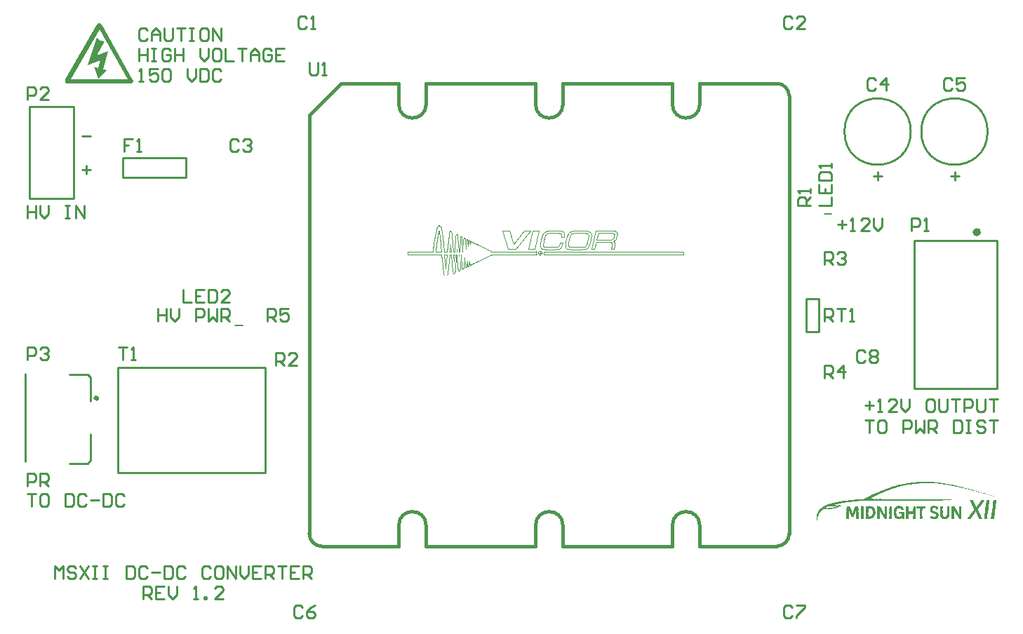
<source format=gto>
G04 Layer_Color=65535*
%FSLAX25Y25*%
%MOIN*%
G70*
G01*
G75*
%ADD39C,0.01575*%
%ADD40C,0.00100*%
%ADD41C,0.00300*%
%ADD42C,0.02362*%
%ADD43C,0.01000*%
%ADD44C,0.01968*%
%ADD45C,0.00591*%
G36*
X257093Y-160887D02*
X257170D01*
Y-160963D01*
X257246D01*
Y-160887D01*
X257476D01*
Y-160963D01*
X257552D01*
Y-160887D01*
X257782D01*
Y-160963D01*
Y-161040D01*
Y-161116D01*
Y-161193D01*
Y-161269D01*
Y-161346D01*
Y-161422D01*
Y-161499D01*
Y-161575D01*
Y-161652D01*
Y-161728D01*
Y-161805D01*
Y-161881D01*
Y-161958D01*
Y-162034D01*
Y-162111D01*
Y-162187D01*
Y-162264D01*
Y-162340D01*
Y-162417D01*
Y-162493D01*
Y-162569D01*
Y-162646D01*
Y-162722D01*
Y-162799D01*
Y-162875D01*
Y-162952D01*
Y-163028D01*
Y-163105D01*
Y-163181D01*
Y-163258D01*
Y-163334D01*
Y-163411D01*
Y-163487D01*
Y-163564D01*
Y-163640D01*
Y-163717D01*
Y-163793D01*
Y-163870D01*
Y-163946D01*
Y-164023D01*
Y-164099D01*
Y-164175D01*
Y-164252D01*
Y-164328D01*
Y-164405D01*
Y-164481D01*
Y-164558D01*
Y-164634D01*
Y-164711D01*
Y-164787D01*
Y-164864D01*
Y-164940D01*
Y-165017D01*
Y-165093D01*
Y-165170D01*
Y-165246D01*
Y-165323D01*
Y-165399D01*
Y-165476D01*
Y-165552D01*
Y-165629D01*
Y-165705D01*
Y-165781D01*
Y-165858D01*
Y-165935D01*
Y-166011D01*
Y-166087D01*
Y-166164D01*
Y-166240D01*
Y-166317D01*
Y-166393D01*
Y-166470D01*
Y-166546D01*
Y-166623D01*
Y-166699D01*
Y-166776D01*
Y-166852D01*
Y-166929D01*
X257705D01*
Y-167005D01*
X257629D01*
Y-166929D01*
X257552D01*
Y-167005D01*
X257323D01*
Y-166929D01*
X257246D01*
Y-167005D01*
X257017D01*
Y-166929D01*
X256941D01*
Y-167005D01*
X256711D01*
Y-166929D01*
X256635D01*
Y-167005D01*
X256558D01*
Y-166929D01*
Y-166852D01*
Y-166776D01*
X256635D01*
Y-166699D01*
X256558D01*
Y-166623D01*
Y-166546D01*
Y-166470D01*
X256635D01*
Y-166393D01*
X256558D01*
Y-166317D01*
Y-166240D01*
Y-166164D01*
X256635D01*
Y-166087D01*
X256558D01*
Y-166011D01*
Y-165935D01*
Y-165858D01*
X256635D01*
Y-165781D01*
X256558D01*
Y-165705D01*
X256635D01*
Y-165629D01*
X256558D01*
Y-165552D01*
X256635D01*
Y-165476D01*
X256558D01*
Y-165399D01*
Y-165323D01*
Y-165246D01*
X256635D01*
Y-165170D01*
X256558D01*
Y-165093D01*
Y-165017D01*
Y-164940D01*
X256635D01*
Y-164864D01*
X256558D01*
Y-164787D01*
Y-164711D01*
Y-164634D01*
X256635D01*
Y-164558D01*
X256558D01*
Y-164481D01*
X256635D01*
Y-164405D01*
X256558D01*
Y-164328D01*
X256635D01*
Y-164252D01*
X256558D01*
Y-164175D01*
Y-164099D01*
Y-164023D01*
X256635D01*
Y-163946D01*
X256558D01*
Y-163870D01*
Y-163793D01*
Y-163717D01*
X256635D01*
Y-163640D01*
X256558D01*
Y-163564D01*
Y-163487D01*
Y-163411D01*
X256635D01*
Y-163334D01*
X256558D01*
Y-163258D01*
X256635D01*
Y-163181D01*
X256558D01*
Y-163105D01*
X256635D01*
Y-163028D01*
X256558D01*
Y-162952D01*
Y-162875D01*
Y-162799D01*
X256635D01*
Y-162722D01*
X256558D01*
Y-162646D01*
Y-162569D01*
Y-162493D01*
X256635D01*
Y-162417D01*
X256558D01*
Y-162340D01*
Y-162264D01*
Y-162187D01*
X256635D01*
Y-162111D01*
X256558D01*
Y-162034D01*
X256635D01*
Y-161958D01*
X256558D01*
Y-161881D01*
X256635D01*
Y-161805D01*
X256558D01*
Y-161728D01*
Y-161652D01*
Y-161575D01*
X256635D01*
Y-161499D01*
X256558D01*
Y-161422D01*
Y-161346D01*
Y-161269D01*
X256635D01*
Y-161193D01*
X256558D01*
Y-161116D01*
Y-161040D01*
Y-160963D01*
X256635D01*
Y-160887D01*
X256864D01*
Y-160963D01*
X256941D01*
Y-160887D01*
X257017D01*
Y-160810D01*
X257093D01*
Y-160887D01*
D02*
G37*
G36*
X254646D02*
X254723D01*
Y-160963D01*
X254799D01*
Y-160887D01*
X255029D01*
Y-160963D01*
X255105D01*
Y-160887D01*
X255334D01*
Y-160963D01*
X255411D01*
Y-160887D01*
X255487D01*
Y-160963D01*
Y-161040D01*
Y-161116D01*
X255411D01*
Y-161193D01*
X255487D01*
Y-161269D01*
Y-161346D01*
Y-161422D01*
X255411D01*
Y-161499D01*
X255487D01*
Y-161575D01*
Y-161652D01*
Y-161728D01*
X255411D01*
Y-161805D01*
X255487D01*
Y-161881D01*
Y-161958D01*
Y-162034D01*
X255411D01*
Y-162111D01*
X255487D01*
Y-162187D01*
Y-162264D01*
Y-162340D01*
X255411D01*
Y-162417D01*
X255487D01*
Y-162493D01*
Y-162569D01*
Y-162646D01*
X255411D01*
Y-162722D01*
X255487D01*
Y-162799D01*
Y-162875D01*
Y-162952D01*
X255411D01*
Y-163028D01*
X255487D01*
Y-163105D01*
Y-163181D01*
Y-163258D01*
X255411D01*
Y-163334D01*
X255487D01*
Y-163411D01*
Y-163487D01*
Y-163564D01*
X255411D01*
Y-163640D01*
X255487D01*
Y-163717D01*
Y-163793D01*
Y-163870D01*
X255411D01*
Y-163946D01*
X255487D01*
Y-164023D01*
Y-164099D01*
Y-164175D01*
X255411D01*
Y-164252D01*
X255487D01*
Y-164328D01*
Y-164405D01*
Y-164481D01*
X255411D01*
Y-164558D01*
X255487D01*
Y-164634D01*
Y-164711D01*
Y-164787D01*
X255411D01*
Y-164864D01*
X255487D01*
Y-164940D01*
Y-165017D01*
Y-165093D01*
X255411D01*
Y-165170D01*
X255487D01*
Y-165246D01*
Y-165323D01*
Y-165399D01*
X255411D01*
Y-165476D01*
X255487D01*
Y-165552D01*
Y-165629D01*
Y-165705D01*
X255411D01*
Y-165781D01*
X255487D01*
Y-165858D01*
Y-165935D01*
Y-166011D01*
X255411D01*
Y-166087D01*
X255487D01*
Y-166164D01*
Y-166240D01*
Y-166317D01*
X255411D01*
Y-166393D01*
X255487D01*
Y-166470D01*
Y-166546D01*
Y-166623D01*
X255411D01*
Y-166699D01*
X255487D01*
Y-166776D01*
Y-166852D01*
Y-166929D01*
X255411D01*
Y-167005D01*
X255182D01*
Y-166929D01*
X255105D01*
Y-167005D01*
X254876D01*
Y-166929D01*
X254799D01*
Y-167005D01*
X254570D01*
Y-166929D01*
X254493D01*
Y-167005D01*
X254264D01*
Y-166929D01*
X254340D01*
Y-166852D01*
X254264D01*
Y-166776D01*
X254187D01*
Y-166699D01*
X254111D01*
Y-166623D01*
Y-166546D01*
X254034D01*
Y-166470D01*
Y-166393D01*
X253958D01*
Y-166317D01*
X253881D01*
Y-166240D01*
X253805D01*
Y-166164D01*
X253881D01*
Y-166087D01*
X253805D01*
Y-166011D01*
X253729D01*
Y-165935D01*
X253652D01*
Y-165858D01*
Y-165781D01*
X253575D01*
Y-165705D01*
Y-165629D01*
X253499D01*
Y-165552D01*
X253423D01*
Y-165476D01*
X253346D01*
Y-165399D01*
X253423D01*
Y-165323D01*
X253346D01*
Y-165246D01*
X253270D01*
Y-165170D01*
X253193D01*
Y-165093D01*
Y-165017D01*
X253117D01*
Y-164940D01*
Y-164864D01*
X253040D01*
Y-164787D01*
X252964D01*
Y-164711D01*
X252887D01*
Y-164634D01*
X252964D01*
Y-164558D01*
X252887D01*
Y-164481D01*
X252811D01*
Y-164405D01*
X252734D01*
Y-164328D01*
Y-164252D01*
Y-164175D01*
X252658D01*
Y-164099D01*
X252581D01*
Y-164023D01*
X252505D01*
Y-163946D01*
X252428D01*
Y-163870D01*
X252505D01*
Y-163793D01*
X252428D01*
Y-163717D01*
X252352D01*
Y-163640D01*
X252275D01*
Y-163564D01*
Y-163487D01*
X252199D01*
Y-163411D01*
Y-163334D01*
X252122D01*
Y-163258D01*
X252046D01*
Y-163181D01*
X251970D01*
Y-163258D01*
Y-163334D01*
Y-163411D01*
Y-163487D01*
Y-163564D01*
Y-163640D01*
Y-163717D01*
Y-163793D01*
Y-163870D01*
Y-163946D01*
Y-164023D01*
Y-164099D01*
Y-164175D01*
Y-164252D01*
Y-164328D01*
Y-164405D01*
Y-164481D01*
Y-164558D01*
Y-164634D01*
Y-164711D01*
Y-164787D01*
Y-164864D01*
Y-164940D01*
Y-165017D01*
Y-165093D01*
Y-165170D01*
Y-165246D01*
Y-165323D01*
Y-165399D01*
Y-165476D01*
Y-165552D01*
Y-165629D01*
Y-165705D01*
Y-165781D01*
Y-165858D01*
Y-165935D01*
Y-166011D01*
Y-166087D01*
Y-166164D01*
Y-166240D01*
Y-166317D01*
Y-166393D01*
Y-166470D01*
Y-166546D01*
Y-166623D01*
Y-166699D01*
Y-166776D01*
Y-166852D01*
Y-166929D01*
X251893D01*
Y-167005D01*
X251817D01*
Y-166929D01*
X251740D01*
Y-167005D01*
X251511D01*
Y-166929D01*
X251434D01*
Y-167005D01*
X251205D01*
Y-166929D01*
X251128D01*
Y-167005D01*
X250899D01*
Y-166929D01*
X250822D01*
Y-166852D01*
X250746D01*
Y-166776D01*
X250822D01*
Y-166699D01*
X250746D01*
Y-166623D01*
X250822D01*
Y-166546D01*
X250746D01*
Y-166470D01*
X250822D01*
Y-166393D01*
X250746D01*
Y-166317D01*
X250822D01*
Y-166240D01*
X250746D01*
Y-166164D01*
X250822D01*
Y-166087D01*
X250746D01*
Y-166011D01*
X250822D01*
Y-165935D01*
X250746D01*
Y-165858D01*
X250822D01*
Y-165781D01*
X250746D01*
Y-165705D01*
X250822D01*
Y-165629D01*
X250746D01*
Y-165552D01*
X250822D01*
Y-165476D01*
X250746D01*
Y-165399D01*
X250822D01*
Y-165323D01*
X250746D01*
Y-165246D01*
X250822D01*
Y-165170D01*
X250746D01*
Y-165093D01*
X250822D01*
Y-165017D01*
X250746D01*
Y-164940D01*
X250822D01*
Y-164864D01*
X250746D01*
Y-164787D01*
X250822D01*
Y-164711D01*
X250746D01*
Y-164634D01*
X250822D01*
Y-164558D01*
X250746D01*
Y-164481D01*
X250822D01*
Y-164405D01*
X250746D01*
Y-164328D01*
X250822D01*
Y-164252D01*
X250746D01*
Y-164175D01*
X250822D01*
Y-164099D01*
X250746D01*
Y-164023D01*
X250822D01*
Y-163946D01*
X250746D01*
Y-163870D01*
X250822D01*
Y-163793D01*
X250746D01*
Y-163717D01*
X250822D01*
Y-163640D01*
X250746D01*
Y-163564D01*
X250822D01*
Y-163487D01*
X250746D01*
Y-163411D01*
X250822D01*
Y-163334D01*
X250746D01*
Y-163258D01*
X250822D01*
Y-163181D01*
X250746D01*
Y-163105D01*
X250822D01*
Y-163028D01*
X250746D01*
Y-162952D01*
X250822D01*
Y-162875D01*
X250746D01*
Y-162799D01*
X250822D01*
Y-162722D01*
X250746D01*
Y-162646D01*
X250822D01*
Y-162569D01*
X250746D01*
Y-162493D01*
X250822D01*
Y-162417D01*
X250746D01*
Y-162340D01*
X250822D01*
Y-162264D01*
X250746D01*
Y-162187D01*
X250822D01*
Y-162111D01*
X250746D01*
Y-162034D01*
X250822D01*
Y-161958D01*
X250746D01*
Y-161881D01*
X250822D01*
Y-161805D01*
X250746D01*
Y-161728D01*
X250822D01*
Y-161652D01*
X250746D01*
Y-161575D01*
X250822D01*
Y-161499D01*
X250746D01*
Y-161422D01*
X250822D01*
Y-161346D01*
X250746D01*
Y-161269D01*
X250822D01*
Y-161193D01*
X250746D01*
Y-161116D01*
X250822D01*
Y-161040D01*
X250746D01*
Y-160963D01*
X250822D01*
Y-160887D01*
X250899D01*
Y-160810D01*
X250975D01*
Y-160887D01*
X251052D01*
Y-160963D01*
X251128D01*
Y-160887D01*
X251358D01*
Y-160963D01*
X251434D01*
Y-160887D01*
X251664D01*
Y-160963D01*
X251740D01*
Y-160887D01*
X251970D01*
Y-160963D01*
X252046D01*
Y-161040D01*
X252122D01*
Y-161116D01*
X252199D01*
Y-161193D01*
X252122D01*
Y-161269D01*
X252199D01*
Y-161346D01*
X252275D01*
Y-161422D01*
X252352D01*
Y-161499D01*
Y-161575D01*
X252428D01*
Y-161652D01*
Y-161728D01*
X252505D01*
Y-161805D01*
X252581D01*
Y-161881D01*
X252658D01*
Y-161958D01*
X252581D01*
Y-162034D01*
X252658D01*
Y-162111D01*
X252734D01*
Y-162187D01*
X252811D01*
Y-162264D01*
X252734D01*
Y-162340D01*
X252811D01*
Y-162417D01*
X252887D01*
Y-162493D01*
X252964D01*
Y-162569D01*
X253040D01*
Y-162646D01*
Y-162722D01*
Y-162799D01*
X253117D01*
Y-162875D01*
X253193D01*
Y-162952D01*
Y-163028D01*
Y-163105D01*
X253270D01*
Y-163181D01*
X253346D01*
Y-163258D01*
X253423D01*
Y-163334D01*
Y-163411D01*
X253499D01*
Y-163487D01*
Y-163564D01*
X253575D01*
Y-163640D01*
X253652D01*
Y-163717D01*
Y-163793D01*
Y-163870D01*
X253729D01*
Y-163946D01*
X253805D01*
Y-164023D01*
X253881D01*
Y-164099D01*
Y-164175D01*
Y-164252D01*
X253958D01*
Y-164328D01*
X254034D01*
Y-164405D01*
Y-164481D01*
X254111D01*
Y-164558D01*
Y-164634D01*
X254187D01*
Y-164711D01*
X254264D01*
Y-164787D01*
X254340D01*
Y-164711D01*
X254264D01*
Y-164634D01*
X254340D01*
Y-164558D01*
X254264D01*
Y-164481D01*
X254340D01*
Y-164405D01*
X254264D01*
Y-164328D01*
X254340D01*
Y-164252D01*
X254264D01*
Y-164175D01*
X254340D01*
Y-164099D01*
X254264D01*
Y-164023D01*
X254340D01*
Y-163946D01*
X254264D01*
Y-163870D01*
X254340D01*
Y-163793D01*
X254264D01*
Y-163717D01*
X254340D01*
Y-163640D01*
X254264D01*
Y-163564D01*
X254340D01*
Y-163487D01*
X254264D01*
Y-163411D01*
X254340D01*
Y-163334D01*
X254264D01*
Y-163258D01*
X254340D01*
Y-163181D01*
X254264D01*
Y-163105D01*
X254340D01*
Y-163028D01*
X254264D01*
Y-162952D01*
X254340D01*
Y-162875D01*
X254264D01*
Y-162799D01*
X254340D01*
Y-162722D01*
X254264D01*
Y-162646D01*
X254340D01*
Y-162569D01*
X254264D01*
Y-162493D01*
X254340D01*
Y-162417D01*
X254264D01*
Y-162340D01*
X254340D01*
Y-162264D01*
X254264D01*
Y-162187D01*
X254340D01*
Y-162111D01*
X254264D01*
Y-162034D01*
X254340D01*
Y-161958D01*
X254264D01*
Y-161881D01*
X254340D01*
Y-161805D01*
X254264D01*
Y-161728D01*
X254340D01*
Y-161652D01*
X254264D01*
Y-161575D01*
X254340D01*
Y-161499D01*
X254264D01*
Y-161422D01*
X254340D01*
Y-161346D01*
X254264D01*
Y-161269D01*
X254340D01*
Y-161193D01*
X254264D01*
Y-161116D01*
X254340D01*
Y-161040D01*
X254264D01*
Y-160963D01*
X254340D01*
Y-160887D01*
X254417D01*
Y-160963D01*
X254493D01*
Y-160887D01*
X254570D01*
Y-160810D01*
X254646D01*
Y-160887D01*
D02*
G37*
G36*
X273001D02*
X273077D01*
Y-160963D01*
X273154D01*
Y-160887D01*
X273383D01*
Y-160963D01*
X273460D01*
Y-160887D01*
X273613D01*
Y-160963D01*
Y-161040D01*
Y-161116D01*
Y-161193D01*
Y-161269D01*
Y-161346D01*
Y-161422D01*
Y-161499D01*
Y-161575D01*
Y-161652D01*
Y-161728D01*
Y-161805D01*
Y-161881D01*
Y-161958D01*
X272160D01*
Y-162034D01*
Y-162111D01*
Y-162187D01*
X272236D01*
Y-162264D01*
X272160D01*
Y-162340D01*
Y-162417D01*
Y-162493D01*
X272236D01*
Y-162569D01*
X272160D01*
Y-162646D01*
Y-162722D01*
Y-162799D01*
X272236D01*
Y-162875D01*
X272160D01*
Y-162952D01*
Y-163028D01*
Y-163105D01*
X272236D01*
Y-163181D01*
X272160D01*
Y-163258D01*
Y-163334D01*
Y-163411D01*
X272236D01*
Y-163487D01*
X272160D01*
Y-163564D01*
Y-163640D01*
Y-163717D01*
X272236D01*
Y-163793D01*
X272160D01*
Y-163870D01*
Y-163946D01*
Y-164023D01*
X272236D01*
Y-164099D01*
X272160D01*
Y-164175D01*
Y-164252D01*
Y-164328D01*
X272236D01*
Y-164405D01*
X272160D01*
Y-164481D01*
Y-164558D01*
Y-164634D01*
X272236D01*
Y-164711D01*
X272160D01*
Y-164787D01*
Y-164864D01*
Y-164940D01*
X272236D01*
Y-165017D01*
X272160D01*
Y-165093D01*
Y-165170D01*
Y-165246D01*
X272236D01*
Y-165323D01*
X272160D01*
Y-165399D01*
Y-165476D01*
Y-165552D01*
X272236D01*
Y-165629D01*
X272160D01*
Y-165705D01*
Y-165781D01*
Y-165858D01*
X272236D01*
Y-165935D01*
X272160D01*
Y-166011D01*
Y-166087D01*
Y-166164D01*
X272236D01*
Y-166240D01*
X272160D01*
Y-166317D01*
Y-166393D01*
Y-166470D01*
X272236D01*
Y-166546D01*
X272160D01*
Y-166623D01*
Y-166699D01*
Y-166776D01*
X272236D01*
Y-166852D01*
X272160D01*
Y-166929D01*
X272083D01*
Y-167005D01*
X272007D01*
Y-166929D01*
X271930D01*
Y-167005D01*
X271701D01*
Y-166929D01*
X271624D01*
Y-167005D01*
X271395D01*
Y-166929D01*
X271318D01*
Y-167005D01*
X271089D01*
Y-166929D01*
X271012D01*
Y-166852D01*
X270936D01*
Y-166776D01*
X271012D01*
Y-166699D01*
X270936D01*
Y-166623D01*
X271012D01*
Y-166546D01*
X270936D01*
Y-166470D01*
X271012D01*
Y-166393D01*
X270936D01*
Y-166317D01*
X271012D01*
Y-166240D01*
X270936D01*
Y-166164D01*
X271012D01*
Y-166087D01*
X270936D01*
Y-166011D01*
X271012D01*
Y-165935D01*
X270936D01*
Y-165858D01*
X271012D01*
Y-165781D01*
X270936D01*
Y-165705D01*
X271012D01*
Y-165629D01*
X270936D01*
Y-165552D01*
X271012D01*
Y-165476D01*
X270936D01*
Y-165399D01*
X271012D01*
Y-165323D01*
X270936D01*
Y-165246D01*
X271012D01*
Y-165170D01*
X270936D01*
Y-165093D01*
X271012D01*
Y-165017D01*
X270936D01*
Y-164940D01*
X271012D01*
Y-164864D01*
X270936D01*
Y-164787D01*
X271012D01*
Y-164711D01*
X270936D01*
Y-164634D01*
X271012D01*
Y-164558D01*
X270936D01*
Y-164481D01*
X271012D01*
Y-164405D01*
X270936D01*
Y-164328D01*
X271012D01*
Y-164252D01*
X270936D01*
Y-164175D01*
X271012D01*
Y-164099D01*
X270936D01*
Y-164023D01*
X271012D01*
Y-163946D01*
X270936D01*
Y-163870D01*
X271012D01*
Y-163793D01*
X270936D01*
Y-163717D01*
X271012D01*
Y-163640D01*
X270936D01*
Y-163564D01*
X271012D01*
Y-163487D01*
X270936D01*
Y-163411D01*
X271012D01*
Y-163334D01*
X270936D01*
Y-163258D01*
X271012D01*
Y-163181D01*
X270936D01*
Y-163105D01*
X271012D01*
Y-163028D01*
X270936D01*
Y-162952D01*
X271012D01*
Y-162875D01*
X270936D01*
Y-162799D01*
X271012D01*
Y-162722D01*
X270936D01*
Y-162646D01*
X271012D01*
Y-162569D01*
X270936D01*
Y-162493D01*
X271012D01*
Y-162417D01*
X270936D01*
Y-162340D01*
X271012D01*
Y-162264D01*
X270936D01*
Y-162187D01*
X271012D01*
Y-162111D01*
X270936D01*
Y-162034D01*
X271012D01*
Y-161958D01*
X269559D01*
Y-161881D01*
X269483D01*
Y-161805D01*
X269559D01*
Y-161728D01*
X269483D01*
Y-161652D01*
X269559D01*
Y-161575D01*
Y-161499D01*
Y-161422D01*
X269483D01*
Y-161346D01*
X269559D01*
Y-161269D01*
X269483D01*
Y-161193D01*
X269559D01*
Y-161116D01*
X269483D01*
Y-161040D01*
X269559D01*
Y-160963D01*
Y-160887D01*
X269712D01*
Y-160963D01*
X269789D01*
Y-160887D01*
X270018D01*
Y-160963D01*
X270095D01*
Y-160887D01*
X270324D01*
Y-160963D01*
X270401D01*
Y-160887D01*
X270477D01*
Y-160810D01*
X270553D01*
Y-160887D01*
X270630D01*
Y-160963D01*
X270706D01*
Y-160887D01*
X270936D01*
Y-160963D01*
X271012D01*
Y-160887D01*
X271242D01*
Y-160963D01*
X271318D01*
Y-160887D01*
X271548D01*
Y-160963D01*
X271624D01*
Y-160887D01*
X271701D01*
Y-160810D01*
X271777D01*
Y-160887D01*
X271854D01*
Y-160963D01*
X271930D01*
Y-160887D01*
X272160D01*
Y-160963D01*
X272236D01*
Y-160887D01*
X272465D01*
Y-160963D01*
X272542D01*
Y-160887D01*
X272771D01*
Y-160963D01*
X272848D01*
Y-160887D01*
X272924D01*
Y-160810D01*
X273001D01*
Y-160887D01*
D02*
G37*
G36*
X290132D02*
X290208D01*
Y-160963D01*
X290285D01*
Y-160887D01*
X290514D01*
Y-160963D01*
X290591D01*
Y-160887D01*
X290820D01*
Y-160963D01*
X290896D01*
Y-161040D01*
X290820D01*
Y-161116D01*
X290896D01*
Y-161193D01*
X290820D01*
Y-161269D01*
X290896D01*
Y-161346D01*
X290820D01*
Y-161422D01*
X290896D01*
Y-161499D01*
X290820D01*
Y-161575D01*
X290896D01*
Y-161652D01*
X290820D01*
Y-161728D01*
X290896D01*
Y-161805D01*
X290820D01*
Y-161881D01*
X290896D01*
Y-161958D01*
X290820D01*
Y-162034D01*
X290896D01*
Y-162111D01*
X290820D01*
Y-162187D01*
X290896D01*
Y-162264D01*
X290820D01*
Y-162340D01*
X290896D01*
Y-162417D01*
X290820D01*
Y-162493D01*
X290896D01*
Y-162569D01*
X290820D01*
Y-162646D01*
X290896D01*
Y-162722D01*
X290820D01*
Y-162799D01*
X290896D01*
Y-162875D01*
X290820D01*
Y-162952D01*
X290896D01*
Y-163028D01*
X290820D01*
Y-163105D01*
X290896D01*
Y-163181D01*
X290820D01*
Y-163258D01*
X290896D01*
Y-163334D01*
X290820D01*
Y-163411D01*
X290896D01*
Y-163487D01*
X290820D01*
Y-163564D01*
X290896D01*
Y-163640D01*
X290820D01*
Y-163717D01*
X290896D01*
Y-163793D01*
X290820D01*
Y-163870D01*
X290896D01*
Y-163946D01*
X290820D01*
Y-164023D01*
X290896D01*
Y-164099D01*
X290820D01*
Y-164175D01*
X290896D01*
Y-164252D01*
X290820D01*
Y-164328D01*
X290896D01*
Y-164405D01*
X290820D01*
Y-164481D01*
X290896D01*
Y-164558D01*
X290820D01*
Y-164634D01*
X290896D01*
Y-164711D01*
X290820D01*
Y-164787D01*
X290896D01*
Y-164864D01*
X290820D01*
Y-164940D01*
X290896D01*
Y-165017D01*
X290820D01*
Y-165093D01*
X290896D01*
Y-165170D01*
X290820D01*
Y-165246D01*
X290896D01*
Y-165323D01*
X290820D01*
Y-165399D01*
X290896D01*
Y-165476D01*
X290820D01*
Y-165552D01*
X290896D01*
Y-165629D01*
X290820D01*
Y-165705D01*
X290896D01*
Y-165781D01*
X290820D01*
Y-165858D01*
X290896D01*
Y-165935D01*
X290820D01*
Y-166011D01*
X290896D01*
Y-166087D01*
X290820D01*
Y-166164D01*
X290896D01*
Y-166240D01*
X290820D01*
Y-166317D01*
X290896D01*
Y-166393D01*
X290820D01*
Y-166470D01*
X290896D01*
Y-166546D01*
X290820D01*
Y-166623D01*
X290896D01*
Y-166699D01*
X290820D01*
Y-166776D01*
X290896D01*
Y-166852D01*
Y-166929D01*
Y-167005D01*
X290667D01*
Y-166929D01*
X290591D01*
Y-167005D01*
X290361D01*
Y-166929D01*
X290285D01*
Y-167005D01*
X290055D01*
Y-166929D01*
X289979D01*
Y-167005D01*
X289749D01*
Y-166929D01*
X289673D01*
Y-166852D01*
X289596D01*
Y-166776D01*
X289673D01*
Y-166699D01*
X289596D01*
Y-166623D01*
X289520D01*
Y-166546D01*
X289443D01*
Y-166470D01*
Y-166393D01*
X289367D01*
Y-166317D01*
Y-166240D01*
X289290D01*
Y-166164D01*
X289214D01*
Y-166087D01*
X289137D01*
Y-166011D01*
X289214D01*
Y-165935D01*
X289137D01*
Y-165858D01*
X289061D01*
Y-165781D01*
X288984D01*
Y-165705D01*
Y-165629D01*
X288908D01*
Y-165552D01*
Y-165476D01*
X288831D01*
Y-165399D01*
X288755D01*
Y-165323D01*
X288679D01*
Y-165246D01*
X288755D01*
Y-165170D01*
X288679D01*
Y-165093D01*
X288602D01*
Y-165017D01*
X288526D01*
Y-164940D01*
Y-164864D01*
X288449D01*
Y-164787D01*
Y-164711D01*
X288373D01*
Y-164634D01*
X288296D01*
Y-164558D01*
X288220D01*
Y-164481D01*
X288296D01*
Y-164405D01*
X288220D01*
Y-164328D01*
X288143D01*
Y-164252D01*
X288067D01*
Y-164175D01*
Y-164099D01*
X287990D01*
Y-164023D01*
Y-163946D01*
X287914D01*
Y-163870D01*
X287837D01*
Y-163793D01*
X287761D01*
Y-163717D01*
X287837D01*
Y-163640D01*
X287761D01*
Y-163564D01*
X287684D01*
Y-163487D01*
X287608D01*
Y-163411D01*
Y-163334D01*
X287531D01*
Y-163258D01*
Y-163181D01*
X287455D01*
Y-163105D01*
X287379D01*
Y-163181D01*
Y-163258D01*
Y-163334D01*
Y-163411D01*
Y-163487D01*
Y-163564D01*
Y-163640D01*
Y-163717D01*
Y-163793D01*
Y-163870D01*
Y-163946D01*
Y-164023D01*
Y-164099D01*
Y-164175D01*
Y-164252D01*
Y-164328D01*
Y-164405D01*
Y-164481D01*
Y-164558D01*
Y-164634D01*
Y-164711D01*
Y-164787D01*
Y-164864D01*
Y-164940D01*
Y-165017D01*
Y-165093D01*
Y-165170D01*
Y-165246D01*
Y-165323D01*
Y-165399D01*
Y-165476D01*
Y-165552D01*
Y-165629D01*
Y-165705D01*
Y-165781D01*
Y-165858D01*
Y-165935D01*
Y-166011D01*
Y-166087D01*
Y-166164D01*
Y-166240D01*
Y-166317D01*
Y-166393D01*
Y-166470D01*
Y-166546D01*
Y-166623D01*
Y-166699D01*
Y-166776D01*
Y-166852D01*
Y-166929D01*
Y-167005D01*
X287302D01*
Y-166929D01*
X287226D01*
Y-167005D01*
X286996D01*
Y-166929D01*
X286920D01*
Y-167005D01*
X286690D01*
Y-166929D01*
X286614D01*
Y-167005D01*
X286384D01*
Y-166929D01*
X286308D01*
Y-167005D01*
X286231D01*
Y-166929D01*
X286155D01*
Y-166852D01*
X286231D01*
Y-166776D01*
X286155D01*
Y-166699D01*
X286231D01*
Y-166623D01*
X286155D01*
Y-166546D01*
X286231D01*
Y-166470D01*
X286155D01*
Y-166393D01*
X286231D01*
Y-166317D01*
X286155D01*
Y-166240D01*
X286231D01*
Y-166164D01*
X286155D01*
Y-166087D01*
X286231D01*
Y-166011D01*
X286155D01*
Y-165935D01*
X286231D01*
Y-165858D01*
X286155D01*
Y-165781D01*
X286231D01*
Y-165705D01*
Y-165629D01*
Y-165552D01*
X286155D01*
Y-165476D01*
X286231D01*
Y-165399D01*
X286155D01*
Y-165323D01*
X286231D01*
Y-165246D01*
X286155D01*
Y-165170D01*
X286231D01*
Y-165093D01*
X286155D01*
Y-165017D01*
X286231D01*
Y-164940D01*
X286155D01*
Y-164864D01*
X286231D01*
Y-164787D01*
X286155D01*
Y-164711D01*
X286231D01*
Y-164634D01*
X286155D01*
Y-164558D01*
X286231D01*
Y-164481D01*
Y-164405D01*
Y-164328D01*
X286155D01*
Y-164252D01*
X286231D01*
Y-164175D01*
X286155D01*
Y-164099D01*
X286231D01*
Y-164023D01*
X286155D01*
Y-163946D01*
X286231D01*
Y-163870D01*
X286155D01*
Y-163793D01*
X286231D01*
Y-163717D01*
X286155D01*
Y-163640D01*
X286231D01*
Y-163564D01*
X286155D01*
Y-163487D01*
X286231D01*
Y-163411D01*
X286155D01*
Y-163334D01*
X286231D01*
Y-163258D01*
Y-163181D01*
Y-163105D01*
X286155D01*
Y-163028D01*
X286231D01*
Y-162952D01*
X286155D01*
Y-162875D01*
X286231D01*
Y-162799D01*
X286155D01*
Y-162722D01*
X286231D01*
Y-162646D01*
X286155D01*
Y-162569D01*
X286231D01*
Y-162493D01*
X286155D01*
Y-162417D01*
X286231D01*
Y-162340D01*
X286155D01*
Y-162264D01*
X286231D01*
Y-162187D01*
X286155D01*
Y-162111D01*
X286231D01*
Y-162034D01*
Y-161958D01*
Y-161881D01*
X286155D01*
Y-161805D01*
X286231D01*
Y-161728D01*
X286155D01*
Y-161652D01*
X286231D01*
Y-161575D01*
X286155D01*
Y-161499D01*
X286231D01*
Y-161422D01*
X286155D01*
Y-161346D01*
X286231D01*
Y-161269D01*
X286155D01*
Y-161193D01*
X286231D01*
Y-161116D01*
X286155D01*
Y-161040D01*
X286231D01*
Y-160963D01*
X286155D01*
Y-160887D01*
X286231D01*
Y-160963D01*
X286308D01*
Y-160887D01*
X286384D01*
Y-160810D01*
X286461D01*
Y-160887D01*
X286537D01*
Y-160963D01*
X286614D01*
Y-160887D01*
X286843D01*
Y-160963D01*
X286920D01*
Y-160887D01*
X287149D01*
Y-160963D01*
X287226D01*
Y-160887D01*
X287455D01*
Y-160963D01*
X287531D01*
Y-161040D01*
X287455D01*
Y-161116D01*
X287531D01*
Y-161193D01*
X287608D01*
Y-161269D01*
X287684D01*
Y-161346D01*
Y-161422D01*
X287761D01*
Y-161499D01*
Y-161575D01*
X287837D01*
Y-161652D01*
X287914D01*
Y-161728D01*
X287990D01*
Y-161805D01*
X287914D01*
Y-161881D01*
X287990D01*
Y-161958D01*
X288067D01*
Y-162034D01*
X288143D01*
Y-162111D01*
X288067D01*
Y-162187D01*
X288143D01*
Y-162264D01*
X288220D01*
Y-162340D01*
X288296D01*
Y-162417D01*
Y-162493D01*
X288373D01*
Y-162569D01*
Y-162646D01*
X288449D01*
Y-162722D01*
X288526D01*
Y-162799D01*
X288602D01*
Y-162875D01*
X288526D01*
Y-162952D01*
X288602D01*
Y-163028D01*
X288679D01*
Y-163105D01*
X288755D01*
Y-163181D01*
Y-163258D01*
X288831D01*
Y-163334D01*
Y-163411D01*
X288908D01*
Y-163487D01*
X288984D01*
Y-163564D01*
Y-163640D01*
Y-163717D01*
X289061D01*
Y-163793D01*
X289137D01*
Y-163870D01*
X289214D01*
Y-163946D01*
Y-164023D01*
Y-164099D01*
X289290D01*
Y-164175D01*
X289367D01*
Y-164252D01*
Y-164328D01*
X289443D01*
Y-164405D01*
Y-164481D01*
X289520D01*
Y-164558D01*
X289596D01*
Y-164634D01*
X289673D01*
Y-164558D01*
X289749D01*
Y-164481D01*
X289673D01*
Y-164405D01*
Y-164328D01*
Y-164252D01*
X289749D01*
Y-164175D01*
X289673D01*
Y-164099D01*
Y-164023D01*
Y-163946D01*
X289749D01*
Y-163870D01*
X289673D01*
Y-163793D01*
Y-163717D01*
Y-163640D01*
X289749D01*
Y-163564D01*
X289673D01*
Y-163487D01*
Y-163411D01*
Y-163334D01*
X289749D01*
Y-163258D01*
X289673D01*
Y-163181D01*
Y-163105D01*
Y-163028D01*
X289749D01*
Y-162952D01*
X289673D01*
Y-162875D01*
Y-162799D01*
Y-162722D01*
X289749D01*
Y-162646D01*
X289673D01*
Y-162569D01*
Y-162493D01*
Y-162417D01*
X289749D01*
Y-162340D01*
X289673D01*
Y-162264D01*
Y-162187D01*
Y-162111D01*
X289749D01*
Y-162034D01*
X289673D01*
Y-161958D01*
Y-161881D01*
Y-161805D01*
X289749D01*
Y-161728D01*
X289673D01*
Y-161652D01*
Y-161575D01*
Y-161499D01*
X289749D01*
Y-161422D01*
X289673D01*
Y-161346D01*
Y-161269D01*
Y-161193D01*
X289749D01*
Y-161116D01*
X289673D01*
Y-161040D01*
Y-160963D01*
Y-160887D01*
X289902D01*
Y-160963D01*
X289979D01*
Y-160887D01*
X290055D01*
Y-160810D01*
X290132D01*
Y-160887D01*
D02*
G37*
G36*
X281566D02*
X281643D01*
Y-160963D01*
X281719D01*
Y-160887D01*
X281949D01*
Y-160963D01*
X281872D01*
Y-161040D01*
X281949D01*
Y-161116D01*
Y-161193D01*
Y-161269D01*
X281872D01*
Y-161346D01*
X281949D01*
Y-161422D01*
X281872D01*
Y-161499D01*
X281949D01*
Y-161575D01*
X281872D01*
Y-161652D01*
X281949D01*
Y-161728D01*
Y-161805D01*
Y-161881D01*
X281872D01*
Y-161958D01*
X281949D01*
Y-162034D01*
X281872D01*
Y-162111D01*
X281949D01*
Y-162187D01*
X281872D01*
Y-162264D01*
X281949D01*
Y-162340D01*
Y-162417D01*
Y-162493D01*
X281872D01*
Y-162569D01*
X281949D01*
Y-162646D01*
X281872D01*
Y-162722D01*
X281949D01*
Y-162799D01*
X281872D01*
Y-162875D01*
X281949D01*
Y-162952D01*
Y-163028D01*
Y-163105D01*
X281872D01*
Y-163181D01*
X281949D01*
Y-163258D01*
X281872D01*
Y-163334D01*
X281949D01*
Y-163411D01*
X281872D01*
Y-163487D01*
X281949D01*
Y-163564D01*
Y-163640D01*
Y-163717D01*
X281872D01*
Y-163793D01*
X281949D01*
Y-163870D01*
X281872D01*
Y-163946D01*
X281949D01*
Y-164023D01*
X281872D01*
Y-164099D01*
X281949D01*
Y-164175D01*
Y-164252D01*
Y-164328D01*
X281872D01*
Y-164405D01*
X281949D01*
Y-164481D01*
X281872D01*
Y-164558D01*
X281949D01*
Y-164634D01*
X281872D01*
Y-164711D01*
X281949D01*
Y-164787D01*
Y-164864D01*
Y-164940D01*
X282025D01*
Y-165017D01*
X281949D01*
Y-165093D01*
X282025D01*
Y-165170D01*
X281949D01*
Y-165246D01*
X282025D01*
Y-165323D01*
Y-165399D01*
Y-165476D01*
X282101D01*
Y-165552D01*
X282178D01*
Y-165629D01*
X282101D01*
Y-165705D01*
X282178D01*
Y-165781D01*
X282255D01*
Y-165858D01*
X282407D01*
Y-165935D01*
Y-166011D01*
X282484D01*
Y-165935D01*
X282560D01*
Y-166011D01*
X282943D01*
Y-166087D01*
X283019D01*
Y-166011D01*
X283249D01*
Y-165935D01*
X283325D01*
Y-166011D01*
X283402D01*
Y-165935D01*
X283478D01*
Y-165858D01*
X283555D01*
Y-165781D01*
X283631D01*
Y-165705D01*
X283707D01*
Y-165629D01*
Y-165552D01*
X283860D01*
Y-165476D01*
X283784D01*
Y-165399D01*
X283860D01*
Y-165323D01*
X283784D01*
Y-165246D01*
X283860D01*
Y-165170D01*
X283937D01*
Y-165093D01*
X283860D01*
Y-165017D01*
X283937D01*
Y-164940D01*
Y-164864D01*
Y-164787D01*
Y-164711D01*
Y-164634D01*
Y-164558D01*
Y-164481D01*
X284014D01*
Y-164405D01*
X283937D01*
Y-164328D01*
X284014D01*
Y-164252D01*
X283937D01*
Y-164175D01*
X284014D01*
Y-164099D01*
X283937D01*
Y-164023D01*
Y-163946D01*
Y-163870D01*
X284014D01*
Y-163793D01*
X283937D01*
Y-163717D01*
X284014D01*
Y-163640D01*
X283937D01*
Y-163564D01*
X284014D01*
Y-163487D01*
X283937D01*
Y-163411D01*
Y-163334D01*
Y-163258D01*
X284014D01*
Y-163181D01*
X283937D01*
Y-163105D01*
X284014D01*
Y-163028D01*
X283937D01*
Y-162952D01*
X284014D01*
Y-162875D01*
X283937D01*
Y-162799D01*
Y-162722D01*
Y-162646D01*
X284014D01*
Y-162569D01*
X283937D01*
Y-162493D01*
X284014D01*
Y-162417D01*
X283937D01*
Y-162340D01*
X284014D01*
Y-162264D01*
X283937D01*
Y-162187D01*
Y-162111D01*
Y-162034D01*
X284014D01*
Y-161958D01*
X283937D01*
Y-161881D01*
X284014D01*
Y-161805D01*
X283937D01*
Y-161728D01*
X284014D01*
Y-161652D01*
X283937D01*
Y-161575D01*
Y-161499D01*
Y-161422D01*
X284014D01*
Y-161346D01*
X283937D01*
Y-161269D01*
X284014D01*
Y-161193D01*
X283937D01*
Y-161116D01*
X284014D01*
Y-161040D01*
X283937D01*
Y-160963D01*
X284014D01*
Y-160887D01*
X284090D01*
Y-160963D01*
X284166D01*
Y-160887D01*
X284396D01*
Y-160963D01*
X284472D01*
Y-160887D01*
X284702D01*
Y-160963D01*
X284778D01*
Y-160887D01*
X285008D01*
Y-160963D01*
X285084D01*
Y-161040D01*
X285161D01*
Y-161116D01*
X285084D01*
Y-161193D01*
Y-161269D01*
Y-161346D01*
X285161D01*
Y-161422D01*
X285084D01*
Y-161499D01*
Y-161575D01*
Y-161652D01*
X285161D01*
Y-161728D01*
X285084D01*
Y-161805D01*
Y-161881D01*
Y-161958D01*
X285161D01*
Y-162034D01*
X285084D01*
Y-162111D01*
Y-162187D01*
Y-162264D01*
X285161D01*
Y-162340D01*
X285084D01*
Y-162417D01*
Y-162493D01*
Y-162569D01*
X285161D01*
Y-162646D01*
X285084D01*
Y-162722D01*
Y-162799D01*
Y-162875D01*
X285161D01*
Y-162952D01*
X285084D01*
Y-163028D01*
Y-163105D01*
Y-163181D01*
X285161D01*
Y-163258D01*
X285084D01*
Y-163334D01*
Y-163411D01*
Y-163487D01*
X285161D01*
Y-163564D01*
X285084D01*
Y-163640D01*
Y-163717D01*
Y-163793D01*
X285161D01*
Y-163870D01*
X285084D01*
Y-163946D01*
Y-164023D01*
Y-164099D01*
X285161D01*
Y-164175D01*
X285084D01*
Y-164252D01*
Y-164328D01*
Y-164405D01*
X285161D01*
Y-164481D01*
X285084D01*
Y-164558D01*
Y-164634D01*
Y-164711D01*
X285161D01*
Y-164787D01*
X285084D01*
Y-164864D01*
Y-164940D01*
Y-165017D01*
Y-165093D01*
Y-165170D01*
X285008D01*
Y-165246D01*
X285084D01*
Y-165323D01*
X285008D01*
Y-165399D01*
X285084D01*
Y-165476D01*
X285008D01*
Y-165552D01*
Y-165629D01*
Y-165705D01*
X284931D01*
Y-165781D01*
X284855D01*
Y-165858D01*
X284931D01*
Y-165935D01*
X284855D01*
Y-166011D01*
X284778D01*
Y-166087D01*
X284702D01*
Y-166164D01*
X284778D01*
Y-166240D01*
X284702D01*
Y-166317D01*
X284625D01*
Y-166393D01*
X284549D01*
Y-166470D01*
X284472D01*
Y-166546D01*
X284396D01*
Y-166623D01*
X284319D01*
Y-166699D01*
X284090D01*
Y-166776D01*
X284166D01*
Y-166852D01*
X284090D01*
Y-166776D01*
X284014D01*
Y-166852D01*
X283937D01*
Y-166929D01*
X283707D01*
Y-167005D01*
X283478D01*
Y-167082D01*
X283402D01*
Y-167005D01*
X283325D01*
Y-167082D01*
X283249D01*
Y-167005D01*
X283172D01*
Y-167082D01*
X282943D01*
Y-167005D01*
X282866D01*
Y-167082D01*
X282943D01*
Y-167158D01*
X282866D01*
Y-167082D01*
X282637D01*
Y-167005D01*
X282560D01*
Y-167082D01*
X282484D01*
Y-167005D01*
X282101D01*
Y-166929D01*
X281872D01*
Y-166852D01*
X281643D01*
Y-166776D01*
X281566D01*
Y-166699D01*
X281490D01*
Y-166623D01*
X281413D01*
Y-166546D01*
X281337D01*
Y-166470D01*
X281260D01*
Y-166393D01*
X281184D01*
Y-166317D01*
X281107D01*
Y-166240D01*
X281031D01*
Y-166164D01*
X281107D01*
Y-166087D01*
X281031D01*
Y-166011D01*
X280954D01*
Y-165935D01*
X280878D01*
Y-165858D01*
X280954D01*
Y-165781D01*
X280878D01*
Y-165705D01*
Y-165629D01*
Y-165552D01*
X280801D01*
Y-165476D01*
Y-165399D01*
Y-165323D01*
X280725D01*
Y-165246D01*
X280801D01*
Y-165170D01*
X280725D01*
Y-165093D01*
X280801D01*
Y-165017D01*
X280725D01*
Y-164940D01*
X280801D01*
Y-164864D01*
X280725D01*
Y-164787D01*
Y-164711D01*
Y-164634D01*
X280801D01*
Y-164558D01*
X280725D01*
Y-164481D01*
Y-164405D01*
Y-164328D01*
X280801D01*
Y-164252D01*
X280725D01*
Y-164175D01*
Y-164099D01*
Y-164023D01*
X280801D01*
Y-163946D01*
X280725D01*
Y-163870D01*
Y-163793D01*
Y-163717D01*
X280801D01*
Y-163640D01*
X280725D01*
Y-163564D01*
Y-163487D01*
Y-163411D01*
X280801D01*
Y-163334D01*
X280725D01*
Y-163258D01*
Y-163181D01*
Y-163105D01*
X280801D01*
Y-163028D01*
X280725D01*
Y-162952D01*
Y-162875D01*
Y-162799D01*
X280801D01*
Y-162722D01*
X280725D01*
Y-162646D01*
Y-162569D01*
Y-162493D01*
X280801D01*
Y-162417D01*
X280725D01*
Y-162340D01*
Y-162264D01*
Y-162187D01*
X280801D01*
Y-162111D01*
X280725D01*
Y-162034D01*
Y-161958D01*
Y-161881D01*
X280801D01*
Y-161805D01*
X280725D01*
Y-161728D01*
Y-161652D01*
Y-161575D01*
X280801D01*
Y-161499D01*
X280725D01*
Y-161422D01*
Y-161346D01*
Y-161269D01*
X280801D01*
Y-161193D01*
X280725D01*
Y-161116D01*
Y-161040D01*
Y-160963D01*
X280801D01*
Y-160887D01*
X281031D01*
Y-160963D01*
X281107D01*
Y-160887D01*
X281337D01*
Y-160963D01*
X281413D01*
Y-160887D01*
X281490D01*
Y-160810D01*
X281566D01*
Y-160887D01*
D02*
G37*
G36*
X268106D02*
X268183D01*
Y-160963D01*
X268259D01*
Y-160887D01*
X268489D01*
Y-160963D01*
X268565D01*
Y-160887D01*
X268794D01*
Y-160963D01*
X268871D01*
Y-160887D01*
X269100D01*
Y-160963D01*
X269024D01*
Y-161040D01*
X269100D01*
Y-161116D01*
Y-161193D01*
Y-161269D01*
X269024D01*
Y-161346D01*
X269100D01*
Y-161422D01*
Y-161499D01*
Y-161575D01*
X269024D01*
Y-161652D01*
X269100D01*
Y-161728D01*
Y-161805D01*
Y-161881D01*
X269024D01*
Y-161958D01*
X269100D01*
Y-162034D01*
Y-162111D01*
Y-162187D01*
X269024D01*
Y-162264D01*
X269100D01*
Y-162340D01*
Y-162417D01*
Y-162493D01*
X269024D01*
Y-162569D01*
X269100D01*
Y-162646D01*
Y-162722D01*
Y-162799D01*
X269024D01*
Y-162875D01*
X269100D01*
Y-162952D01*
Y-163028D01*
Y-163105D01*
X269024D01*
Y-163181D01*
X269100D01*
Y-163258D01*
Y-163334D01*
Y-163411D01*
X269024D01*
Y-163487D01*
X269100D01*
Y-163564D01*
Y-163640D01*
Y-163717D01*
X269024D01*
Y-163793D01*
X269100D01*
Y-163870D01*
Y-163946D01*
Y-164023D01*
X269024D01*
Y-164099D01*
X269100D01*
Y-164175D01*
Y-164252D01*
Y-164328D01*
X269024D01*
Y-164405D01*
X269100D01*
Y-164481D01*
Y-164558D01*
Y-164634D01*
X269024D01*
Y-164711D01*
X269100D01*
Y-164787D01*
Y-164864D01*
Y-164940D01*
X269024D01*
Y-165017D01*
X269100D01*
Y-165093D01*
Y-165170D01*
Y-165246D01*
X269024D01*
Y-165323D01*
X269100D01*
Y-165399D01*
Y-165476D01*
Y-165552D01*
X269024D01*
Y-165629D01*
X269100D01*
Y-165705D01*
Y-165781D01*
Y-165858D01*
X269024D01*
Y-165935D01*
X269100D01*
Y-166011D01*
Y-166087D01*
Y-166164D01*
X269024D01*
Y-166240D01*
X269100D01*
Y-166317D01*
Y-166393D01*
Y-166470D01*
X269024D01*
Y-166546D01*
X269100D01*
Y-166623D01*
Y-166699D01*
Y-166776D01*
X269024D01*
Y-166852D01*
X269100D01*
Y-166929D01*
X269024D01*
Y-167005D01*
X268947D01*
Y-166929D01*
X268871D01*
Y-167005D01*
X268641D01*
Y-166929D01*
X268565D01*
Y-167005D01*
X268336D01*
Y-166929D01*
X268259D01*
Y-167005D01*
X268030D01*
Y-166929D01*
X267953D01*
Y-167005D01*
X267877D01*
Y-166929D01*
Y-166852D01*
Y-166776D01*
X267953D01*
Y-166699D01*
X267877D01*
Y-166623D01*
X267953D01*
Y-166546D01*
X267877D01*
Y-166470D01*
X267953D01*
Y-166393D01*
X267877D01*
Y-166317D01*
Y-166240D01*
Y-166164D01*
X267953D01*
Y-166087D01*
X267877D01*
Y-166011D01*
X267953D01*
Y-165935D01*
X267877D01*
Y-165858D01*
X267953D01*
Y-165781D01*
X267877D01*
Y-165705D01*
Y-165629D01*
Y-165552D01*
X267953D01*
Y-165476D01*
X267877D01*
Y-165399D01*
X267953D01*
Y-165323D01*
X267877D01*
Y-165246D01*
X267953D01*
Y-165170D01*
X267877D01*
Y-165093D01*
Y-165017D01*
Y-164940D01*
X267953D01*
Y-164864D01*
X267877D01*
Y-164787D01*
X267953D01*
Y-164711D01*
X267877D01*
Y-164634D01*
X267953D01*
Y-164558D01*
X265735D01*
Y-164634D01*
X265659D01*
Y-164711D01*
Y-164787D01*
Y-164864D01*
Y-164940D01*
Y-165017D01*
Y-165093D01*
Y-165170D01*
Y-165246D01*
Y-165323D01*
Y-165399D01*
Y-165476D01*
Y-165552D01*
Y-165629D01*
Y-165705D01*
Y-165781D01*
Y-165858D01*
Y-165935D01*
Y-166011D01*
Y-166087D01*
Y-166164D01*
Y-166240D01*
Y-166317D01*
Y-166393D01*
Y-166470D01*
Y-166546D01*
Y-166623D01*
Y-166699D01*
Y-166776D01*
Y-166852D01*
Y-166929D01*
Y-167005D01*
X265582D01*
Y-166929D01*
X265506D01*
Y-167005D01*
X265277D01*
Y-166929D01*
X265200D01*
Y-167005D01*
X264971D01*
Y-166929D01*
X264894D01*
Y-167005D01*
X264665D01*
Y-166929D01*
X264588D01*
Y-167005D01*
X264512D01*
Y-166929D01*
Y-166852D01*
Y-166776D01*
Y-166699D01*
Y-166623D01*
Y-166546D01*
Y-166470D01*
X264435D01*
Y-166393D01*
X264512D01*
Y-166317D01*
Y-166240D01*
Y-166164D01*
Y-166087D01*
Y-166011D01*
Y-165935D01*
Y-165858D01*
X264435D01*
Y-165781D01*
X264512D01*
Y-165705D01*
Y-165629D01*
Y-165552D01*
Y-165476D01*
Y-165399D01*
Y-165323D01*
Y-165246D01*
X264435D01*
Y-165170D01*
X264512D01*
Y-165093D01*
Y-165017D01*
Y-164940D01*
Y-164864D01*
Y-164787D01*
Y-164711D01*
Y-164634D01*
X264435D01*
Y-164558D01*
X264512D01*
Y-164481D01*
Y-164405D01*
Y-164328D01*
Y-164252D01*
Y-164175D01*
Y-164099D01*
Y-164023D01*
X264435D01*
Y-163946D01*
X264512D01*
Y-163870D01*
Y-163793D01*
Y-163717D01*
Y-163640D01*
Y-163564D01*
Y-163487D01*
Y-163411D01*
X264435D01*
Y-163334D01*
X264512D01*
Y-163258D01*
Y-163181D01*
Y-163105D01*
Y-163028D01*
Y-162952D01*
Y-162875D01*
Y-162799D01*
X264435D01*
Y-162722D01*
X264512D01*
Y-162646D01*
Y-162569D01*
Y-162493D01*
Y-162417D01*
Y-162340D01*
Y-162264D01*
Y-162187D01*
X264435D01*
Y-162111D01*
X264512D01*
Y-162034D01*
Y-161958D01*
Y-161881D01*
Y-161805D01*
Y-161728D01*
Y-161652D01*
Y-161575D01*
X264435D01*
Y-161499D01*
X264512D01*
Y-161422D01*
Y-161346D01*
Y-161269D01*
Y-161193D01*
Y-161116D01*
Y-161040D01*
Y-160963D01*
X264435D01*
Y-160887D01*
X264512D01*
Y-160963D01*
X264588D01*
Y-160887D01*
X264818D01*
Y-160963D01*
X264894D01*
Y-160887D01*
X265124D01*
Y-160963D01*
X265200D01*
Y-160887D01*
X265429D01*
Y-160963D01*
X265506D01*
Y-160887D01*
X265582D01*
Y-160810D01*
X265659D01*
Y-160887D01*
Y-160963D01*
Y-161040D01*
Y-161116D01*
Y-161193D01*
Y-161269D01*
Y-161346D01*
Y-161422D01*
Y-161499D01*
Y-161575D01*
Y-161652D01*
Y-161728D01*
Y-161805D01*
Y-161881D01*
Y-161958D01*
Y-162034D01*
Y-162111D01*
Y-162187D01*
Y-162264D01*
Y-162340D01*
Y-162417D01*
Y-162493D01*
Y-162569D01*
Y-162646D01*
Y-162722D01*
Y-162799D01*
Y-162875D01*
Y-162952D01*
Y-163028D01*
Y-163105D01*
Y-163181D01*
Y-163258D01*
Y-163334D01*
Y-163411D01*
Y-163487D01*
X265735D01*
Y-163411D01*
X265812D01*
Y-163487D01*
X265888D01*
Y-163411D01*
X265965D01*
Y-163487D01*
X266041D01*
Y-163411D01*
X266118D01*
Y-163487D01*
X266194D01*
Y-163411D01*
X266271D01*
Y-163487D01*
X266347D01*
Y-163411D01*
X266424D01*
Y-163487D01*
X266500D01*
Y-163411D01*
X266577D01*
Y-163487D01*
X266653D01*
Y-163411D01*
X266730D01*
Y-163487D01*
X266806D01*
Y-163411D01*
X266882D01*
Y-163487D01*
X266959D01*
Y-163411D01*
X267036D01*
Y-163487D01*
X267112D01*
Y-163411D01*
X267189D01*
Y-163487D01*
X267265D01*
Y-163411D01*
X267341D01*
Y-163487D01*
X267418D01*
Y-163411D01*
X267494D01*
Y-163487D01*
X267571D01*
Y-163411D01*
X267647D01*
Y-163487D01*
X267724D01*
Y-163411D01*
X267800D01*
Y-163487D01*
X267877D01*
Y-163411D01*
X267953D01*
Y-163334D01*
X267877D01*
Y-163258D01*
Y-163181D01*
Y-163105D01*
X267953D01*
Y-163028D01*
X267877D01*
Y-162952D01*
X267953D01*
Y-162875D01*
X267877D01*
Y-162799D01*
X267953D01*
Y-162722D01*
X267877D01*
Y-162646D01*
Y-162569D01*
Y-162493D01*
X267953D01*
Y-162417D01*
X267877D01*
Y-162340D01*
X267953D01*
Y-162264D01*
X267877D01*
Y-162187D01*
X267953D01*
Y-162111D01*
X267877D01*
Y-162034D01*
Y-161958D01*
Y-161881D01*
X267953D01*
Y-161805D01*
X267877D01*
Y-161728D01*
X267953D01*
Y-161652D01*
X267877D01*
Y-161575D01*
X267953D01*
Y-161499D01*
X267877D01*
Y-161422D01*
Y-161346D01*
Y-161269D01*
X267953D01*
Y-161193D01*
X267877D01*
Y-161116D01*
X267953D01*
Y-161040D01*
X267877D01*
Y-160963D01*
X267953D01*
Y-160887D01*
X268030D01*
Y-160810D01*
X268106D01*
Y-160887D01*
D02*
G37*
G36*
X-118499Y68589D02*
X-118307Y68534D01*
X-118115Y68424D01*
X-118088Y68397D01*
X-117978Y68314D01*
X-117869Y68177D01*
X-117759Y68040D01*
X-102821Y41754D01*
X-102793Y41727D01*
X-102738Y41590D01*
X-102711Y41425D01*
X-102684Y41179D01*
Y41124D01*
X-102711Y40987D01*
X-102738Y40795D01*
X-102848Y40576D01*
X-102875Y40521D01*
X-102958Y40411D01*
X-103067Y40274D01*
X-103259Y40137D01*
X-103314Y40110D01*
X-103451Y40082D01*
X-103670Y40027D01*
X-103972Y40000D01*
X-133958D01*
X-134123Y40027D01*
X-134315Y40082D01*
X-134507Y40165D01*
X-134534Y40192D01*
X-134616Y40301D01*
X-134726Y40439D01*
X-134863Y40603D01*
X-134890Y40658D01*
X-134945Y40767D01*
X-135000Y40932D01*
X-135027Y41124D01*
Y41151D01*
Y41179D01*
Y41343D01*
X-135000Y41508D01*
X-134973Y41645D01*
X-134945Y41672D01*
X-134918Y41727D01*
X-134863Y41782D01*
X-134808Y41837D01*
X-119815Y68013D01*
X-119787Y68040D01*
X-119705Y68150D01*
X-119596Y68287D01*
X-119431Y68424D01*
X-119376Y68452D01*
X-119267Y68534D01*
X-119047Y68589D01*
X-118746Y68616D01*
X-118664D01*
X-118499Y68589D01*
D02*
G37*
G36*
X241186Y-160887D02*
X241263D01*
Y-160963D01*
X241339D01*
Y-160887D01*
X241569D01*
Y-160963D01*
X241645D01*
Y-160887D01*
X241875D01*
Y-160963D01*
Y-161040D01*
Y-161116D01*
Y-161193D01*
Y-161269D01*
X241951D01*
Y-161346D01*
X241875D01*
Y-161422D01*
Y-161499D01*
Y-161575D01*
X241951D01*
Y-161652D01*
X241875D01*
Y-161728D01*
Y-161805D01*
Y-161881D01*
X241951D01*
Y-161958D01*
X241875D01*
Y-162034D01*
Y-162111D01*
Y-162187D01*
X241951D01*
Y-162264D01*
X241875D01*
Y-162340D01*
X241951D01*
Y-162417D01*
X241875D01*
Y-162493D01*
X241951D01*
Y-162569D01*
X241875D01*
Y-162646D01*
X241951D01*
Y-162722D01*
X241875D01*
Y-162799D01*
X241951D01*
Y-162875D01*
X241875D01*
Y-162952D01*
X241951D01*
Y-163028D01*
X241875D01*
Y-163105D01*
X241951D01*
Y-163181D01*
X241875D01*
Y-163258D01*
X241951D01*
Y-163334D01*
X241875D01*
Y-163411D01*
X241951D01*
Y-163487D01*
X241875D01*
Y-163564D01*
X241951D01*
Y-163640D01*
X241875D01*
Y-163717D01*
X241951D01*
Y-163793D01*
Y-163870D01*
Y-163946D01*
X241875D01*
Y-164023D01*
X241951D01*
Y-164099D01*
Y-164175D01*
Y-164252D01*
X241875D01*
Y-164328D01*
X241951D01*
Y-164405D01*
Y-164481D01*
Y-164558D01*
Y-164634D01*
Y-164711D01*
Y-164787D01*
Y-164864D01*
Y-164940D01*
Y-165017D01*
X242027D01*
Y-165093D01*
X241951D01*
Y-165170D01*
Y-165246D01*
Y-165323D01*
X242027D01*
Y-165399D01*
X241951D01*
Y-165476D01*
X242027D01*
Y-165552D01*
X241951D01*
Y-165629D01*
X242027D01*
Y-165705D01*
X241951D01*
Y-165781D01*
X242027D01*
Y-165858D01*
Y-165935D01*
Y-166011D01*
X241951D01*
Y-166087D01*
X242027D01*
Y-166164D01*
Y-166240D01*
Y-166317D01*
Y-166393D01*
Y-166470D01*
Y-166546D01*
Y-166623D01*
Y-166699D01*
Y-166776D01*
Y-166852D01*
Y-166929D01*
X241951D01*
Y-167005D01*
X241722D01*
Y-166929D01*
X241645D01*
Y-167005D01*
X241416D01*
Y-166929D01*
X241339D01*
Y-167005D01*
X241110D01*
Y-166929D01*
X241033D01*
Y-167005D01*
X240804D01*
Y-166929D01*
X240880D01*
Y-166852D01*
X240804D01*
Y-166776D01*
Y-166699D01*
Y-166623D01*
X240880D01*
Y-166546D01*
X240804D01*
Y-166470D01*
Y-166393D01*
Y-166317D01*
Y-166240D01*
Y-166164D01*
Y-166087D01*
Y-166011D01*
Y-165935D01*
Y-165858D01*
Y-165781D01*
Y-165705D01*
Y-165629D01*
Y-165552D01*
Y-165476D01*
Y-165399D01*
X240727D01*
Y-165323D01*
X240804D01*
Y-165246D01*
Y-165170D01*
Y-165093D01*
Y-165017D01*
Y-164940D01*
Y-164864D01*
Y-164787D01*
X240727D01*
Y-164711D01*
X240804D01*
Y-164634D01*
Y-164558D01*
Y-164481D01*
X240727D01*
Y-164405D01*
X240804D01*
Y-164328D01*
Y-164252D01*
Y-164175D01*
X240727D01*
Y-164099D01*
Y-164023D01*
Y-163946D01*
X240804D01*
Y-163870D01*
X240727D01*
Y-163793D01*
Y-163717D01*
Y-163640D01*
X240804D01*
Y-163564D01*
X240727D01*
Y-163487D01*
Y-163411D01*
Y-163334D01*
Y-163258D01*
Y-163181D01*
Y-163105D01*
Y-163028D01*
X240651D01*
Y-163105D01*
Y-163181D01*
Y-163258D01*
X240574D01*
Y-163334D01*
X240498D01*
Y-163411D01*
X240574D01*
Y-163487D01*
X240498D01*
Y-163564D01*
X240421D01*
Y-163640D01*
Y-163717D01*
Y-163793D01*
X240345D01*
Y-163870D01*
X240421D01*
Y-163946D01*
X240345D01*
Y-164023D01*
X240268D01*
Y-164099D01*
Y-164175D01*
Y-164252D01*
X240192D01*
Y-164328D01*
Y-164405D01*
Y-164481D01*
X240115D01*
Y-164558D01*
X240039D01*
Y-164634D01*
X240115D01*
Y-164711D01*
X240039D01*
Y-164787D01*
Y-164864D01*
Y-164940D01*
X239963D01*
Y-165017D01*
X239886D01*
Y-165093D01*
X239963D01*
Y-165170D01*
X239886D01*
Y-165246D01*
Y-165323D01*
X239810D01*
Y-165399D01*
Y-165476D01*
X239733D01*
Y-165552D01*
X239810D01*
Y-165629D01*
X239733D01*
Y-165705D01*
X239657D01*
Y-165781D01*
Y-165858D01*
Y-165935D01*
X239580D01*
Y-166011D01*
X239657D01*
Y-166087D01*
X239580D01*
Y-166164D01*
X239504D01*
Y-166087D01*
X239427D01*
Y-166164D01*
X239504D01*
Y-166240D01*
X239427D01*
Y-166164D01*
X239198D01*
Y-166087D01*
X239121D01*
Y-166164D01*
X239198D01*
Y-166240D01*
X239121D01*
Y-166164D01*
X238892D01*
Y-166087D01*
X238815D01*
Y-166164D01*
X238892D01*
Y-166240D01*
X238815D01*
Y-166164D01*
X238586D01*
Y-166087D01*
Y-166011D01*
Y-165935D01*
X238509D01*
Y-165858D01*
Y-165781D01*
X238433D01*
Y-165705D01*
Y-165629D01*
X238356D01*
Y-165552D01*
X238433D01*
Y-165476D01*
X238356D01*
Y-165399D01*
X238280D01*
Y-165323D01*
Y-165246D01*
Y-165170D01*
X238204D01*
Y-165093D01*
Y-165017D01*
Y-164940D01*
X238127D01*
Y-164864D01*
Y-164787D01*
Y-164711D01*
X238051D01*
Y-164634D01*
Y-164558D01*
Y-164481D01*
X237974D01*
Y-164405D01*
X237898D01*
Y-164328D01*
X237974D01*
Y-164252D01*
X237898D01*
Y-164175D01*
Y-164099D01*
Y-164023D01*
X237821D01*
Y-163946D01*
X237745D01*
Y-163870D01*
X237821D01*
Y-163793D01*
X237745D01*
Y-163717D01*
Y-163640D01*
X237668D01*
Y-163564D01*
Y-163487D01*
X237592D01*
Y-163411D01*
X237668D01*
Y-163334D01*
X237592D01*
Y-163258D01*
X237515D01*
Y-163181D01*
Y-163105D01*
Y-163028D01*
X237439D01*
Y-162952D01*
X237362D01*
Y-163028D01*
Y-163105D01*
X237439D01*
Y-163181D01*
Y-163258D01*
X237362D01*
Y-163334D01*
X237439D01*
Y-163411D01*
X237362D01*
Y-163487D01*
X237439D01*
Y-163564D01*
X237362D01*
Y-163640D01*
Y-163717D01*
Y-163793D01*
X237439D01*
Y-163870D01*
X237362D01*
Y-163946D01*
Y-164023D01*
Y-164099D01*
X237439D01*
Y-164175D01*
X237362D01*
Y-164252D01*
Y-164328D01*
Y-164405D01*
Y-164481D01*
Y-164558D01*
Y-164634D01*
Y-164711D01*
Y-164787D01*
Y-164864D01*
Y-164940D01*
Y-165017D01*
Y-165093D01*
Y-165170D01*
X237286D01*
Y-165246D01*
X237362D01*
Y-165323D01*
Y-165399D01*
Y-165476D01*
X237286D01*
Y-165552D01*
X237362D01*
Y-165629D01*
Y-165705D01*
Y-165781D01*
X237286D01*
Y-165858D01*
X237362D01*
Y-165935D01*
Y-166011D01*
Y-166087D01*
X237286D01*
Y-166164D01*
X237362D01*
Y-166240D01*
X237286D01*
Y-166317D01*
X237362D01*
Y-166393D01*
X237286D01*
Y-166470D01*
X237362D01*
Y-166546D01*
X237286D01*
Y-166623D01*
X237362D01*
Y-166699D01*
X237286D01*
Y-166776D01*
X237362D01*
Y-166852D01*
X237286D01*
Y-166929D01*
X237362D01*
Y-167005D01*
X237133D01*
Y-166929D01*
X237056D01*
Y-167005D01*
X236827D01*
Y-166929D01*
X236751D01*
Y-167005D01*
X236521D01*
Y-166929D01*
X236445D01*
Y-167005D01*
X236215D01*
Y-166929D01*
X236139D01*
Y-166852D01*
X236062D01*
Y-166776D01*
X236139D01*
Y-166699D01*
Y-166623D01*
Y-166546D01*
X236062D01*
Y-166470D01*
X236139D01*
Y-166393D01*
Y-166317D01*
Y-166240D01*
X236062D01*
Y-166164D01*
X236139D01*
Y-166087D01*
Y-166011D01*
Y-165935D01*
Y-165858D01*
Y-165781D01*
Y-165705D01*
Y-165629D01*
Y-165552D01*
Y-165476D01*
X236215D01*
Y-165399D01*
X236139D01*
Y-165323D01*
Y-165246D01*
Y-165170D01*
X236215D01*
Y-165093D01*
X236139D01*
Y-165017D01*
Y-164940D01*
Y-164864D01*
X236215D01*
Y-164787D01*
X236139D01*
Y-164711D01*
X236215D01*
Y-164634D01*
Y-164558D01*
Y-164481D01*
X236139D01*
Y-164405D01*
X236215D01*
Y-164328D01*
Y-164252D01*
Y-164175D01*
Y-164099D01*
Y-164023D01*
Y-163946D01*
Y-163870D01*
Y-163793D01*
Y-163717D01*
Y-163640D01*
Y-163564D01*
Y-163487D01*
Y-163411D01*
Y-163334D01*
Y-163258D01*
X236292D01*
Y-163181D01*
X236215D01*
Y-163105D01*
X236292D01*
Y-163028D01*
X236215D01*
Y-162952D01*
X236292D01*
Y-162875D01*
X236215D01*
Y-162799D01*
X236292D01*
Y-162722D01*
X236215D01*
Y-162646D01*
X236292D01*
Y-162569D01*
X236215D01*
Y-162493D01*
X236292D01*
Y-162417D01*
X236215D01*
Y-162340D01*
X236292D01*
Y-162264D01*
X236215D01*
Y-162187D01*
X236292D01*
Y-162111D01*
X236215D01*
Y-162034D01*
X236292D01*
Y-161958D01*
X236215D01*
Y-161881D01*
X236292D01*
Y-161805D01*
X236215D01*
Y-161728D01*
X236292D01*
Y-161652D01*
X236215D01*
Y-161575D01*
X236292D01*
Y-161499D01*
X236215D01*
Y-161422D01*
X236292D01*
Y-161346D01*
X236215D01*
Y-161269D01*
X236292D01*
Y-161193D01*
X236215D01*
Y-161116D01*
X236292D01*
Y-161040D01*
Y-160963D01*
Y-160887D01*
X236368D01*
Y-160963D01*
X236445D01*
Y-160887D01*
X236674D01*
Y-160963D01*
X236751D01*
Y-160887D01*
X236980D01*
Y-160963D01*
X237056D01*
Y-160887D01*
X237286D01*
Y-160963D01*
X237362D01*
Y-160887D01*
X237439D01*
Y-160810D01*
X237515D01*
Y-160887D01*
X237592D01*
Y-160963D01*
X237668D01*
Y-160887D01*
X237745D01*
Y-160963D01*
X237821D01*
Y-161040D01*
X237898D01*
Y-161116D01*
Y-161193D01*
Y-161269D01*
X237974D01*
Y-161346D01*
Y-161422D01*
Y-161499D01*
X238051D01*
Y-161575D01*
Y-161652D01*
Y-161728D01*
X238127D01*
Y-161805D01*
Y-161881D01*
Y-161958D01*
X238204D01*
Y-162034D01*
X238280D01*
Y-162111D01*
X238204D01*
Y-162187D01*
X238280D01*
Y-162264D01*
X238356D01*
Y-162340D01*
Y-162417D01*
Y-162493D01*
X238433D01*
Y-162569D01*
X238356D01*
Y-162646D01*
X238433D01*
Y-162722D01*
X238509D01*
Y-162799D01*
X238586D01*
Y-162875D01*
X238509D01*
Y-162952D01*
X238586D01*
Y-163028D01*
X238509D01*
Y-163105D01*
X238586D01*
Y-163181D01*
X238662D01*
Y-163258D01*
X238739D01*
Y-163334D01*
X238662D01*
Y-163411D01*
X238739D01*
Y-163487D01*
Y-163564D01*
X238815D01*
Y-163640D01*
Y-163717D01*
X238892D01*
Y-163793D01*
X238815D01*
Y-163870D01*
X238892D01*
Y-163946D01*
Y-164023D01*
X238968D01*
Y-164099D01*
Y-164175D01*
X239045D01*
Y-164252D01*
Y-164328D01*
Y-164405D01*
X239121D01*
Y-164328D01*
X239198D01*
Y-164252D01*
X239121D01*
Y-164175D01*
X239198D01*
Y-164099D01*
X239274D01*
Y-164023D01*
Y-163946D01*
Y-163870D01*
X239351D01*
Y-163793D01*
Y-163717D01*
Y-163640D01*
X239427D01*
Y-163564D01*
Y-163487D01*
Y-163411D01*
X239504D01*
Y-163334D01*
Y-163258D01*
Y-163181D01*
X239580D01*
Y-163105D01*
X239657D01*
Y-163028D01*
X239580D01*
Y-162952D01*
X239657D01*
Y-162875D01*
X239733D01*
Y-162799D01*
Y-162722D01*
Y-162646D01*
X239810D01*
Y-162569D01*
X239733D01*
Y-162493D01*
X239810D01*
Y-162417D01*
X239886D01*
Y-162340D01*
X239963D01*
Y-162264D01*
X239886D01*
Y-162187D01*
X239963D01*
Y-162111D01*
Y-162034D01*
Y-161958D01*
X240039D01*
Y-161881D01*
X240115D01*
Y-161805D01*
X240039D01*
Y-161728D01*
X240115D01*
Y-161652D01*
Y-161575D01*
X240192D01*
Y-161499D01*
Y-161422D01*
X240268D01*
Y-161346D01*
Y-161269D01*
Y-161193D01*
X240345D01*
Y-161116D01*
Y-161040D01*
Y-160963D01*
X240421D01*
Y-160887D01*
X240651D01*
Y-160963D01*
X240727D01*
Y-160887D01*
X240957D01*
Y-160963D01*
X241033D01*
Y-160887D01*
X241110D01*
Y-160810D01*
X241186D01*
Y-160887D01*
D02*
G37*
G36*
X247304D02*
X247381D01*
Y-160963D01*
X247457D01*
Y-160887D01*
X247534D01*
Y-160963D01*
X247610D01*
Y-160887D01*
X247687D01*
Y-160963D01*
X248069D01*
Y-161040D01*
X248146D01*
Y-161116D01*
X248222D01*
Y-161040D01*
X248299D01*
Y-161116D01*
X248375D01*
Y-161193D01*
X248451D01*
Y-161116D01*
X248528D01*
Y-161193D01*
X248604D01*
Y-161269D01*
X248757D01*
Y-161346D01*
Y-161422D01*
X248987D01*
Y-161499D01*
X249063D01*
Y-161575D01*
X249140D01*
Y-161652D01*
X249216D01*
Y-161728D01*
X249293D01*
Y-161805D01*
Y-161881D01*
X249369D01*
Y-161958D01*
Y-162034D01*
X249446D01*
Y-162111D01*
X249522D01*
Y-162187D01*
X249599D01*
Y-162264D01*
Y-162340D01*
Y-162417D01*
X249675D01*
Y-162493D01*
X249752D01*
Y-162569D01*
X249675D01*
Y-162646D01*
X249752D01*
Y-162722D01*
Y-162799D01*
Y-162875D01*
X249828D01*
Y-162952D01*
Y-163028D01*
Y-163105D01*
X249905D01*
Y-163181D01*
X249828D01*
Y-163258D01*
X249905D01*
Y-163334D01*
X249828D01*
Y-163411D01*
X249905D01*
Y-163487D01*
Y-163564D01*
Y-163640D01*
Y-163717D01*
Y-163793D01*
Y-163870D01*
Y-163946D01*
Y-164023D01*
Y-164099D01*
Y-164175D01*
Y-164252D01*
X249828D01*
Y-164328D01*
X249905D01*
Y-164405D01*
Y-164481D01*
Y-164558D01*
X249828D01*
Y-164634D01*
X249905D01*
Y-164711D01*
X249828D01*
Y-164787D01*
Y-164864D01*
Y-164940D01*
X249752D01*
Y-165017D01*
Y-165093D01*
Y-165170D01*
X249675D01*
Y-165246D01*
X249752D01*
Y-165323D01*
X249675D01*
Y-165399D01*
X249599D01*
Y-165476D01*
X249522D01*
Y-165552D01*
X249599D01*
Y-165629D01*
X249522D01*
Y-165705D01*
X249446D01*
Y-165781D01*
X249369D01*
Y-165858D01*
X249446D01*
Y-165935D01*
X249369D01*
Y-166011D01*
X249293D01*
Y-166087D01*
X249216D01*
Y-166164D01*
X249140D01*
Y-166240D01*
X249063D01*
Y-166317D01*
X248987D01*
Y-166393D01*
X248910D01*
Y-166470D01*
X248834D01*
Y-166546D01*
X248604D01*
Y-166623D01*
X248528D01*
Y-166699D01*
X248299D01*
Y-166776D01*
X248222D01*
Y-166852D01*
X247840D01*
Y-166929D01*
X247610D01*
Y-167005D01*
X247534D01*
Y-166929D01*
X247457D01*
Y-167005D01*
X247381D01*
Y-166929D01*
X247304D01*
Y-167005D01*
X247228D01*
Y-166929D01*
X247151D01*
Y-167005D01*
X246922D01*
Y-166929D01*
X246846D01*
Y-167005D01*
X246616D01*
Y-166929D01*
X246540D01*
Y-167005D01*
X246310D01*
Y-166929D01*
X246234D01*
Y-167005D01*
X246004D01*
Y-166929D01*
X245928D01*
Y-167005D01*
X245698D01*
Y-166929D01*
X245622D01*
Y-167005D01*
X245392D01*
Y-166929D01*
X245469D01*
Y-166852D01*
X245392D01*
Y-166776D01*
X245469D01*
Y-166699D01*
X245392D01*
Y-166623D01*
X245469D01*
Y-166546D01*
X245392D01*
Y-166470D01*
X245469D01*
Y-166393D01*
X245392D01*
Y-166317D01*
X245469D01*
Y-166240D01*
X245392D01*
Y-166164D01*
X245469D01*
Y-166087D01*
X245392D01*
Y-166011D01*
X245469D01*
Y-165935D01*
X245392D01*
Y-165858D01*
X245469D01*
Y-165781D01*
X245392D01*
Y-165705D01*
X245469D01*
Y-165629D01*
X245392D01*
Y-165552D01*
X245469D01*
Y-165476D01*
X245392D01*
Y-165399D01*
X245469D01*
Y-165323D01*
X245392D01*
Y-165246D01*
X245469D01*
Y-165170D01*
X245392D01*
Y-165093D01*
X245469D01*
Y-165017D01*
X245392D01*
Y-164940D01*
X245469D01*
Y-164864D01*
X245392D01*
Y-164787D01*
X245469D01*
Y-164711D01*
X245392D01*
Y-164634D01*
X245469D01*
Y-164558D01*
X245392D01*
Y-164481D01*
X245469D01*
Y-164405D01*
X245392D01*
Y-164328D01*
X245469D01*
Y-164252D01*
X245392D01*
Y-164175D01*
X245469D01*
Y-164099D01*
X245392D01*
Y-164023D01*
X245469D01*
Y-163946D01*
X245392D01*
Y-163870D01*
X245469D01*
Y-163793D01*
X245392D01*
Y-163717D01*
X245469D01*
Y-163640D01*
X245392D01*
Y-163564D01*
X245469D01*
Y-163487D01*
X245392D01*
Y-163411D01*
X245469D01*
Y-163334D01*
X245392D01*
Y-163258D01*
X245469D01*
Y-163181D01*
X245392D01*
Y-163105D01*
X245469D01*
Y-163028D01*
X245392D01*
Y-162952D01*
X245469D01*
Y-162875D01*
X245392D01*
Y-162799D01*
X245469D01*
Y-162722D01*
X245392D01*
Y-162646D01*
X245469D01*
Y-162569D01*
X245392D01*
Y-162493D01*
X245469D01*
Y-162417D01*
X245392D01*
Y-162340D01*
X245469D01*
Y-162264D01*
X245392D01*
Y-162187D01*
X245469D01*
Y-162111D01*
X245392D01*
Y-162034D01*
X245469D01*
Y-161958D01*
X245392D01*
Y-161881D01*
X245469D01*
Y-161805D01*
X245392D01*
Y-161728D01*
X245469D01*
Y-161652D01*
X245392D01*
Y-161575D01*
X245469D01*
Y-161499D01*
X245392D01*
Y-161422D01*
X245469D01*
Y-161346D01*
X245392D01*
Y-161269D01*
X245469D01*
Y-161193D01*
X245392D01*
Y-161116D01*
X245469D01*
Y-161040D01*
X245392D01*
Y-160963D01*
X245469D01*
Y-160887D01*
X245545D01*
Y-160963D01*
X245622D01*
Y-160887D01*
X245851D01*
Y-160963D01*
X245928D01*
Y-160887D01*
X246004D01*
Y-160810D01*
X246081D01*
Y-160887D01*
X246157D01*
Y-160963D01*
X246234D01*
Y-160887D01*
X246463D01*
Y-160963D01*
X246540D01*
Y-160887D01*
X246769D01*
Y-160963D01*
X246846D01*
Y-160887D01*
X247075D01*
Y-160963D01*
X247151D01*
Y-160887D01*
X247228D01*
Y-160810D01*
X247304D01*
Y-160887D01*
D02*
G37*
G36*
X243633D02*
X243710D01*
Y-160963D01*
X243786D01*
Y-160887D01*
X244016D01*
Y-160963D01*
X244092D01*
Y-160887D01*
X244322D01*
Y-160963D01*
Y-161040D01*
Y-161116D01*
Y-161193D01*
Y-161269D01*
Y-161346D01*
Y-161422D01*
Y-161499D01*
Y-161575D01*
Y-161652D01*
Y-161728D01*
Y-161805D01*
Y-161881D01*
Y-161958D01*
Y-162034D01*
Y-162111D01*
Y-162187D01*
X244245D01*
Y-162264D01*
X244322D01*
Y-162340D01*
Y-162417D01*
Y-162493D01*
Y-162569D01*
Y-162646D01*
Y-162722D01*
Y-162799D01*
Y-162875D01*
Y-162952D01*
Y-163028D01*
Y-163105D01*
Y-163181D01*
Y-163258D01*
Y-163334D01*
Y-163411D01*
X244245D01*
Y-163487D01*
X244322D01*
Y-163564D01*
Y-163640D01*
Y-163717D01*
Y-163793D01*
Y-163870D01*
Y-163946D01*
Y-164023D01*
Y-164099D01*
Y-164175D01*
Y-164252D01*
Y-164328D01*
Y-164405D01*
Y-164481D01*
Y-164558D01*
Y-164634D01*
X244245D01*
Y-164711D01*
X244322D01*
Y-164787D01*
Y-164864D01*
Y-164940D01*
Y-165017D01*
Y-165093D01*
Y-165170D01*
Y-165246D01*
Y-165323D01*
Y-165399D01*
Y-165476D01*
Y-165552D01*
Y-165629D01*
Y-165705D01*
Y-165781D01*
Y-165858D01*
X244245D01*
Y-165935D01*
X244322D01*
Y-166011D01*
Y-166087D01*
Y-166164D01*
Y-166240D01*
Y-166317D01*
Y-166393D01*
Y-166470D01*
Y-166546D01*
Y-166623D01*
Y-166699D01*
Y-166776D01*
Y-166852D01*
Y-166929D01*
X244245D01*
Y-167005D01*
X244169D01*
Y-166929D01*
X244092D01*
Y-167005D01*
X243863D01*
Y-166929D01*
X243786D01*
Y-167005D01*
X243557D01*
Y-166929D01*
X243480D01*
Y-167005D01*
X243251D01*
Y-166929D01*
X243175D01*
Y-167005D01*
X243098D01*
Y-166929D01*
Y-166852D01*
Y-166776D01*
X243175D01*
Y-166699D01*
X243098D01*
Y-166623D01*
Y-166546D01*
Y-166470D01*
X243175D01*
Y-166393D01*
X243098D01*
Y-166317D01*
Y-166240D01*
Y-166164D01*
X243175D01*
Y-166087D01*
X243098D01*
Y-166011D01*
Y-165935D01*
Y-165858D01*
X243175D01*
Y-165781D01*
X243098D01*
Y-165705D01*
Y-165629D01*
Y-165552D01*
X243175D01*
Y-165476D01*
X243098D01*
Y-165399D01*
Y-165323D01*
Y-165246D01*
X243175D01*
Y-165170D01*
X243098D01*
Y-165093D01*
Y-165017D01*
Y-164940D01*
X243175D01*
Y-164864D01*
X243098D01*
Y-164787D01*
Y-164711D01*
Y-164634D01*
X243175D01*
Y-164558D01*
X243098D01*
Y-164481D01*
Y-164405D01*
Y-164328D01*
X243175D01*
Y-164252D01*
X243098D01*
Y-164175D01*
Y-164099D01*
Y-164023D01*
X243175D01*
Y-163946D01*
X243098D01*
Y-163870D01*
Y-163793D01*
Y-163717D01*
X243175D01*
Y-163640D01*
X243098D01*
Y-163564D01*
Y-163487D01*
Y-163411D01*
X243175D01*
Y-163334D01*
X243098D01*
Y-163258D01*
Y-163181D01*
Y-163105D01*
X243175D01*
Y-163028D01*
X243098D01*
Y-162952D01*
Y-162875D01*
Y-162799D01*
X243175D01*
Y-162722D01*
X243098D01*
Y-162646D01*
Y-162569D01*
Y-162493D01*
X243175D01*
Y-162417D01*
X243098D01*
Y-162340D01*
Y-162264D01*
Y-162187D01*
X243175D01*
Y-162111D01*
X243098D01*
Y-162034D01*
Y-161958D01*
Y-161881D01*
X243175D01*
Y-161805D01*
X243098D01*
Y-161728D01*
Y-161652D01*
Y-161575D01*
X243175D01*
Y-161499D01*
X243098D01*
Y-161422D01*
Y-161346D01*
Y-161269D01*
X243175D01*
Y-161193D01*
X243098D01*
Y-161116D01*
Y-161040D01*
Y-160963D01*
X243175D01*
Y-160887D01*
X243404D01*
Y-160963D01*
X243480D01*
Y-160887D01*
X243557D01*
Y-160810D01*
X243633D01*
Y-160887D01*
D02*
G37*
G36*
X261988D02*
X262065D01*
Y-160963D01*
X262294D01*
Y-161040D01*
X262370D01*
Y-160963D01*
X262447D01*
Y-161040D01*
X262523D01*
Y-161116D01*
X262600D01*
Y-161193D01*
X262676D01*
Y-161269D01*
X262829D01*
Y-161346D01*
Y-161422D01*
X262982D01*
Y-161499D01*
Y-161575D01*
X263059D01*
Y-161652D01*
X263135D01*
Y-161728D01*
X263212D01*
Y-161805D01*
Y-161881D01*
X263288D01*
Y-161958D01*
Y-162034D01*
X263365D01*
Y-162111D01*
X263288D01*
Y-162187D01*
X263365D01*
Y-162264D01*
X263441D01*
Y-162340D01*
Y-162417D01*
Y-162493D01*
Y-162569D01*
X263288D01*
Y-162646D01*
X263212D01*
Y-162569D01*
X263135D01*
Y-162646D01*
X262906D01*
Y-162722D01*
X262829D01*
Y-162646D01*
X262753D01*
Y-162722D01*
X262370D01*
Y-162799D01*
X262217D01*
Y-162722D01*
Y-162646D01*
X262141D01*
Y-162569D01*
Y-162493D01*
Y-162417D01*
X262065D01*
Y-162340D01*
Y-162264D01*
X261988D01*
Y-162187D01*
Y-162111D01*
X261912D01*
Y-162034D01*
X261835D01*
Y-161958D01*
X261606D01*
Y-161881D01*
X261529D01*
Y-161805D01*
X261453D01*
Y-161881D01*
X261529D01*
Y-161958D01*
X261453D01*
Y-161881D01*
X261376D01*
Y-161805D01*
X261300D01*
Y-161881D01*
X261223D01*
Y-161805D01*
X261147D01*
Y-161881D01*
X261070D01*
Y-161805D01*
X260994D01*
Y-161881D01*
X260917D01*
Y-161958D01*
X260841D01*
Y-161881D01*
X260764D01*
Y-161958D01*
X260688D01*
Y-162034D01*
X260458D01*
Y-162111D01*
X260382D01*
Y-162187D01*
X260306D01*
Y-162264D01*
X260229D01*
Y-162340D01*
Y-162417D01*
X260153D01*
Y-162493D01*
Y-162569D01*
X260076D01*
Y-162646D01*
Y-162722D01*
X260000D01*
Y-162799D01*
Y-162875D01*
X259923D01*
Y-162952D01*
X260000D01*
Y-163028D01*
X259923D01*
Y-163105D01*
X260000D01*
Y-163181D01*
X259923D01*
Y-163258D01*
Y-163334D01*
Y-163411D01*
X259847D01*
Y-163487D01*
Y-163564D01*
Y-163640D01*
Y-163717D01*
Y-163793D01*
Y-163870D01*
Y-163946D01*
Y-164023D01*
Y-164099D01*
Y-164175D01*
Y-164252D01*
X259923D01*
Y-164328D01*
X259847D01*
Y-164405D01*
X259923D01*
Y-164481D01*
Y-164558D01*
Y-164634D01*
Y-164711D01*
Y-164787D01*
X260000D01*
Y-164864D01*
X259923D01*
Y-164940D01*
X260000D01*
Y-165017D01*
Y-165093D01*
Y-165170D01*
X260076D01*
Y-165246D01*
X260153D01*
Y-165323D01*
Y-165399D01*
X260229D01*
Y-165476D01*
Y-165552D01*
X260306D01*
Y-165629D01*
X260382D01*
Y-165705D01*
X260458D01*
Y-165781D01*
X260535D01*
Y-165858D01*
X260764D01*
Y-165935D01*
X260841D01*
Y-166011D01*
X260917D01*
Y-165935D01*
X260994D01*
Y-166011D01*
X261529D01*
Y-165935D01*
X261606D01*
Y-166011D01*
X261682D01*
Y-165935D01*
X261759D01*
Y-165858D01*
X261988D01*
Y-165781D01*
X262065D01*
Y-165705D01*
X262141D01*
Y-165629D01*
X262217D01*
Y-165552D01*
X262294D01*
Y-165476D01*
X262370D01*
Y-165399D01*
Y-165323D01*
Y-165246D01*
X262447D01*
Y-165170D01*
Y-165093D01*
Y-165017D01*
Y-164940D01*
X262523D01*
Y-164864D01*
Y-164787D01*
Y-164711D01*
Y-164634D01*
Y-164558D01*
Y-164481D01*
X262447D01*
Y-164558D01*
X262370D01*
Y-164481D01*
X262294D01*
Y-164558D01*
X262217D01*
Y-164481D01*
X262141D01*
Y-164558D01*
X262065D01*
Y-164481D01*
X261988D01*
Y-164558D01*
X261912D01*
Y-164481D01*
X261835D01*
Y-164558D01*
X261759D01*
Y-164481D01*
X261682D01*
Y-164558D01*
X261606D01*
Y-164481D01*
X261529D01*
Y-164558D01*
X261453D01*
Y-164481D01*
X261376D01*
Y-164558D01*
X261300D01*
Y-164481D01*
X261223D01*
Y-164405D01*
X261147D01*
Y-164328D01*
X261223D01*
Y-164252D01*
Y-164175D01*
Y-164099D01*
X261147D01*
Y-164023D01*
X261223D01*
Y-163946D01*
Y-163870D01*
Y-163793D01*
X261147D01*
Y-163717D01*
X261223D01*
Y-163640D01*
X261453D01*
Y-163717D01*
X261529D01*
Y-163640D01*
X261759D01*
Y-163717D01*
X261835D01*
Y-163640D01*
X262065D01*
Y-163717D01*
X262141D01*
Y-163640D01*
X262370D01*
Y-163717D01*
X262447D01*
Y-163640D01*
X262676D01*
Y-163717D01*
X262753D01*
Y-163640D01*
X262982D01*
Y-163717D01*
X263059D01*
Y-163640D01*
X263288D01*
Y-163717D01*
X263365D01*
Y-163640D01*
X263594D01*
Y-163717D01*
Y-163793D01*
Y-163870D01*
Y-163946D01*
Y-164023D01*
Y-164099D01*
Y-164175D01*
Y-164252D01*
Y-164328D01*
Y-164405D01*
Y-164481D01*
Y-164558D01*
Y-164634D01*
Y-164711D01*
Y-164787D01*
Y-164864D01*
Y-164940D01*
Y-165017D01*
Y-165093D01*
Y-165170D01*
Y-165246D01*
Y-165323D01*
Y-165399D01*
Y-165476D01*
Y-165552D01*
Y-165629D01*
Y-165705D01*
Y-165781D01*
Y-165858D01*
Y-165935D01*
Y-166011D01*
Y-166087D01*
Y-166164D01*
Y-166240D01*
Y-166317D01*
Y-166393D01*
Y-166470D01*
Y-166546D01*
Y-166623D01*
Y-166699D01*
Y-166776D01*
Y-166852D01*
Y-166929D01*
X263517D01*
Y-167005D01*
X263441D01*
Y-166929D01*
X263365D01*
Y-167005D01*
X263135D01*
Y-166929D01*
X263059D01*
Y-167005D01*
X262829D01*
Y-166929D01*
X262753D01*
Y-167005D01*
X262676D01*
Y-166929D01*
Y-166852D01*
Y-166776D01*
X262600D01*
Y-166699D01*
X262676D01*
Y-166623D01*
X262600D01*
Y-166546D01*
X262523D01*
Y-166623D01*
X262447D01*
Y-166699D01*
X262217D01*
Y-166776D01*
X262141D01*
Y-166852D01*
X261912D01*
Y-166929D01*
X261835D01*
Y-167005D01*
X261453D01*
Y-167082D01*
X261376D01*
Y-167005D01*
X261300D01*
Y-167082D01*
X261223D01*
Y-167005D01*
X261147D01*
Y-167082D01*
X261223D01*
Y-167158D01*
X261147D01*
Y-167082D01*
X260917D01*
Y-167005D01*
X260841D01*
Y-167082D01*
X260764D01*
Y-167005D01*
X260688D01*
Y-167082D01*
X260611D01*
Y-167005D01*
X260382D01*
Y-166929D01*
X260306D01*
Y-167005D01*
X260229D01*
Y-166929D01*
X260153D01*
Y-166852D01*
X259923D01*
Y-166776D01*
X259847D01*
Y-166699D01*
X259770D01*
Y-166623D01*
X259617D01*
Y-166546D01*
X259464D01*
Y-166470D01*
Y-166393D01*
X259311D01*
Y-166317D01*
Y-166240D01*
X259235D01*
Y-166164D01*
Y-166087D01*
X259158D01*
Y-166011D01*
X259082D01*
Y-165935D01*
X259005D01*
Y-165858D01*
X259082D01*
Y-165781D01*
X259005D01*
Y-165705D01*
X258929D01*
Y-165629D01*
X258852D01*
Y-165552D01*
X258929D01*
Y-165476D01*
X258852D01*
Y-165399D01*
X258776D01*
Y-165323D01*
Y-165246D01*
Y-165170D01*
X258699D01*
Y-165093D01*
X258776D01*
Y-165017D01*
X258699D01*
Y-164940D01*
X258776D01*
Y-164864D01*
X258699D01*
Y-164787D01*
Y-164711D01*
Y-164634D01*
X258623D01*
Y-164558D01*
Y-164481D01*
Y-164405D01*
Y-164328D01*
Y-164252D01*
Y-164175D01*
Y-164099D01*
Y-164023D01*
Y-163946D01*
Y-163870D01*
Y-163793D01*
Y-163717D01*
Y-163640D01*
Y-163564D01*
Y-163487D01*
Y-163411D01*
Y-163334D01*
X258699D01*
Y-163258D01*
X258623D01*
Y-163181D01*
X258699D01*
Y-163105D01*
Y-163028D01*
Y-162952D01*
X258776D01*
Y-162875D01*
X258699D01*
Y-162799D01*
X258776D01*
Y-162722D01*
Y-162646D01*
Y-162569D01*
Y-162493D01*
X258852D01*
Y-162417D01*
Y-162340D01*
X258929D01*
Y-162264D01*
Y-162187D01*
Y-162111D01*
X259005D01*
Y-162034D01*
X259082D01*
Y-161958D01*
X259005D01*
Y-161881D01*
X259082D01*
Y-161805D01*
X259158D01*
Y-161728D01*
X259235D01*
Y-161652D01*
X259311D01*
Y-161575D01*
X259388D01*
Y-161499D01*
X259464D01*
Y-161422D01*
X259541D01*
Y-161346D01*
X259617D01*
Y-161269D01*
X259694D01*
Y-161193D01*
X259770D01*
Y-161116D01*
X260000D01*
Y-161040D01*
X260076D01*
Y-160963D01*
X260306D01*
Y-160887D01*
X260535D01*
Y-160810D01*
X260611D01*
Y-160887D01*
X260688D01*
Y-160810D01*
X261835D01*
Y-160887D01*
X261912D01*
Y-160810D01*
X261988D01*
Y-160887D01*
D02*
G37*
G36*
X306345Y-156298D02*
X306421D01*
Y-156375D01*
X306498D01*
Y-156451D01*
X306421D01*
Y-156375D01*
X306345D01*
Y-156298D01*
X306268D01*
Y-156222D01*
X306345D01*
Y-156298D01*
D02*
G37*
G36*
X306804Y-156451D02*
X306880D01*
Y-156528D01*
X306804D01*
Y-156451D01*
X306727D01*
Y-156375D01*
X306804D01*
Y-156451D01*
D02*
G37*
G36*
X305427Y-155992D02*
X305504D01*
Y-156069D01*
X305733D01*
Y-156145D01*
X305809D01*
Y-156222D01*
X305733D01*
Y-156145D01*
X305504D01*
Y-156069D01*
X305427D01*
Y-155992D01*
X305351D01*
Y-155916D01*
X305427D01*
Y-155992D01*
D02*
G37*
G36*
X305886Y-156145D02*
X305962D01*
Y-156222D01*
X306039D01*
Y-156298D01*
X305962D01*
Y-156222D01*
X305886D01*
Y-156145D01*
X305809D01*
Y-156069D01*
X305886D01*
Y-156145D01*
D02*
G37*
G36*
X276213Y-149415D02*
X276595D01*
Y-149492D01*
X276672D01*
Y-149415D01*
X276748D01*
Y-149492D01*
X276825D01*
Y-149415D01*
X276901D01*
Y-149492D01*
X276978D01*
Y-149415D01*
X277054D01*
Y-149492D01*
X277131D01*
Y-149415D01*
X277207D01*
Y-149492D01*
X278048D01*
Y-149568D01*
X278125D01*
Y-149492D01*
X278201D01*
Y-149568D01*
X278278D01*
Y-149492D01*
X278354D01*
Y-149568D01*
X278584D01*
Y-149645D01*
X278660D01*
Y-149568D01*
X278736D01*
Y-149645D01*
X278813D01*
Y-149568D01*
X278889D01*
Y-149645D01*
X279578D01*
Y-149721D01*
X279654D01*
Y-149645D01*
X279731D01*
Y-149721D01*
X279807D01*
Y-149645D01*
X279884D01*
Y-149721D01*
X279960D01*
Y-149798D01*
X280037D01*
Y-149721D01*
X280113D01*
Y-149798D01*
X280190D01*
Y-149721D01*
X280266D01*
Y-149798D01*
X280801D01*
Y-149874D01*
X280878D01*
Y-149798D01*
X280954D01*
Y-149874D01*
X281031D01*
Y-149951D01*
X281107D01*
Y-149874D01*
X281184D01*
Y-149951D01*
X281260D01*
Y-149874D01*
X281337D01*
Y-149951D01*
X281872D01*
Y-150027D01*
X281949D01*
Y-149951D01*
X282025D01*
Y-150027D01*
X282101D01*
Y-150104D01*
X282178D01*
Y-150027D01*
X282255D01*
Y-150104D01*
X282331D01*
Y-150027D01*
X282407D01*
Y-150104D01*
X282790D01*
Y-150180D01*
X282866D01*
Y-150104D01*
X282943D01*
Y-150180D01*
X283172D01*
Y-150257D01*
X283707D01*
Y-150333D01*
X283784D01*
Y-150257D01*
X283860D01*
Y-150333D01*
X283937D01*
Y-150410D01*
X284014D01*
Y-150333D01*
X284090D01*
Y-150410D01*
X284472D01*
Y-150486D01*
X284549D01*
Y-150410D01*
X284625D01*
Y-150486D01*
X284702D01*
Y-150563D01*
X284778D01*
Y-150486D01*
X284855D01*
Y-150563D01*
X285237D01*
Y-150639D01*
X285314D01*
Y-150563D01*
X285390D01*
Y-150639D01*
X285467D01*
Y-150715D01*
X285543D01*
Y-150639D01*
X285619D01*
Y-150715D01*
X285696D01*
Y-150639D01*
X285772D01*
Y-150715D01*
X286002D01*
Y-150792D01*
X286078D01*
Y-150715D01*
X286155D01*
Y-150792D01*
X286231D01*
Y-150868D01*
X286308D01*
Y-150792D01*
X286384D01*
Y-150868D01*
X286767D01*
Y-150945D01*
X286843D01*
Y-150868D01*
X286920D01*
Y-150945D01*
X286996D01*
Y-151021D01*
X287073D01*
Y-150945D01*
X287149D01*
Y-151021D01*
X287531D01*
Y-151098D01*
X287608D01*
Y-151021D01*
X287684D01*
Y-151098D01*
X287761D01*
Y-151174D01*
X288143D01*
Y-151251D01*
X288220D01*
Y-151174D01*
X288296D01*
Y-151251D01*
X288373D01*
Y-151327D01*
X288449D01*
Y-151251D01*
X288526D01*
Y-151327D01*
X288755D01*
Y-151404D01*
X288831D01*
Y-151327D01*
X288908D01*
Y-151404D01*
X288984D01*
Y-151480D01*
X289061D01*
Y-151404D01*
X289137D01*
Y-151480D01*
X289520D01*
Y-151557D01*
X289596D01*
Y-151480D01*
X289673D01*
Y-151557D01*
X289749D01*
Y-151633D01*
X290132D01*
Y-151710D01*
X290361D01*
Y-151786D01*
X290438D01*
Y-151710D01*
X290514D01*
Y-151786D01*
X290743D01*
Y-151863D01*
X290820D01*
Y-151786D01*
X290896D01*
Y-151863D01*
X290973D01*
Y-151939D01*
X291049D01*
Y-151863D01*
X291126D01*
Y-151939D01*
X291355D01*
Y-152016D01*
X291432D01*
Y-151939D01*
X291508D01*
Y-152016D01*
X291585D01*
Y-152092D01*
X291661D01*
Y-152016D01*
X291738D01*
Y-152092D01*
X291967D01*
Y-152169D01*
X292044D01*
Y-152092D01*
X292120D01*
Y-152169D01*
X292196D01*
Y-152245D01*
X292273D01*
Y-152169D01*
X292350D01*
Y-152245D01*
X292579D01*
Y-152322D01*
X292655D01*
Y-152245D01*
X292732D01*
Y-152322D01*
X292808D01*
Y-152398D01*
X292885D01*
Y-152322D01*
X292961D01*
Y-152398D01*
X293191D01*
Y-152474D01*
X293267D01*
Y-152398D01*
X293344D01*
Y-152474D01*
X293420D01*
Y-152551D01*
X293803D01*
Y-152627D01*
X293879D01*
Y-152704D01*
X293955D01*
Y-152627D01*
X294032D01*
Y-152704D01*
X294414D01*
Y-152780D01*
X294644D01*
Y-152857D01*
X294873D01*
Y-152933D01*
X294950D01*
Y-152857D01*
X295026D01*
Y-152933D01*
X295103D01*
Y-153010D01*
X295485D01*
Y-153086D01*
X295714D01*
Y-153163D01*
X296097D01*
Y-153239D01*
X296173D01*
Y-153316D01*
X296250D01*
Y-153239D01*
X296326D01*
Y-153316D01*
X296556D01*
Y-153392D01*
X296632D01*
Y-153316D01*
X296709D01*
Y-153392D01*
X296785D01*
Y-153469D01*
X297015D01*
Y-153545D01*
X297091D01*
Y-153469D01*
X297168D01*
Y-153545D01*
X297244D01*
Y-153622D01*
X297321D01*
Y-153545D01*
X297397D01*
Y-153622D01*
X297626D01*
Y-153698D01*
X297856D01*
Y-153775D01*
X298085D01*
Y-153851D01*
X298162D01*
Y-153775D01*
X298238D01*
Y-153851D01*
X298315D01*
Y-153928D01*
X298391D01*
Y-153851D01*
X298468D01*
Y-153928D01*
X298697D01*
Y-154004D01*
X298774D01*
Y-153928D01*
X298850D01*
Y-154004D01*
X298926D01*
Y-154080D01*
X299156D01*
Y-154157D01*
X299233D01*
Y-154080D01*
X299309D01*
Y-154157D01*
X299385D01*
Y-154233D01*
X299768D01*
Y-154310D01*
X299844D01*
Y-154386D01*
X299921D01*
Y-154310D01*
X299997D01*
Y-154386D01*
X300227D01*
Y-154463D01*
X300456D01*
Y-154539D01*
X300838D01*
Y-154616D01*
X301068D01*
Y-154692D01*
X301297D01*
Y-154769D01*
X301374D01*
Y-154692D01*
X301450D01*
Y-154769D01*
X301527D01*
Y-154845D01*
X301756D01*
Y-154922D01*
X301833D01*
Y-154845D01*
X301909D01*
Y-154922D01*
X301986D01*
Y-154998D01*
X302368D01*
Y-155075D01*
X302445D01*
Y-155151D01*
X302521D01*
Y-155075D01*
X302597D01*
Y-155151D01*
X302827D01*
Y-155228D01*
X303056D01*
Y-155304D01*
X303286D01*
Y-155381D01*
X303362D01*
Y-155304D01*
X303439D01*
Y-155381D01*
X303515D01*
Y-155457D01*
X303592D01*
Y-155381D01*
X303668D01*
Y-155457D01*
X303898D01*
Y-155534D01*
X304127D01*
Y-155610D01*
X304356D01*
Y-155686D01*
X304586D01*
Y-155763D01*
X304815D01*
Y-155840D01*
X304892D01*
Y-155763D01*
X304968D01*
Y-155840D01*
X305045D01*
Y-155916D01*
X305274D01*
Y-155992D01*
X305351D01*
Y-156069D01*
X305274D01*
Y-155992D01*
X305045D01*
Y-155916D01*
X304815D01*
Y-155840D01*
X304739D01*
Y-155916D01*
X304662D01*
Y-155840D01*
X304586D01*
Y-155763D01*
X304509D01*
Y-155840D01*
X304433D01*
Y-155763D01*
X304356D01*
Y-155686D01*
X304280D01*
Y-155763D01*
X304204D01*
Y-155686D01*
X303974D01*
Y-155610D01*
X303745D01*
Y-155534D01*
X303515D01*
Y-155457D01*
X303439D01*
Y-155534D01*
X303362D01*
Y-155457D01*
X303286D01*
Y-155381D01*
X302903D01*
Y-155304D01*
X302674D01*
Y-155228D01*
X302445D01*
Y-155151D01*
X302368D01*
Y-155228D01*
X302291D01*
Y-155151D01*
X302215D01*
Y-155075D01*
X302139D01*
Y-155151D01*
X302062D01*
Y-155075D01*
X301833D01*
Y-154998D01*
X301603D01*
Y-154922D01*
X301221D01*
Y-154845D01*
X301144D01*
Y-154769D01*
X301068D01*
Y-154845D01*
X300991D01*
Y-154769D01*
X300762D01*
Y-154692D01*
X300533D01*
Y-154616D01*
X300303D01*
Y-154539D01*
X300227D01*
Y-154616D01*
X300150D01*
Y-154539D01*
X300074D01*
Y-154463D01*
X299997D01*
Y-154539D01*
X299921D01*
Y-154463D01*
X299691D01*
Y-154386D01*
X299615D01*
Y-154463D01*
X299538D01*
Y-154386D01*
X299462D01*
Y-154310D01*
X299079D01*
Y-154233D01*
X298850D01*
Y-154157D01*
X298621D01*
Y-154080D01*
X298544D01*
Y-154157D01*
X298468D01*
Y-154080D01*
X298391D01*
Y-154004D01*
X298315D01*
Y-154080D01*
X298238D01*
Y-154004D01*
X297856D01*
Y-153928D01*
X297779D01*
Y-153851D01*
X297703D01*
Y-153928D01*
X297626D01*
Y-153851D01*
X297397D01*
Y-153775D01*
X297168D01*
Y-153698D01*
X297091D01*
Y-153775D01*
X297015D01*
Y-153698D01*
X296785D01*
Y-153622D01*
X296709D01*
Y-153545D01*
X296632D01*
Y-153622D01*
X296709D01*
Y-153698D01*
X296632D01*
Y-153622D01*
X296556D01*
Y-153545D01*
X296173D01*
Y-153469D01*
X295944D01*
Y-153392D01*
X295562D01*
Y-153316D01*
X295485D01*
Y-153239D01*
X295409D01*
Y-153316D01*
X295485D01*
Y-153392D01*
X295409D01*
Y-153316D01*
X295332D01*
Y-153239D01*
X294950D01*
Y-153163D01*
X294720D01*
Y-153086D01*
X294491D01*
Y-153010D01*
X294414D01*
Y-153086D01*
X294338D01*
Y-153010D01*
X294261D01*
Y-152933D01*
X294185D01*
Y-153010D01*
X294109D01*
Y-152933D01*
X293726D01*
Y-152857D01*
X293497D01*
Y-152780D01*
X293114D01*
Y-152704D01*
X293038D01*
Y-152627D01*
X292961D01*
Y-152704D01*
X293038D01*
Y-152780D01*
X292961D01*
Y-152704D01*
X292885D01*
Y-152627D01*
X292502D01*
Y-152551D01*
X292273D01*
Y-152474D01*
X292196D01*
Y-152551D01*
X292120D01*
Y-152474D01*
X291891D01*
Y-152398D01*
X291814D01*
Y-152474D01*
X291738D01*
Y-152398D01*
X291661D01*
Y-152322D01*
X291279D01*
Y-152245D01*
X291202D01*
Y-152322D01*
X291126D01*
Y-152245D01*
X291049D01*
Y-152169D01*
X290973D01*
Y-152245D01*
X290896D01*
Y-152169D01*
X290514D01*
Y-152092D01*
X290285D01*
Y-152016D01*
X289902D01*
Y-151939D01*
X289826D01*
Y-152016D01*
X289749D01*
Y-151939D01*
X289673D01*
Y-151863D01*
X289596D01*
Y-151939D01*
X289520D01*
Y-151863D01*
X289290D01*
Y-151786D01*
X289214D01*
Y-151863D01*
X289137D01*
Y-151786D01*
X289061D01*
Y-151710D01*
X288984D01*
Y-151786D01*
X289061D01*
Y-151863D01*
X288984D01*
Y-151786D01*
X288908D01*
Y-151710D01*
X288526D01*
Y-151633D01*
X288449D01*
Y-151710D01*
X288373D01*
Y-151633D01*
X288296D01*
Y-151557D01*
X288220D01*
Y-151633D01*
X288143D01*
Y-151557D01*
X287761D01*
Y-151480D01*
X287684D01*
Y-151557D01*
X287608D01*
Y-151480D01*
X287531D01*
Y-151404D01*
X287455D01*
Y-151480D01*
X287379D01*
Y-151404D01*
X286996D01*
Y-151327D01*
X286767D01*
Y-151251D01*
X286690D01*
Y-151327D01*
X286614D01*
Y-151251D01*
X286231D01*
Y-151174D01*
X286002D01*
Y-151098D01*
X285925D01*
Y-151174D01*
X285849D01*
Y-151098D01*
X285467D01*
Y-151021D01*
X285390D01*
Y-151098D01*
X285314D01*
Y-151021D01*
X285237D01*
Y-150945D01*
X285161D01*
Y-151021D01*
X285084D01*
Y-150945D01*
X284702D01*
Y-150868D01*
X284625D01*
Y-150945D01*
X284549D01*
Y-150868D01*
X284472D01*
Y-150792D01*
X284396D01*
Y-150868D01*
X284472D01*
Y-150945D01*
X284396D01*
Y-150868D01*
X284319D01*
Y-150792D01*
X284243D01*
Y-150868D01*
X284166D01*
Y-150792D01*
X283784D01*
Y-150715D01*
X283707D01*
Y-150792D01*
X283631D01*
Y-150715D01*
X283402D01*
Y-150639D01*
X283325D01*
Y-150715D01*
X283249D01*
Y-150639D01*
X282866D01*
Y-150563D01*
X282790D01*
Y-150639D01*
X282713D01*
Y-150563D01*
X282637D01*
Y-150639D01*
X282560D01*
Y-150563D01*
X282484D01*
Y-150486D01*
X282407D01*
Y-150563D01*
X282331D01*
Y-150486D01*
X282255D01*
Y-150563D01*
X282178D01*
Y-150486D01*
X281796D01*
Y-150410D01*
X281719D01*
Y-150486D01*
X281643D01*
Y-150410D01*
X281566D01*
Y-150486D01*
X281490D01*
Y-150410D01*
X281260D01*
Y-150333D01*
X281184D01*
Y-150410D01*
X281107D01*
Y-150333D01*
X280572D01*
Y-150257D01*
X280496D01*
Y-150333D01*
X280419D01*
Y-150257D01*
X280343D01*
Y-150333D01*
X280266D01*
Y-150257D01*
X280190D01*
Y-150180D01*
X280113D01*
Y-150257D01*
X280037D01*
Y-150180D01*
X279960D01*
Y-150257D01*
X279884D01*
Y-150180D01*
X279042D01*
Y-150104D01*
X278966D01*
Y-150180D01*
X278889D01*
Y-150104D01*
X278813D01*
Y-150180D01*
X278736D01*
Y-150104D01*
X278507D01*
Y-150027D01*
X278431D01*
Y-150104D01*
X278201D01*
Y-150027D01*
X278125D01*
Y-150104D01*
X278048D01*
Y-150027D01*
X277972D01*
Y-150104D01*
X277895D01*
Y-150027D01*
X277819D01*
Y-150104D01*
X277742D01*
Y-150027D01*
X277666D01*
Y-150104D01*
X277589D01*
Y-150027D01*
X277513D01*
Y-150104D01*
X277436D01*
Y-150027D01*
X277207D01*
Y-150104D01*
X277131D01*
Y-150027D01*
X274454D01*
Y-150104D01*
X274377D01*
Y-150027D01*
X274148D01*
Y-150104D01*
X274071D01*
Y-150027D01*
X273995D01*
Y-150104D01*
X273919D01*
Y-150027D01*
X273842D01*
Y-150104D01*
X273765D01*
Y-150027D01*
X273689D01*
Y-150104D01*
X273613D01*
Y-150027D01*
X273536D01*
Y-150104D01*
X273460D01*
Y-150027D01*
X273383D01*
Y-150104D01*
X273307D01*
Y-150027D01*
X273230D01*
Y-150104D01*
X273154D01*
Y-150027D01*
X273077D01*
Y-150104D01*
X273001D01*
Y-150027D01*
X272924D01*
Y-150104D01*
X272695D01*
Y-150180D01*
X272618D01*
Y-150104D01*
X272389D01*
Y-150180D01*
X272312D01*
Y-150104D01*
X272236D01*
Y-150180D01*
X272160D01*
Y-150104D01*
X272083D01*
Y-150180D01*
X272007D01*
Y-150104D01*
X271930D01*
Y-150180D01*
X271854D01*
Y-150104D01*
X271777D01*
Y-150180D01*
X271701D01*
Y-150104D01*
X271624D01*
Y-150180D01*
X270630D01*
Y-150257D01*
X270553D01*
Y-150180D01*
X270477D01*
Y-150257D01*
X270401D01*
Y-150180D01*
X270324D01*
Y-150257D01*
X270248D01*
Y-150180D01*
X270171D01*
Y-150257D01*
X270095D01*
Y-150180D01*
X270018D01*
Y-150257D01*
X270095D01*
Y-150333D01*
X270018D01*
Y-150257D01*
X269942D01*
Y-150333D01*
X269865D01*
Y-150257D01*
X269789D01*
Y-150333D01*
X269712D01*
Y-150257D01*
X269636D01*
Y-150333D01*
X268947D01*
Y-150410D01*
X268871D01*
Y-150333D01*
X268794D01*
Y-150410D01*
X268718D01*
Y-150333D01*
X268641D01*
Y-150410D01*
X268412D01*
Y-150486D01*
X268336D01*
Y-150410D01*
X268259D01*
Y-150486D01*
X268183D01*
Y-150410D01*
X268106D01*
Y-150486D01*
X268030D01*
Y-150410D01*
X267953D01*
Y-150486D01*
X267418D01*
Y-150563D01*
X267341D01*
Y-150486D01*
X267265D01*
Y-150563D01*
X267189D01*
Y-150486D01*
X267112D01*
Y-150563D01*
X267036D01*
Y-150486D01*
X266959D01*
Y-150563D01*
X267036D01*
Y-150639D01*
X266959D01*
Y-150563D01*
X266882D01*
Y-150639D01*
X266806D01*
Y-150563D01*
X266730D01*
Y-150639D01*
X266194D01*
Y-150715D01*
X266118D01*
Y-150639D01*
X266041D01*
Y-150715D01*
X265965D01*
Y-150639D01*
X265888D01*
Y-150715D01*
X265812D01*
Y-150792D01*
X265735D01*
Y-150715D01*
X265659D01*
Y-150792D01*
X265582D01*
Y-150715D01*
X265506D01*
Y-150792D01*
X265124D01*
Y-150868D01*
X265047D01*
Y-150792D01*
X264971D01*
Y-150868D01*
X264894D01*
Y-150945D01*
X264818D01*
Y-150868D01*
X264741D01*
Y-150945D01*
X264359D01*
Y-151021D01*
X264282D01*
Y-150945D01*
X264206D01*
Y-151021D01*
X264129D01*
Y-150945D01*
X264053D01*
Y-151021D01*
X263976D01*
Y-151098D01*
X263900D01*
Y-151021D01*
X263824D01*
Y-151098D01*
X263441D01*
Y-151174D01*
X263365D01*
Y-151098D01*
X263288D01*
Y-151174D01*
X263365D01*
Y-151251D01*
X263288D01*
Y-151174D01*
X263212D01*
Y-151251D01*
X263135D01*
Y-151174D01*
X263059D01*
Y-151251D01*
X262829D01*
Y-151327D01*
X262753D01*
Y-151251D01*
X262676D01*
Y-151327D01*
X262600D01*
Y-151404D01*
X262523D01*
Y-151327D01*
X262447D01*
Y-151404D01*
X262065D01*
Y-151480D01*
X261988D01*
Y-151557D01*
X261912D01*
Y-151480D01*
X261835D01*
Y-151557D01*
X261606D01*
Y-151633D01*
X261376D01*
Y-151710D01*
X261300D01*
Y-151633D01*
X261223D01*
Y-151710D01*
X260994D01*
Y-151786D01*
X260917D01*
Y-151710D01*
X260841D01*
Y-151786D01*
X260917D01*
Y-151863D01*
X260841D01*
Y-151786D01*
X260764D01*
Y-151863D01*
X260535D01*
Y-151939D01*
X260458D01*
Y-151863D01*
X260382D01*
Y-151939D01*
X260306D01*
Y-152016D01*
X259923D01*
Y-152092D01*
X259847D01*
Y-152169D01*
X259617D01*
Y-152245D01*
X259541D01*
Y-152169D01*
X259464D01*
Y-152245D01*
X259388D01*
Y-152322D01*
X259005D01*
Y-152398D01*
X258929D01*
Y-152474D01*
X258546D01*
Y-152551D01*
X258470D01*
Y-152627D01*
X258088D01*
Y-152704D01*
X258011D01*
Y-152780D01*
X257782D01*
Y-152857D01*
X257705D01*
Y-152780D01*
X257629D01*
Y-152857D01*
X257552D01*
Y-152933D01*
X257323D01*
Y-153010D01*
X257246D01*
Y-152933D01*
X257170D01*
Y-153010D01*
X257246D01*
Y-153086D01*
X257170D01*
Y-153010D01*
X257093D01*
Y-153086D01*
X256864D01*
Y-153163D01*
X256788D01*
Y-153239D01*
X256711D01*
Y-153163D01*
X256635D01*
Y-153239D01*
X256405D01*
Y-153316D01*
X256329D01*
Y-153392D01*
X256099D01*
Y-153469D01*
X255870D01*
Y-153545D01*
X255640D01*
Y-153622D01*
X255564D01*
Y-153698D01*
X255334D01*
Y-153775D01*
X255258D01*
Y-153698D01*
X255182D01*
Y-153775D01*
X255105D01*
Y-153851D01*
X254876D01*
Y-153928D01*
X254799D01*
Y-154004D01*
X254723D01*
Y-153928D01*
X254646D01*
Y-154004D01*
X254570D01*
Y-154080D01*
X254340D01*
Y-154157D01*
X254111D01*
Y-154233D01*
X254034D01*
Y-154310D01*
X253805D01*
Y-154386D01*
X253729D01*
Y-154310D01*
X253652D01*
Y-154386D01*
X253575D01*
Y-154463D01*
X253346D01*
Y-154539D01*
X253270D01*
Y-154616D01*
X253040D01*
Y-154692D01*
X252964D01*
Y-154769D01*
X252734D01*
Y-154845D01*
X252658D01*
Y-154769D01*
X252581D01*
Y-154845D01*
X252658D01*
Y-154922D01*
X252581D01*
Y-154845D01*
X252505D01*
Y-154922D01*
X252428D01*
Y-154998D01*
X252199D01*
Y-155075D01*
X251970D01*
Y-155151D01*
X251893D01*
Y-155228D01*
X251817D01*
Y-155304D01*
X251740D01*
Y-155228D01*
X251664D01*
Y-155304D01*
X251587D01*
Y-155381D01*
X251358D01*
Y-155457D01*
X251281D01*
Y-155534D01*
X251052D01*
Y-155610D01*
X250975D01*
Y-155686D01*
X250746D01*
Y-155763D01*
X250669D01*
Y-155840D01*
X250440D01*
Y-155916D01*
X250363D01*
Y-155992D01*
X250134D01*
Y-156069D01*
X250058D01*
Y-156145D01*
X249828D01*
Y-156222D01*
X249752D01*
Y-156298D01*
X249522D01*
Y-156375D01*
X249446D01*
Y-156451D01*
X249216D01*
Y-156528D01*
X249140D01*
Y-156604D01*
X248910D01*
Y-156681D01*
X248834D01*
Y-156757D01*
X248604D01*
Y-156834D01*
X248528D01*
Y-156910D01*
X248299D01*
Y-156987D01*
X248222D01*
Y-157063D01*
X247993D01*
Y-157140D01*
X247916D01*
Y-157216D01*
X247687D01*
Y-157292D01*
X247610D01*
Y-157369D01*
X247534D01*
Y-157446D01*
X247610D01*
Y-157522D01*
X247687D01*
Y-157598D01*
X247763D01*
Y-157522D01*
X248146D01*
Y-157446D01*
X248222D01*
Y-157522D01*
X248299D01*
Y-157598D01*
X248375D01*
Y-157522D01*
X248451D01*
Y-157446D01*
X248528D01*
Y-157522D01*
X248757D01*
Y-157446D01*
X248834D01*
Y-157522D01*
X248910D01*
Y-157598D01*
X248987D01*
Y-157522D01*
X249216D01*
Y-157598D01*
X249293D01*
Y-157522D01*
X249522D01*
Y-157598D01*
X249599D01*
Y-157522D01*
X249675D01*
Y-157598D01*
X249752D01*
Y-157522D01*
X249828D01*
Y-157598D01*
X249905D01*
Y-157522D01*
X250134D01*
Y-157598D01*
X250210D01*
Y-157522D01*
X250287D01*
Y-157598D01*
X250363D01*
Y-157522D01*
X250440D01*
Y-157598D01*
X250516D01*
Y-157522D01*
X250593D01*
Y-157598D01*
X250669D01*
Y-157522D01*
X250746D01*
Y-157598D01*
X250822D01*
Y-157522D01*
X250899D01*
Y-157598D01*
X250975D01*
Y-157522D01*
X251052D01*
Y-157598D01*
X251128D01*
Y-157522D01*
X251205D01*
Y-157598D01*
X251281D01*
Y-157522D01*
X251358D01*
Y-157598D01*
X251434D01*
Y-157522D01*
X251511D01*
Y-157598D01*
X251587D01*
Y-157522D01*
X251664D01*
Y-157598D01*
X251740D01*
Y-157522D01*
X251817D01*
Y-157598D01*
X251893D01*
Y-157522D01*
X251970D01*
Y-157598D01*
X252046D01*
Y-157522D01*
X252122D01*
Y-157598D01*
X252199D01*
Y-157522D01*
X252275D01*
Y-157598D01*
X252352D01*
Y-157522D01*
X252428D01*
Y-157598D01*
X252505D01*
Y-157522D01*
X252581D01*
Y-157598D01*
X252658D01*
Y-157522D01*
X252734D01*
Y-157598D01*
X252811D01*
Y-157522D01*
X252887D01*
Y-157598D01*
X253117D01*
Y-157522D01*
X253193D01*
Y-157598D01*
X253423D01*
Y-157522D01*
X253499D01*
Y-157598D01*
X253729D01*
Y-157522D01*
X253805D01*
Y-157598D01*
X259082D01*
Y-157675D01*
X259158D01*
Y-157598D01*
X259235D01*
Y-157675D01*
X259311D01*
Y-157598D01*
X259388D01*
Y-157675D01*
X259464D01*
Y-157598D01*
X259541D01*
Y-157675D01*
X259617D01*
Y-157598D01*
X259694D01*
Y-157675D01*
X259770D01*
Y-157598D01*
X259847D01*
Y-157675D01*
X259923D01*
Y-157598D01*
X260153D01*
Y-157675D01*
X260229D01*
Y-157598D01*
X260306D01*
Y-157675D01*
X260382D01*
Y-157598D01*
X260458D01*
Y-157675D01*
X260535D01*
Y-157598D01*
X260611D01*
Y-157675D01*
X260688D01*
Y-157598D01*
X260764D01*
Y-157675D01*
X260841D01*
Y-157598D01*
X260917D01*
Y-157675D01*
X260994D01*
Y-157598D01*
X261070D01*
Y-157675D01*
X261147D01*
Y-157598D01*
X261223D01*
Y-157675D01*
X261300D01*
Y-157598D01*
X261376D01*
Y-157675D01*
X261453D01*
Y-157598D01*
X261529D01*
Y-157675D01*
X261606D01*
Y-157598D01*
X261682D01*
Y-157675D01*
X261759D01*
Y-157598D01*
X261835D01*
Y-157675D01*
X261912D01*
Y-157598D01*
X261988D01*
Y-157675D01*
X262065D01*
Y-157598D01*
X262141D01*
Y-157675D01*
X262217D01*
Y-157598D01*
X262294D01*
Y-157675D01*
X262370D01*
Y-157598D01*
X262447D01*
Y-157675D01*
X262523D01*
Y-157598D01*
X262600D01*
Y-157675D01*
X262676D01*
Y-157598D01*
X262753D01*
Y-157675D01*
X262829D01*
Y-157598D01*
X262906D01*
Y-157675D01*
X262982D01*
Y-157598D01*
X263059D01*
Y-157675D01*
X263135D01*
Y-157598D01*
X263212D01*
Y-157675D01*
X263288D01*
Y-157598D01*
X263365D01*
Y-157675D01*
X263594D01*
Y-157598D01*
X263670D01*
Y-157675D01*
X263900D01*
Y-157598D01*
X263976D01*
Y-157675D01*
X264206D01*
Y-157598D01*
X264282D01*
Y-157675D01*
X264512D01*
Y-157598D01*
X264588D01*
Y-157675D01*
X264818D01*
Y-157598D01*
X264894D01*
Y-157675D01*
X265124D01*
Y-157598D01*
X265200D01*
Y-157675D01*
X265429D01*
Y-157598D01*
X265506D01*
Y-157675D01*
X265735D01*
Y-157598D01*
X265812D01*
Y-157675D01*
X266041D01*
Y-157598D01*
X266118D01*
Y-157675D01*
X266347D01*
Y-157598D01*
X266424D01*
Y-157675D01*
X266653D01*
Y-157598D01*
X266730D01*
Y-157675D01*
X266959D01*
Y-157598D01*
X267036D01*
Y-157675D01*
X267112D01*
Y-157598D01*
X267189D01*
Y-157675D01*
X267265D01*
Y-157598D01*
X267341D01*
Y-157675D01*
X267418D01*
Y-157598D01*
X267494D01*
Y-157675D01*
X267571D01*
Y-157598D01*
X267647D01*
Y-157675D01*
X267724D01*
Y-157598D01*
X267800D01*
Y-157675D01*
X267877D01*
Y-157598D01*
X267953D01*
Y-157675D01*
X268030D01*
Y-157598D01*
X268106D01*
Y-157675D01*
X268183D01*
Y-157598D01*
X268259D01*
Y-157675D01*
X268336D01*
Y-157598D01*
X268412D01*
Y-157675D01*
X268489D01*
Y-157598D01*
X268565D01*
Y-157675D01*
X268641D01*
Y-157598D01*
X268718D01*
Y-157675D01*
X268794D01*
Y-157598D01*
X268871D01*
Y-157675D01*
X268947D01*
Y-157598D01*
X269024D01*
Y-157675D01*
X269100D01*
Y-157598D01*
X269177D01*
Y-157675D01*
X269253D01*
Y-157598D01*
X269330D01*
Y-157675D01*
X269406D01*
Y-157598D01*
X269483D01*
Y-157675D01*
X269559D01*
Y-157598D01*
X269636D01*
Y-157675D01*
X269712D01*
Y-157598D01*
X269789D01*
Y-157675D01*
X269865D01*
Y-157598D01*
X269942D01*
Y-157675D01*
X270018D01*
Y-157598D01*
X270095D01*
Y-157675D01*
X270171D01*
Y-157598D01*
X270248D01*
Y-157675D01*
X270324D01*
Y-157598D01*
X270401D01*
Y-157675D01*
X270477D01*
Y-157598D01*
X270553D01*
Y-157675D01*
X270630D01*
Y-157598D01*
X270706D01*
Y-157675D01*
X270783D01*
Y-157598D01*
X270859D01*
Y-157675D01*
X270936D01*
Y-157598D01*
X271012D01*
Y-157675D01*
X271089D01*
Y-157598D01*
X271165D01*
Y-157675D01*
X271242D01*
Y-157598D01*
X271318D01*
Y-157675D01*
X271395D01*
Y-157598D01*
X271471D01*
Y-157675D01*
X271548D01*
Y-157598D01*
X271624D01*
Y-157675D01*
X271701D01*
Y-157598D01*
X271777D01*
Y-157675D01*
X271854D01*
Y-157598D01*
X271930D01*
Y-157675D01*
X272007D01*
Y-157598D01*
X272083D01*
Y-157675D01*
X272160D01*
Y-157598D01*
X272236D01*
Y-157675D01*
X272312D01*
Y-157598D01*
X272389D01*
Y-157675D01*
X272465D01*
Y-157598D01*
X272542D01*
Y-157675D01*
X272618D01*
Y-157598D01*
X272695D01*
Y-157675D01*
X272771D01*
Y-157598D01*
X272848D01*
Y-157675D01*
X272924D01*
Y-157598D01*
X273001D01*
Y-157675D01*
X273077D01*
Y-157598D01*
X273154D01*
Y-157675D01*
X273230D01*
Y-157598D01*
X273307D01*
Y-157675D01*
X273383D01*
Y-157598D01*
X273460D01*
Y-157675D01*
X273536D01*
Y-157598D01*
X273613D01*
Y-157675D01*
X273689D01*
Y-157598D01*
X273765D01*
Y-157675D01*
X273842D01*
Y-157598D01*
X273919D01*
Y-157675D01*
X273995D01*
Y-157598D01*
X274071D01*
Y-157675D01*
X274148D01*
Y-157598D01*
X274224D01*
Y-157675D01*
X274301D01*
Y-157598D01*
X274377D01*
Y-157675D01*
X274454D01*
Y-157598D01*
X274530D01*
Y-157675D01*
X274607D01*
Y-157598D01*
X274683D01*
Y-157675D01*
X274760D01*
Y-157598D01*
X274836D01*
Y-157675D01*
X274913D01*
Y-157598D01*
X274989D01*
Y-157675D01*
X275066D01*
Y-157598D01*
X275142D01*
Y-157675D01*
X275219D01*
Y-157598D01*
X275295D01*
Y-157675D01*
X275372D01*
Y-157598D01*
X275448D01*
Y-157675D01*
X275524D01*
Y-157598D01*
X275601D01*
Y-157675D01*
X275677D01*
Y-157598D01*
X275754D01*
Y-157675D01*
X275830D01*
Y-157598D01*
X275907D01*
Y-157675D01*
X275983D01*
Y-157598D01*
X276060D01*
Y-157675D01*
X276136D01*
Y-157598D01*
X276213D01*
Y-157675D01*
X276289D01*
Y-157598D01*
X276366D01*
Y-157675D01*
X276442D01*
Y-157598D01*
X276519D01*
Y-157675D01*
X276595D01*
Y-157598D01*
X276672D01*
Y-157675D01*
X276748D01*
Y-157598D01*
X276825D01*
Y-157675D01*
X276901D01*
Y-157598D01*
X276978D01*
Y-157675D01*
X277054D01*
Y-157598D01*
X277131D01*
Y-157675D01*
X277207D01*
Y-157598D01*
X277284D01*
Y-157675D01*
X277360D01*
Y-157598D01*
X277436D01*
Y-157675D01*
X277513D01*
Y-157598D01*
X277589D01*
Y-157675D01*
X277666D01*
Y-157598D01*
X277742D01*
Y-157675D01*
X277819D01*
Y-157598D01*
X277895D01*
Y-157675D01*
X277972D01*
Y-157598D01*
X278048D01*
Y-157675D01*
X278125D01*
Y-157598D01*
X278201D01*
Y-157675D01*
X278278D01*
Y-157598D01*
X278354D01*
Y-157675D01*
X278431D01*
Y-157598D01*
X278507D01*
Y-157675D01*
X278584D01*
Y-157598D01*
X278660D01*
Y-157675D01*
X278736D01*
Y-157598D01*
X278813D01*
Y-157675D01*
X278889D01*
Y-157598D01*
X278966D01*
Y-157675D01*
X279042D01*
Y-157598D01*
X279119D01*
Y-157675D01*
X279195D01*
Y-157598D01*
X279272D01*
Y-157675D01*
X279348D01*
Y-157598D01*
X279425D01*
Y-157675D01*
X279501D01*
Y-157598D01*
X279578D01*
Y-157675D01*
X279654D01*
Y-157598D01*
X279731D01*
Y-157675D01*
X279807D01*
Y-157598D01*
X279884D01*
Y-157675D01*
X280113D01*
Y-157598D01*
X280190D01*
Y-157675D01*
X280419D01*
Y-157598D01*
X280496D01*
Y-157675D01*
X280572D01*
Y-157751D01*
X280648D01*
Y-157675D01*
X280878D01*
Y-157751D01*
X280954D01*
Y-157675D01*
X281031D01*
Y-157751D01*
X281107D01*
Y-157675D01*
X281184D01*
Y-157751D01*
X281260D01*
Y-157675D01*
X281337D01*
Y-157751D01*
X281413D01*
Y-157675D01*
X281490D01*
Y-157751D01*
X281566D01*
Y-157675D01*
X281643D01*
Y-157751D01*
X281719D01*
Y-157675D01*
X281796D01*
Y-157751D01*
X281872D01*
Y-157675D01*
X281949D01*
Y-157751D01*
X282025D01*
Y-157675D01*
X282101D01*
Y-157751D01*
X282178D01*
Y-157675D01*
X282255D01*
Y-157751D01*
X282331D01*
Y-157675D01*
X282407D01*
Y-157751D01*
X282484D01*
Y-157675D01*
X282560D01*
Y-157751D01*
X282637D01*
Y-157675D01*
X282713D01*
Y-157751D01*
X282790D01*
Y-157675D01*
X283019D01*
Y-157751D01*
X283096D01*
Y-157675D01*
X283325D01*
Y-157751D01*
X283402D01*
Y-157675D01*
X283631D01*
Y-157751D01*
X283707D01*
Y-157675D01*
X283937D01*
Y-157751D01*
X284014D01*
Y-157675D01*
X284090D01*
Y-157751D01*
X284166D01*
Y-157675D01*
X284243D01*
Y-157751D01*
X284319D01*
Y-157675D01*
X284549D01*
Y-157751D01*
X284625D01*
Y-157675D01*
X284855D01*
Y-157751D01*
X284931D01*
Y-157675D01*
X285008D01*
Y-157598D01*
X285084D01*
Y-157675D01*
X285314D01*
Y-157598D01*
X285390D01*
Y-157675D01*
X285619D01*
Y-157598D01*
X285696D01*
Y-157675D01*
X285925D01*
Y-157598D01*
X286002D01*
Y-157675D01*
X286231D01*
Y-157598D01*
X286308D01*
Y-157675D01*
X286537D01*
Y-157598D01*
X286614D01*
Y-157675D01*
X286843D01*
Y-157598D01*
X286920D01*
Y-157675D01*
X286996D01*
Y-157598D01*
X287073D01*
Y-157675D01*
X287149D01*
Y-157598D01*
X287226D01*
Y-157675D01*
X287302D01*
Y-157598D01*
X287379D01*
Y-157675D01*
X287455D01*
Y-157598D01*
X287531D01*
Y-157675D01*
X287608D01*
Y-157598D01*
X287684D01*
Y-157675D01*
X287761D01*
Y-157598D01*
X287837D01*
Y-157675D01*
X287914D01*
Y-157598D01*
X287990D01*
Y-157675D01*
X288067D01*
Y-157598D01*
X289826D01*
Y-157675D01*
X288984D01*
Y-157751D01*
X288908D01*
Y-157675D01*
X288831D01*
Y-157751D01*
X288755D01*
Y-157675D01*
X288679D01*
Y-157751D01*
X288602D01*
Y-157675D01*
X288526D01*
Y-157751D01*
X288296D01*
Y-157828D01*
X288220D01*
Y-157751D01*
X288143D01*
Y-157828D01*
X288067D01*
Y-157751D01*
X287990D01*
Y-157828D01*
X287914D01*
Y-157751D01*
X287837D01*
Y-157828D01*
X287761D01*
Y-157751D01*
X287684D01*
Y-157828D01*
X286843D01*
Y-157904D01*
X286767D01*
Y-157828D01*
X286690D01*
Y-157904D01*
X286614D01*
Y-157828D01*
X286537D01*
Y-157904D01*
X286461D01*
Y-157828D01*
X286384D01*
Y-157904D01*
X286308D01*
Y-157828D01*
X286231D01*
Y-157904D01*
X286002D01*
Y-157981D01*
X285925D01*
Y-157904D01*
X285849D01*
Y-157981D01*
X285772D01*
Y-157904D01*
X285696D01*
Y-157981D01*
X285619D01*
Y-157904D01*
X285543D01*
Y-157981D01*
X284549D01*
Y-158057D01*
X284472D01*
Y-157981D01*
X284396D01*
Y-158057D01*
X284319D01*
Y-157981D01*
X284243D01*
Y-158057D01*
X284014D01*
Y-157981D01*
X283937D01*
Y-158057D01*
X283707D01*
Y-158134D01*
X283631D01*
Y-158057D01*
X283555D01*
Y-158134D01*
X283478D01*
Y-158057D01*
X283402D01*
Y-158134D01*
X283325D01*
Y-158057D01*
X283249D01*
Y-158134D01*
X283172D01*
Y-158057D01*
X283096D01*
Y-158134D01*
X281949D01*
Y-158210D01*
X281872D01*
Y-158134D01*
X281796D01*
Y-158210D01*
X281719D01*
Y-158134D01*
X281643D01*
Y-158210D01*
X281566D01*
Y-158134D01*
X281490D01*
Y-158210D01*
X281413D01*
Y-158134D01*
X281337D01*
Y-158210D01*
X281413D01*
Y-158287D01*
X281337D01*
Y-158210D01*
X281107D01*
Y-158287D01*
X281031D01*
Y-158210D01*
X280954D01*
Y-158287D01*
X280878D01*
Y-158210D01*
X280801D01*
Y-158287D01*
X280725D01*
Y-158210D01*
X280648D01*
Y-158287D01*
X280572D01*
Y-158210D01*
X280496D01*
Y-158287D01*
X280419D01*
Y-158210D01*
X280343D01*
Y-158287D01*
X278736D01*
Y-158363D01*
X278660D01*
Y-158287D01*
X278431D01*
Y-158363D01*
X278354D01*
Y-158287D01*
X278278D01*
Y-158363D01*
X278201D01*
Y-158287D01*
X278125D01*
Y-158363D01*
X278048D01*
Y-158287D01*
X277972D01*
Y-158363D01*
X277895D01*
Y-158287D01*
X277819D01*
Y-158363D01*
X277742D01*
Y-158287D01*
X277666D01*
Y-158363D01*
X277589D01*
Y-158287D01*
X277513D01*
Y-158363D01*
X277436D01*
Y-158287D01*
X277360D01*
Y-158363D01*
X277284D01*
Y-158287D01*
X277207D01*
Y-158363D01*
X276978D01*
Y-158287D01*
X276901D01*
Y-158363D01*
X276672D01*
Y-158440D01*
X276595D01*
Y-158363D01*
X276213D01*
Y-158440D01*
X276136D01*
Y-158363D01*
X276060D01*
Y-158440D01*
X275983D01*
Y-158363D01*
X275907D01*
Y-158440D01*
X275830D01*
Y-158363D01*
X275754D01*
Y-158440D01*
X275677D01*
Y-158363D01*
X275601D01*
Y-158440D01*
X275524D01*
Y-158363D01*
X275448D01*
Y-158440D01*
X275372D01*
Y-158363D01*
X275295D01*
Y-158440D01*
X275219D01*
Y-158363D01*
X275142D01*
Y-158440D01*
X275066D01*
Y-158363D01*
X274989D01*
Y-158440D01*
X274913D01*
Y-158363D01*
X274836D01*
Y-158440D01*
X274760D01*
Y-158363D01*
X274683D01*
Y-158440D01*
X274607D01*
Y-158363D01*
X274530D01*
Y-158440D01*
X274454D01*
Y-158363D01*
X274377D01*
Y-158440D01*
X274301D01*
Y-158363D01*
X274224D01*
Y-158440D01*
X274148D01*
Y-158363D01*
X274071D01*
Y-158440D01*
X273995D01*
Y-158363D01*
X273919D01*
Y-158440D01*
X273842D01*
Y-158363D01*
X273765D01*
Y-158440D01*
X273689D01*
Y-158363D01*
X273613D01*
Y-158440D01*
X273536D01*
Y-158363D01*
X273460D01*
Y-158440D01*
X273383D01*
Y-158363D01*
X273307D01*
Y-158440D01*
X273230D01*
Y-158363D01*
X273154D01*
Y-158440D01*
X273077D01*
Y-158363D01*
X273001D01*
Y-158440D01*
X272924D01*
Y-158363D01*
X272848D01*
Y-158440D01*
X272771D01*
Y-158363D01*
X272695D01*
Y-158440D01*
X272618D01*
Y-158363D01*
X272542D01*
Y-158440D01*
X272465D01*
Y-158363D01*
X272389D01*
Y-158440D01*
X272007D01*
Y-158363D01*
X271930D01*
Y-158440D01*
X271395D01*
Y-158363D01*
X271318D01*
Y-158440D01*
X260382D01*
Y-158363D01*
X260306D01*
Y-158440D01*
X259770D01*
Y-158363D01*
X259694D01*
Y-158440D01*
X259158D01*
Y-158363D01*
X259082D01*
Y-158440D01*
X258852D01*
Y-158363D01*
X258776D01*
Y-158440D01*
X258699D01*
Y-158363D01*
X258623D01*
Y-158440D01*
X258546D01*
Y-158363D01*
X258470D01*
Y-158440D01*
X258394D01*
Y-158363D01*
X258317D01*
Y-158440D01*
X258241D01*
Y-158363D01*
X258164D01*
Y-158440D01*
X258088D01*
Y-158363D01*
X258011D01*
Y-158440D01*
X257935D01*
Y-158363D01*
X257858D01*
Y-158440D01*
X257782D01*
Y-158363D01*
X257705D01*
Y-158440D01*
X257629D01*
Y-158363D01*
X257552D01*
Y-158440D01*
X257476D01*
Y-158363D01*
X257399D01*
Y-158440D01*
X257323D01*
Y-158363D01*
X257246D01*
Y-158440D01*
X257170D01*
Y-158363D01*
X257093D01*
Y-158440D01*
X257017D01*
Y-158363D01*
X256941D01*
Y-158440D01*
X256864D01*
Y-158363D01*
X256788D01*
Y-158440D01*
X256711D01*
Y-158363D01*
X256635D01*
Y-158440D01*
X256558D01*
Y-158363D01*
X256482D01*
Y-158440D01*
X256405D01*
Y-158363D01*
X256329D01*
Y-158440D01*
X256252D01*
Y-158363D01*
X256176D01*
Y-158440D01*
X256099D01*
Y-158363D01*
X256023D01*
Y-158440D01*
X255946D01*
Y-158363D01*
X255870D01*
Y-158440D01*
X255793D01*
Y-158363D01*
X255717D01*
Y-158440D01*
X255640D01*
Y-158363D01*
X255564D01*
Y-158440D01*
X255487D01*
Y-158363D01*
X255258D01*
Y-158440D01*
X255182D01*
Y-158363D01*
X255105D01*
Y-158440D01*
X255029D01*
Y-158363D01*
X254952D01*
Y-158440D01*
X254876D01*
Y-158363D01*
X254646D01*
Y-158440D01*
X254570D01*
Y-158363D01*
X254034D01*
Y-158440D01*
X253958D01*
Y-158363D01*
X253729D01*
Y-158287D01*
X253652D01*
Y-158363D01*
X253423D01*
Y-158287D01*
X253346D01*
Y-158363D01*
X253117D01*
Y-158287D01*
X253040D01*
Y-158363D01*
X252811D01*
Y-158287D01*
X252734D01*
Y-158363D01*
X252505D01*
Y-158287D01*
X252428D01*
Y-158363D01*
X252352D01*
Y-158287D01*
X252275D01*
Y-158363D01*
X252199D01*
Y-158287D01*
X252122D01*
Y-158363D01*
X252046D01*
Y-158287D01*
X251970D01*
Y-158363D01*
X251893D01*
Y-158287D01*
X251817D01*
Y-158363D01*
X251740D01*
Y-158287D01*
X251664D01*
Y-158363D01*
X251587D01*
Y-158287D01*
X251511D01*
Y-158363D01*
X251434D01*
Y-158287D01*
X251358D01*
Y-158363D01*
X251281D01*
Y-158287D01*
X251205D01*
Y-158363D01*
X251128D01*
Y-158287D01*
X251052D01*
Y-158363D01*
X250975D01*
Y-158287D01*
X250899D01*
Y-158363D01*
X250822D01*
Y-158287D01*
X250746D01*
Y-158363D01*
X250669D01*
Y-158287D01*
X250593D01*
Y-158363D01*
X250516D01*
Y-158287D01*
X250440D01*
Y-158363D01*
X250363D01*
Y-158287D01*
X250287D01*
Y-158363D01*
X250210D01*
Y-158287D01*
X250134D01*
Y-158363D01*
X250058D01*
Y-158287D01*
X249981D01*
Y-158363D01*
X249905D01*
Y-158287D01*
X249675D01*
Y-158363D01*
X249599D01*
Y-158287D01*
X249369D01*
Y-158363D01*
X249293D01*
Y-158287D01*
X249063D01*
Y-158363D01*
X248987D01*
Y-158287D01*
X248757D01*
Y-158363D01*
X248681D01*
Y-158287D01*
X248451D01*
Y-158363D01*
X248375D01*
Y-158287D01*
X248146D01*
Y-158363D01*
X248069D01*
Y-158287D01*
X247993D01*
Y-158363D01*
X247916D01*
Y-158287D01*
X247840D01*
Y-158363D01*
X247763D01*
Y-158287D01*
X247687D01*
Y-158363D01*
X247610D01*
Y-158287D01*
X247534D01*
Y-158363D01*
X247457D01*
Y-158287D01*
X247381D01*
Y-158363D01*
X247304D01*
Y-158287D01*
X247228D01*
Y-158363D01*
X247151D01*
Y-158287D01*
X247075D01*
Y-158363D01*
X246999D01*
Y-158287D01*
X246922D01*
Y-158363D01*
X246846D01*
Y-158287D01*
X246769D01*
Y-158363D01*
X246692D01*
Y-158287D01*
X246616D01*
Y-158363D01*
X246540D01*
Y-158287D01*
X246463D01*
Y-158363D01*
X246387D01*
Y-158287D01*
X246310D01*
Y-158363D01*
X246234D01*
Y-158287D01*
X246157D01*
Y-158363D01*
X246081D01*
Y-158287D01*
X246004D01*
Y-158363D01*
X245775D01*
Y-158287D01*
X245698D01*
Y-158363D01*
X245469D01*
Y-158287D01*
X245392D01*
Y-158363D01*
X244857D01*
Y-158440D01*
X244781D01*
Y-158363D01*
X244704D01*
Y-158440D01*
X244628D01*
Y-158363D01*
X244551D01*
Y-158440D01*
X244475D01*
Y-158363D01*
X244398D01*
Y-158440D01*
X244322D01*
Y-158363D01*
X244245D01*
Y-158440D01*
X244169D01*
Y-158363D01*
X244092D01*
Y-158440D01*
X244016D01*
Y-158363D01*
X243939D01*
Y-158440D01*
X243863D01*
Y-158363D01*
X243786D01*
Y-158440D01*
X242486D01*
Y-158516D01*
X242410D01*
Y-158440D01*
X242333D01*
Y-158516D01*
X242257D01*
Y-158440D01*
X242180D01*
Y-158516D01*
X242104D01*
Y-158440D01*
X242027D01*
Y-158516D01*
X241951D01*
Y-158440D01*
X241875D01*
Y-158516D01*
X241951D01*
Y-158593D01*
X241875D01*
Y-158516D01*
X241645D01*
Y-158593D01*
X241569D01*
Y-158516D01*
X241492D01*
Y-158593D01*
X240498D01*
Y-158669D01*
X240421D01*
Y-158593D01*
X240345D01*
Y-158669D01*
X240268D01*
Y-158593D01*
X240192D01*
Y-158669D01*
X239963D01*
Y-158746D01*
X239886D01*
Y-158669D01*
X239810D01*
Y-158746D01*
X239733D01*
Y-158669D01*
X239657D01*
Y-158746D01*
X239580D01*
Y-158669D01*
X239504D01*
Y-158746D01*
X238815D01*
Y-158822D01*
X238739D01*
Y-158746D01*
X238662D01*
Y-158822D01*
X238586D01*
Y-158746D01*
X238509D01*
Y-158822D01*
X238586D01*
Y-158899D01*
X238509D01*
Y-158822D01*
X238433D01*
Y-158899D01*
X238356D01*
Y-158822D01*
X238280D01*
Y-158899D01*
X238204D01*
Y-158822D01*
X238127D01*
Y-158899D01*
X237592D01*
Y-158975D01*
X237515D01*
Y-158899D01*
X237439D01*
Y-158975D01*
X237209D01*
Y-159052D01*
X237133D01*
Y-158975D01*
X237056D01*
Y-159052D01*
X236980D01*
Y-158975D01*
X236904D01*
Y-159052D01*
X236368D01*
Y-159128D01*
X236292D01*
Y-159052D01*
X236215D01*
Y-159128D01*
X236139D01*
Y-159052D01*
X236062D01*
Y-159128D01*
X236139D01*
Y-159204D01*
X236062D01*
Y-159128D01*
X235986D01*
Y-159204D01*
X235909D01*
Y-159128D01*
X235833D01*
Y-159204D01*
X235297D01*
Y-159281D01*
X235068D01*
Y-159357D01*
X234992D01*
Y-159281D01*
X234915D01*
Y-159357D01*
X234839D01*
Y-159281D01*
X234762D01*
Y-159357D01*
X234380D01*
Y-159434D01*
X234303D01*
Y-159357D01*
X234227D01*
Y-159434D01*
X234150D01*
Y-159510D01*
X234074D01*
Y-159434D01*
X233997D01*
Y-159510D01*
X233615D01*
Y-159587D01*
X233539D01*
Y-159510D01*
X233462D01*
Y-159587D01*
X233232D01*
Y-159663D01*
X232850D01*
Y-159740D01*
X232774D01*
Y-159663D01*
X232697D01*
Y-159740D01*
X232621D01*
Y-159816D01*
X232544D01*
Y-159740D01*
X232468D01*
Y-159816D01*
X232238D01*
Y-159893D01*
X232162D01*
Y-159816D01*
X232085D01*
Y-159893D01*
X232009D01*
Y-159816D01*
X231932D01*
Y-159893D01*
X231856D01*
Y-159969D01*
X231474D01*
Y-160046D01*
X231397D01*
Y-159969D01*
X231321D01*
Y-160046D01*
X231244D01*
Y-160122D01*
X231168D01*
Y-160046D01*
X231091D01*
Y-160122D01*
X230862D01*
Y-160199D01*
X230785D01*
Y-160122D01*
X230709D01*
Y-160199D01*
X230632D01*
Y-160275D01*
X230556D01*
Y-160199D01*
X230479D01*
Y-160275D01*
X230250D01*
Y-160352D01*
X230020D01*
Y-160428D01*
X229944D01*
Y-160352D01*
X229868D01*
Y-160428D01*
X229791D01*
Y-160505D01*
X231550D01*
Y-160581D01*
X231627D01*
Y-160505D01*
X231856D01*
Y-160581D01*
X231932D01*
Y-160505D01*
X232009D01*
Y-160581D01*
X232085D01*
Y-160505D01*
X232162D01*
Y-160581D01*
X232238D01*
Y-160505D01*
X232315D01*
Y-160581D01*
X232391D01*
Y-160505D01*
X232468D01*
Y-160581D01*
X232544D01*
Y-160505D01*
X232621D01*
Y-160581D01*
X232850D01*
Y-160505D01*
X232927D01*
Y-160581D01*
X233003D01*
Y-160658D01*
X233080D01*
Y-160581D01*
X233309D01*
Y-160658D01*
X233385D01*
Y-160581D01*
X233462D01*
Y-160658D01*
X233539D01*
Y-160581D01*
X233615D01*
Y-160658D01*
X233691D01*
Y-160581D01*
X233768D01*
Y-160658D01*
X233844D01*
Y-160581D01*
X233921D01*
Y-160658D01*
X234150D01*
Y-160734D01*
X233921D01*
Y-160810D01*
X233844D01*
Y-160887D01*
X233768D01*
Y-160810D01*
X233691D01*
Y-160887D01*
X233615D01*
Y-160963D01*
X233385D01*
Y-161040D01*
X233156D01*
Y-161116D01*
X233080D01*
Y-161193D01*
X232850D01*
Y-161269D01*
X232774D01*
Y-161346D01*
X232544D01*
Y-161422D01*
X232315D01*
Y-161499D01*
X232085D01*
Y-161575D01*
X231856D01*
Y-161652D01*
X231627D01*
Y-161728D01*
X231397D01*
Y-161805D01*
X231168D01*
Y-161881D01*
X231091D01*
Y-161805D01*
X231015D01*
Y-161881D01*
X230938D01*
Y-161958D01*
X230862D01*
Y-161881D01*
X230785D01*
Y-161958D01*
X230556D01*
Y-162034D01*
X230479D01*
Y-161958D01*
X230403D01*
Y-162034D01*
X230326D01*
Y-162111D01*
X230250D01*
Y-162034D01*
X230173D01*
Y-162111D01*
X229791D01*
Y-162187D01*
X229715D01*
Y-162111D01*
X229638D01*
Y-162187D01*
X229562D01*
Y-162264D01*
X229485D01*
Y-162187D01*
X229409D01*
Y-162264D01*
X228873D01*
Y-162340D01*
X228797D01*
Y-162264D01*
X228720D01*
Y-162340D01*
X228644D01*
Y-162264D01*
X228567D01*
Y-162340D01*
X228338D01*
Y-162417D01*
X228261D01*
Y-162340D01*
X228185D01*
Y-162417D01*
X228109D01*
Y-162340D01*
X228032D01*
Y-162417D01*
X227956D01*
Y-162340D01*
X227879D01*
Y-162417D01*
X227803D01*
Y-162340D01*
X227726D01*
Y-162417D01*
X227650D01*
Y-162340D01*
X227573D01*
Y-162417D01*
X226732D01*
Y-162340D01*
X226656D01*
Y-162417D01*
X226579D01*
Y-162340D01*
X226502D01*
Y-162417D01*
X226426D01*
Y-162340D01*
X226350D01*
Y-162417D01*
X226273D01*
Y-162340D01*
X226197D01*
Y-162417D01*
X226120D01*
Y-162340D01*
X225891D01*
Y-162264D01*
X225814D01*
Y-162340D01*
X225738D01*
Y-162264D01*
X225661D01*
Y-162340D01*
X225585D01*
Y-162264D01*
X225202D01*
Y-162340D01*
X225126D01*
Y-162417D01*
X225049D01*
Y-162493D01*
X224973D01*
Y-162569D01*
X224897D01*
Y-162646D01*
X224820D01*
Y-162722D01*
X224744D01*
Y-162799D01*
X224667D01*
Y-162875D01*
X224514D01*
Y-162952D01*
X224438D01*
Y-163028D01*
X224285D01*
Y-163105D01*
Y-163181D01*
X224132D01*
Y-163258D01*
Y-163334D01*
X223979D01*
Y-163411D01*
Y-163487D01*
X223902D01*
Y-163564D01*
Y-163640D01*
X223826D01*
Y-163717D01*
X223749D01*
Y-163793D01*
X223673D01*
Y-163870D01*
X223596D01*
Y-163946D01*
X223520D01*
Y-164023D01*
Y-164099D01*
X223367D01*
Y-164175D01*
X223443D01*
Y-164252D01*
X223367D01*
Y-164328D01*
X223290D01*
Y-164405D01*
X223214D01*
Y-164481D01*
Y-164558D01*
Y-164634D01*
X223137D01*
Y-164711D01*
X223061D01*
Y-164787D01*
Y-164864D01*
X222985D01*
Y-164940D01*
Y-165017D01*
X222908D01*
Y-165093D01*
Y-165170D01*
Y-165246D01*
X222832D01*
Y-165323D01*
X222755D01*
Y-165399D01*
X222832D01*
Y-165476D01*
X222755D01*
Y-165552D01*
Y-165629D01*
Y-165705D01*
X222679D01*
Y-165781D01*
X222602D01*
Y-165858D01*
X222679D01*
Y-165935D01*
X222602D01*
Y-166011D01*
Y-166087D01*
Y-166164D01*
X222526D01*
Y-166240D01*
X222449D01*
Y-166317D01*
X222526D01*
Y-166393D01*
X222449D01*
Y-166470D01*
X222526D01*
Y-166546D01*
X222449D01*
Y-166623D01*
Y-166699D01*
Y-166776D01*
X222373D01*
Y-166852D01*
Y-166929D01*
Y-167005D01*
X222296D01*
Y-167082D01*
X222373D01*
Y-167158D01*
X222296D01*
Y-167235D01*
X222373D01*
Y-167311D01*
X222296D01*
Y-167387D01*
X222373D01*
Y-167464D01*
X222296D01*
Y-167541D01*
Y-167617D01*
Y-167693D01*
X222220D01*
Y-167617D01*
X222143D01*
Y-167541D01*
Y-167464D01*
Y-167387D01*
Y-167311D01*
Y-167235D01*
X222067D01*
Y-167158D01*
X222143D01*
Y-167082D01*
X222067D01*
Y-167005D01*
X222143D01*
Y-166929D01*
X222067D01*
Y-166852D01*
Y-166776D01*
Y-166699D01*
Y-166623D01*
Y-166546D01*
X221990D01*
Y-166470D01*
X222067D01*
Y-166393D01*
X221990D01*
Y-166317D01*
X222067D01*
Y-166240D01*
X221990D01*
Y-166164D01*
X222067D01*
Y-166087D01*
Y-166011D01*
Y-165935D01*
X221990D01*
Y-165858D01*
X222067D01*
Y-165781D01*
Y-165705D01*
Y-165629D01*
Y-165552D01*
Y-165476D01*
X222143D01*
Y-165399D01*
X222067D01*
Y-165323D01*
X222143D01*
Y-165246D01*
Y-165170D01*
Y-165093D01*
Y-165017D01*
Y-164940D01*
X222220D01*
Y-164864D01*
X222143D01*
Y-164787D01*
X222220D01*
Y-164711D01*
Y-164634D01*
Y-164558D01*
X222296D01*
Y-164481D01*
Y-164405D01*
Y-164328D01*
X222373D01*
Y-164252D01*
Y-164175D01*
Y-164099D01*
X222449D01*
Y-164023D01*
X222526D01*
Y-163946D01*
Y-163870D01*
X222602D01*
Y-163793D01*
Y-163717D01*
X222679D01*
Y-163640D01*
X222755D01*
Y-163564D01*
X222832D01*
Y-163487D01*
Y-163411D01*
Y-163334D01*
X222908D01*
Y-163258D01*
X222985D01*
Y-163181D01*
X223061D01*
Y-163105D01*
X223137D01*
Y-163028D01*
Y-162952D01*
X223214D01*
Y-162875D01*
Y-162799D01*
X223367D01*
Y-162722D01*
Y-162646D01*
X223520D01*
Y-162569D01*
Y-162493D01*
X223596D01*
Y-162417D01*
X223673D01*
Y-162340D01*
X223749D01*
Y-162264D01*
X223826D01*
Y-162187D01*
X223979D01*
Y-162111D01*
Y-162034D01*
X224132D01*
Y-161958D01*
Y-161881D01*
X224361D01*
Y-161805D01*
X224438D01*
Y-161728D01*
X224514D01*
Y-161652D01*
X224591D01*
Y-161575D01*
X224667D01*
Y-161499D01*
X224744D01*
Y-161422D01*
X224973D01*
Y-161346D01*
X225049D01*
Y-161269D01*
X225202D01*
Y-161193D01*
X225355D01*
Y-161116D01*
X225432D01*
Y-161040D01*
X225508D01*
Y-160963D01*
X225738D01*
Y-160887D01*
X225814D01*
Y-160810D01*
X226044D01*
Y-160734D01*
X226120D01*
Y-160658D01*
X226350D01*
Y-160581D01*
X226426D01*
Y-160505D01*
X226656D01*
Y-160428D01*
X226732D01*
Y-160352D01*
X226808D01*
Y-160428D01*
X226885D01*
Y-160352D01*
X226961D01*
Y-160275D01*
X227191D01*
Y-160199D01*
X227420D01*
Y-160122D01*
X227497D01*
Y-160046D01*
X227879D01*
Y-159969D01*
X227956D01*
Y-159893D01*
X228185D01*
Y-159816D01*
X228261D01*
Y-159893D01*
X228338D01*
Y-159816D01*
X228415D01*
Y-159740D01*
X228491D01*
Y-159816D01*
X228567D01*
Y-159740D01*
X228797D01*
Y-159663D01*
X228873D01*
Y-159587D01*
X228950D01*
Y-159663D01*
X229026D01*
Y-159587D01*
X229409D01*
Y-159510D01*
X229485D01*
Y-159434D01*
X229562D01*
Y-159510D01*
X229638D01*
Y-159434D01*
X230020D01*
Y-159357D01*
X230250D01*
Y-159281D01*
X230326D01*
Y-159357D01*
X230403D01*
Y-159281D01*
X230632D01*
Y-159204D01*
X230709D01*
Y-159281D01*
X230785D01*
Y-159204D01*
X230862D01*
Y-159128D01*
X230938D01*
Y-159204D01*
X231015D01*
Y-159128D01*
X231091D01*
Y-159204D01*
X231168D01*
Y-159128D01*
X231397D01*
Y-159052D01*
X231474D01*
Y-159128D01*
X231550D01*
Y-159052D01*
X231627D01*
Y-158975D01*
X231703D01*
Y-159052D01*
X231780D01*
Y-158975D01*
X232162D01*
Y-158899D01*
X232238D01*
Y-158975D01*
X232315D01*
Y-158899D01*
X232391D01*
Y-158822D01*
X232468D01*
Y-158899D01*
X232544D01*
Y-158822D01*
X232927D01*
Y-158746D01*
X233003D01*
Y-158822D01*
X233080D01*
Y-158746D01*
X233156D01*
Y-158669D01*
X233232D01*
Y-158746D01*
X233309D01*
Y-158669D01*
X233691D01*
Y-158593D01*
X233768D01*
Y-158669D01*
X233844D01*
Y-158593D01*
X233921D01*
Y-158516D01*
X233997D01*
Y-158593D01*
X234074D01*
Y-158516D01*
X234150D01*
Y-158593D01*
X234227D01*
Y-158516D01*
X234456D01*
Y-158440D01*
X234533D01*
Y-158516D01*
X234609D01*
Y-158440D01*
X234686D01*
Y-158516D01*
X234762D01*
Y-158440D01*
X234839D01*
Y-158363D01*
X234915D01*
Y-158440D01*
X234992D01*
Y-158363D01*
X235527D01*
Y-158287D01*
X235603D01*
Y-158363D01*
X235680D01*
Y-158287D01*
X235756D01*
Y-158210D01*
X235833D01*
Y-158287D01*
X235909D01*
Y-158210D01*
X235986D01*
Y-158287D01*
X236062D01*
Y-158210D01*
X236597D01*
Y-158134D01*
X236674D01*
Y-158210D01*
X236751D01*
Y-158134D01*
X236827D01*
Y-158210D01*
X236904D01*
Y-158134D01*
X237133D01*
Y-158057D01*
X237209D01*
Y-158134D01*
X237286D01*
Y-158057D01*
X237362D01*
Y-158134D01*
X237439D01*
Y-158057D01*
X237974D01*
Y-157981D01*
X238051D01*
Y-158057D01*
X238127D01*
Y-157981D01*
X238204D01*
Y-158057D01*
X238280D01*
Y-157981D01*
X238356D01*
Y-158057D01*
X238433D01*
Y-157981D01*
X238509D01*
Y-157904D01*
X238586D01*
Y-157981D01*
X238662D01*
Y-157904D01*
X238739D01*
Y-157981D01*
X238815D01*
Y-157904D01*
X238892D01*
Y-157981D01*
X238968D01*
Y-157904D01*
X239657D01*
Y-157828D01*
X239733D01*
Y-157904D01*
X239810D01*
Y-157828D01*
X239886D01*
Y-157904D01*
X239963D01*
Y-157828D01*
X240039D01*
Y-157904D01*
X240115D01*
Y-157828D01*
X240345D01*
Y-157751D01*
X240421D01*
Y-157828D01*
X240498D01*
Y-157751D01*
X240574D01*
Y-157828D01*
X240651D01*
Y-157751D01*
X240727D01*
Y-157828D01*
X240804D01*
Y-157751D01*
X241645D01*
Y-157675D01*
X241722D01*
Y-157751D01*
X241798D01*
Y-157675D01*
X241875D01*
Y-157751D01*
X241951D01*
Y-157675D01*
X242027D01*
Y-157751D01*
X242104D01*
Y-157675D01*
X242180D01*
Y-157598D01*
X242257D01*
Y-157675D01*
X242333D01*
Y-157598D01*
X242410D01*
Y-157675D01*
X242486D01*
Y-157598D01*
X242563D01*
Y-157675D01*
X242639D01*
Y-157598D01*
X242716D01*
Y-157675D01*
X242792D01*
Y-157598D01*
X242869D01*
Y-157675D01*
X242945D01*
Y-157598D01*
X244475D01*
Y-157522D01*
Y-157446D01*
X244551D01*
Y-157522D01*
X244628D01*
Y-157446D01*
X244704D01*
Y-157369D01*
X244934D01*
Y-157292D01*
X245010D01*
Y-157216D01*
X245087D01*
Y-157140D01*
X245316D01*
Y-157063D01*
X245392D01*
Y-156987D01*
X245622D01*
Y-156910D01*
X245698D01*
Y-156834D01*
X245928D01*
Y-156757D01*
X246004D01*
Y-156681D01*
X246234D01*
Y-156604D01*
X246310D01*
Y-156528D01*
X246463D01*
Y-156451D01*
Y-156375D01*
X246540D01*
Y-156451D01*
X246616D01*
Y-156375D01*
X246692D01*
Y-156298D01*
X246769D01*
Y-156375D01*
X246846D01*
Y-156298D01*
X246922D01*
Y-156222D01*
X246999D01*
Y-156145D01*
X247075D01*
Y-156069D01*
X247304D01*
Y-155992D01*
X247534D01*
Y-155916D01*
X247610D01*
Y-155840D01*
X247687D01*
Y-155763D01*
X247916D01*
Y-155686D01*
X247993D01*
Y-155763D01*
X248069D01*
Y-155686D01*
X248146D01*
Y-155610D01*
X248222D01*
Y-155534D01*
X248299D01*
Y-155610D01*
X248375D01*
Y-155534D01*
X248451D01*
Y-155457D01*
X248681D01*
Y-155381D01*
X248757D01*
Y-155304D01*
X248987D01*
Y-155228D01*
X249063D01*
Y-155151D01*
X249293D01*
Y-155075D01*
X249369D01*
Y-154998D01*
X249446D01*
Y-155075D01*
X249522D01*
Y-154998D01*
X249599D01*
Y-154922D01*
X249675D01*
Y-154998D01*
X249752D01*
Y-154922D01*
X249828D01*
Y-154845D01*
X250058D01*
Y-154769D01*
X250134D01*
Y-154692D01*
X250363D01*
Y-154616D01*
X250440D01*
Y-154539D01*
X250516D01*
Y-154616D01*
X250593D01*
Y-154539D01*
X250822D01*
Y-154463D01*
X250899D01*
Y-154386D01*
X251128D01*
Y-154310D01*
X251205D01*
Y-154233D01*
X251281D01*
Y-154310D01*
X251358D01*
Y-154233D01*
X251587D01*
Y-154157D01*
X251664D01*
Y-154080D01*
X251893D01*
Y-154004D01*
X251970D01*
Y-153928D01*
X252199D01*
Y-153851D01*
X252275D01*
Y-153928D01*
X252352D01*
Y-153851D01*
X252428D01*
Y-153775D01*
X252658D01*
Y-153698D01*
X252734D01*
Y-153622D01*
X252811D01*
Y-153698D01*
X252887D01*
Y-153622D01*
X253117D01*
Y-153545D01*
X253193D01*
Y-153469D01*
X253423D01*
Y-153392D01*
X253499D01*
Y-153316D01*
X253729D01*
Y-153239D01*
X253805D01*
Y-153316D01*
X253881D01*
Y-153239D01*
X253958D01*
Y-153163D01*
X254187D01*
Y-153086D01*
X254417D01*
Y-153010D01*
X254646D01*
Y-152933D01*
X254723D01*
Y-152857D01*
X254952D01*
Y-152780D01*
X255029D01*
Y-152704D01*
X255105D01*
Y-152780D01*
X255182D01*
Y-152704D01*
X255411D01*
Y-152627D01*
X255487D01*
Y-152551D01*
X255564D01*
Y-152627D01*
X255640D01*
Y-152551D01*
X255717D01*
Y-152474D01*
X255793D01*
Y-152551D01*
X255870D01*
Y-152474D01*
X255946D01*
Y-152398D01*
X256176D01*
Y-152322D01*
X256252D01*
Y-152398D01*
X256329D01*
Y-152322D01*
X256405D01*
Y-152245D01*
X256635D01*
Y-152169D01*
X256711D01*
Y-152092D01*
X256788D01*
Y-152169D01*
X256864D01*
Y-152092D01*
X257093D01*
Y-152016D01*
X257170D01*
Y-151939D01*
X257399D01*
Y-151863D01*
X257629D01*
Y-151786D01*
X257858D01*
Y-151710D01*
X257935D01*
Y-151633D01*
X258011D01*
Y-151710D01*
X258088D01*
Y-151633D01*
X258317D01*
Y-151557D01*
X258394D01*
Y-151480D01*
X258470D01*
Y-151557D01*
X258546D01*
Y-151480D01*
X258776D01*
Y-151404D01*
X258852D01*
Y-151480D01*
X258929D01*
Y-151404D01*
X259005D01*
Y-151327D01*
X259082D01*
Y-151404D01*
X259158D01*
Y-151327D01*
X259388D01*
Y-151251D01*
X259617D01*
Y-151174D01*
X259847D01*
Y-151098D01*
X259923D01*
Y-151174D01*
X260000D01*
Y-151098D01*
X260076D01*
Y-151021D01*
X260153D01*
Y-151098D01*
X260229D01*
Y-151021D01*
X260458D01*
Y-150945D01*
X260688D01*
Y-150868D01*
X260764D01*
Y-150945D01*
X260841D01*
Y-150868D01*
X261070D01*
Y-150792D01*
X261147D01*
Y-150868D01*
X261223D01*
Y-150792D01*
X261300D01*
Y-150715D01*
X261376D01*
Y-150792D01*
X261453D01*
Y-150715D01*
X261835D01*
Y-150639D01*
X261912D01*
Y-150715D01*
X261988D01*
Y-150639D01*
X262065D01*
Y-150563D01*
X262447D01*
Y-150486D01*
X262523D01*
Y-150563D01*
X262600D01*
Y-150486D01*
X262676D01*
Y-150563D01*
X262753D01*
Y-150486D01*
X262829D01*
Y-150410D01*
X263212D01*
Y-150333D01*
X263288D01*
Y-150410D01*
X263365D01*
Y-150333D01*
X263594D01*
Y-150257D01*
X264129D01*
Y-150180D01*
X264206D01*
Y-150257D01*
X264282D01*
Y-150180D01*
X264359D01*
Y-150104D01*
X264435D01*
Y-150180D01*
X264512D01*
Y-150104D01*
X264894D01*
Y-150027D01*
X264971D01*
Y-150104D01*
X265047D01*
Y-150027D01*
X265277D01*
Y-149951D01*
X265353D01*
Y-150027D01*
X265429D01*
Y-149951D01*
X265965D01*
Y-149874D01*
X266041D01*
Y-149951D01*
X266118D01*
Y-149874D01*
X266347D01*
Y-149798D01*
X266424D01*
Y-149874D01*
X266500D01*
Y-149798D01*
X267036D01*
Y-149721D01*
X267112D01*
Y-149798D01*
X267189D01*
Y-149721D01*
X267265D01*
Y-149798D01*
X267341D01*
Y-149721D01*
X267571D01*
Y-149645D01*
X267647D01*
Y-149721D01*
X267724D01*
Y-149645D01*
X267800D01*
Y-149721D01*
X267877D01*
Y-149645D01*
X268412D01*
Y-149568D01*
X268489D01*
Y-149645D01*
X268565D01*
Y-149568D01*
X268641D01*
Y-149645D01*
X268718D01*
Y-149568D01*
X268794D01*
Y-149645D01*
X268871D01*
Y-149568D01*
X268947D01*
Y-149492D01*
X269024D01*
Y-149568D01*
X269253D01*
Y-149492D01*
X269330D01*
Y-149568D01*
X269406D01*
Y-149492D01*
X269483D01*
Y-149568D01*
X269559D01*
Y-149492D01*
X270401D01*
Y-149415D01*
X270477D01*
Y-149492D01*
X270553D01*
Y-149415D01*
X270630D01*
Y-149492D01*
X270706D01*
Y-149415D01*
X270783D01*
Y-149492D01*
X270859D01*
Y-149415D01*
X271089D01*
Y-149492D01*
X271165D01*
Y-149415D01*
X271242D01*
Y-149339D01*
X271318D01*
Y-149415D01*
X271395D01*
Y-149339D01*
X271471D01*
Y-149415D01*
X271548D01*
Y-149339D01*
X271624D01*
Y-149415D01*
X271701D01*
Y-149339D01*
X271777D01*
Y-149415D01*
X271854D01*
Y-149339D01*
X271930D01*
Y-149415D01*
X272007D01*
Y-149339D01*
X272083D01*
Y-149415D01*
X272160D01*
Y-149339D01*
X272389D01*
Y-149415D01*
X272465D01*
Y-149339D01*
X274836D01*
Y-149415D01*
X274913D01*
Y-149339D01*
X275142D01*
Y-149415D01*
X275219D01*
Y-149339D01*
X275448D01*
Y-149415D01*
X275524D01*
Y-149339D01*
X275601D01*
Y-149415D01*
X275677D01*
Y-149339D01*
X275754D01*
Y-149415D01*
X275830D01*
Y-149339D01*
X275907D01*
Y-149415D01*
X275983D01*
Y-149339D01*
X276060D01*
Y-149415D01*
X276136D01*
Y-149339D01*
X276213D01*
Y-149415D01*
D02*
G37*
G36*
X301756Y-158134D02*
X301833D01*
Y-158210D01*
Y-158287D01*
X301756D01*
Y-158363D01*
Y-158440D01*
X301680D01*
Y-158516D01*
X301603D01*
Y-158593D01*
X301527D01*
Y-158669D01*
X301450D01*
Y-158746D01*
X301374D01*
Y-158822D01*
Y-158899D01*
X301297D01*
Y-158975D01*
Y-159052D01*
X301221D01*
Y-159128D01*
X301144D01*
Y-159204D01*
X301068D01*
Y-159281D01*
X300991D01*
Y-159357D01*
X300915D01*
Y-159434D01*
Y-159510D01*
X300762D01*
Y-159587D01*
X300838D01*
Y-159663D01*
X300762D01*
Y-159740D01*
X300686D01*
Y-159816D01*
X300609D01*
Y-159893D01*
X300533D01*
Y-159969D01*
X300456D01*
Y-160046D01*
Y-160122D01*
X300380D01*
Y-160199D01*
Y-160275D01*
X300303D01*
Y-160352D01*
X300227D01*
Y-160428D01*
X300150D01*
Y-160505D01*
X300074D01*
Y-160581D01*
X299997D01*
Y-160658D01*
Y-160734D01*
X299921D01*
Y-160810D01*
Y-160887D01*
X299844D01*
Y-160963D01*
X299768D01*
Y-161040D01*
X299691D01*
Y-161116D01*
X299615D01*
Y-161193D01*
X299538D01*
Y-161269D01*
Y-161346D01*
X299462D01*
Y-161422D01*
Y-161499D01*
X299385D01*
Y-161575D01*
X299309D01*
Y-161652D01*
X299233D01*
Y-161728D01*
X299156D01*
Y-161805D01*
X299079D01*
Y-161881D01*
Y-161958D01*
X298926D01*
Y-162034D01*
X299003D01*
Y-162111D01*
X298926D01*
Y-162187D01*
X298850D01*
Y-162264D01*
X298774D01*
Y-162340D01*
X298697D01*
Y-162417D01*
X298621D01*
Y-162493D01*
X298697D01*
Y-162569D01*
Y-162646D01*
X298774D01*
Y-162722D01*
Y-162799D01*
X298850D01*
Y-162875D01*
Y-162952D01*
Y-163028D01*
X298926D01*
Y-163105D01*
X299003D01*
Y-163181D01*
X298926D01*
Y-163258D01*
X299003D01*
Y-163334D01*
X299079D01*
Y-163411D01*
X299156D01*
Y-163487D01*
X299079D01*
Y-163564D01*
X299156D01*
Y-163640D01*
X299233D01*
Y-163717D01*
X299309D01*
Y-163793D01*
X299233D01*
Y-163870D01*
X299309D01*
Y-163946D01*
X299385D01*
Y-164023D01*
X299462D01*
Y-164099D01*
X299385D01*
Y-164175D01*
X299462D01*
Y-164252D01*
X299538D01*
Y-164328D01*
Y-164405D01*
Y-164481D01*
X299615D01*
Y-164558D01*
Y-164634D01*
X299691D01*
Y-164711D01*
Y-164787D01*
X299768D01*
Y-164864D01*
Y-164940D01*
X299844D01*
Y-165017D01*
Y-165093D01*
X299921D01*
Y-165170D01*
Y-165246D01*
Y-165323D01*
X299997D01*
Y-165399D01*
X300074D01*
Y-165476D01*
X299997D01*
Y-165552D01*
X300074D01*
Y-165629D01*
X300150D01*
Y-165705D01*
X300227D01*
Y-165781D01*
X300150D01*
Y-165858D01*
X300227D01*
Y-165935D01*
X300303D01*
Y-166011D01*
Y-166087D01*
Y-166164D01*
X300380D01*
Y-166240D01*
X300456D01*
Y-166317D01*
X300533D01*
Y-166393D01*
X300456D01*
Y-166470D01*
X300533D01*
Y-166546D01*
X300609D01*
Y-166623D01*
Y-166699D01*
Y-166776D01*
X300686D01*
Y-166852D01*
X300762D01*
Y-166929D01*
X300686D01*
Y-167005D01*
X300456D01*
Y-166929D01*
X300380D01*
Y-167005D01*
X300150D01*
Y-166929D01*
X300074D01*
Y-167005D01*
X299844D01*
Y-166929D01*
X299768D01*
Y-167005D01*
X299538D01*
Y-166929D01*
X299462D01*
Y-167005D01*
X299233D01*
Y-166929D01*
X299156D01*
Y-167005D01*
X299079D01*
Y-166929D01*
Y-166852D01*
Y-166776D01*
X299003D01*
Y-166699D01*
X298926D01*
Y-166623D01*
X299003D01*
Y-166546D01*
X298926D01*
Y-166470D01*
X298850D01*
Y-166393D01*
Y-166317D01*
Y-166240D01*
X298774D01*
Y-166164D01*
X298697D01*
Y-166087D01*
Y-166011D01*
Y-165935D01*
X298621D01*
Y-165858D01*
Y-165781D01*
Y-165705D01*
X298544D01*
Y-165629D01*
X298468D01*
Y-165552D01*
X298544D01*
Y-165476D01*
X298468D01*
Y-165399D01*
X298391D01*
Y-165323D01*
Y-165246D01*
Y-165170D01*
X298315D01*
Y-165093D01*
Y-165017D01*
X298238D01*
Y-164940D01*
Y-164864D01*
X298162D01*
Y-164787D01*
Y-164711D01*
Y-164634D01*
X298085D01*
Y-164558D01*
X298009D01*
Y-164481D01*
X298085D01*
Y-164405D01*
X298009D01*
Y-164328D01*
Y-164252D01*
X297932D01*
Y-164175D01*
Y-164099D01*
X297856D01*
Y-164023D01*
Y-163946D01*
Y-163870D01*
X297779D01*
Y-163793D01*
X297703D01*
Y-163717D01*
X297779D01*
Y-163640D01*
X297703D01*
Y-163564D01*
X297626D01*
Y-163487D01*
X297550D01*
Y-163564D01*
Y-163640D01*
X297474D01*
Y-163717D01*
Y-163793D01*
X297397D01*
Y-163870D01*
X297321D01*
Y-163946D01*
X297244D01*
Y-164023D01*
X297168D01*
Y-164099D01*
X297091D01*
Y-164175D01*
X297168D01*
Y-164252D01*
X297091D01*
Y-164328D01*
X297015D01*
Y-164405D01*
X296938D01*
Y-164481D01*
Y-164558D01*
X296862D01*
Y-164634D01*
Y-164711D01*
X296785D01*
Y-164787D01*
X296709D01*
Y-164864D01*
X296632D01*
Y-164940D01*
X296556D01*
Y-165017D01*
X296479D01*
Y-165093D01*
X296556D01*
Y-165170D01*
X296479D01*
Y-165246D01*
X296403D01*
Y-165323D01*
X296326D01*
Y-165399D01*
X296250D01*
Y-165476D01*
X296173D01*
Y-165552D01*
X296250D01*
Y-165629D01*
X296173D01*
Y-165705D01*
X296097D01*
Y-165781D01*
X296020D01*
Y-165858D01*
X295944D01*
Y-165935D01*
X295867D01*
Y-166011D01*
X295944D01*
Y-166087D01*
X295867D01*
Y-166164D01*
X295791D01*
Y-166240D01*
X295714D01*
Y-166317D01*
X295638D01*
Y-166393D01*
X295562D01*
Y-166470D01*
Y-166546D01*
Y-166623D01*
X295485D01*
Y-166699D01*
X295409D01*
Y-166776D01*
X295332D01*
Y-166852D01*
X295256D01*
Y-166929D01*
X295332D01*
Y-167005D01*
X295256D01*
Y-166929D01*
X295179D01*
Y-167005D01*
X294950D01*
Y-166929D01*
X294873D01*
Y-167005D01*
X294644D01*
Y-166929D01*
X294567D01*
Y-167005D01*
X294338D01*
Y-166929D01*
X294261D01*
Y-167005D01*
X294032D01*
Y-166929D01*
X293955D01*
Y-167005D01*
X293726D01*
Y-166929D01*
X293650D01*
Y-166852D01*
X293726D01*
Y-166776D01*
X293803D01*
Y-166699D01*
Y-166623D01*
X293879D01*
Y-166546D01*
Y-166470D01*
X293955D01*
Y-166393D01*
X294032D01*
Y-166317D01*
X294109D01*
Y-166240D01*
X294185D01*
Y-166164D01*
X294261D01*
Y-166087D01*
Y-166011D01*
X294338D01*
Y-165935D01*
Y-165858D01*
X294414D01*
Y-165781D01*
X294491D01*
Y-165705D01*
X294567D01*
Y-165629D01*
X294644D01*
Y-165552D01*
X294720D01*
Y-165476D01*
X294644D01*
Y-165399D01*
X294797D01*
Y-165323D01*
Y-165246D01*
X294873D01*
Y-165170D01*
X294950D01*
Y-165093D01*
X295026D01*
Y-165017D01*
Y-164940D01*
X295179D01*
Y-164864D01*
X295103D01*
Y-164787D01*
X295179D01*
Y-164711D01*
X295256D01*
Y-164634D01*
X295332D01*
Y-164558D01*
X295409D01*
Y-164481D01*
X295485D01*
Y-164405D01*
X295409D01*
Y-164328D01*
X295562D01*
Y-164252D01*
Y-164175D01*
X295638D01*
Y-164099D01*
X295714D01*
Y-164023D01*
X295791D01*
Y-163946D01*
X295867D01*
Y-163870D01*
X295944D01*
Y-163793D01*
Y-163717D01*
X296020D01*
Y-163640D01*
Y-163564D01*
X296097D01*
Y-163487D01*
X296173D01*
Y-163411D01*
X296250D01*
Y-163334D01*
Y-163258D01*
X296326D01*
Y-163181D01*
Y-163105D01*
X296403D01*
Y-163028D01*
X296479D01*
Y-162952D01*
X296556D01*
Y-162875D01*
X296632D01*
Y-162799D01*
X296709D01*
Y-162722D01*
Y-162646D01*
X296785D01*
Y-162569D01*
Y-162493D01*
X296862D01*
Y-162417D01*
X296785D01*
Y-162340D01*
X296862D01*
Y-162264D01*
X296785D01*
Y-162187D01*
X296709D01*
Y-162111D01*
X296632D01*
Y-162034D01*
X296709D01*
Y-161958D01*
X296632D01*
Y-161881D01*
X296556D01*
Y-161805D01*
X296479D01*
Y-161728D01*
X296556D01*
Y-161652D01*
X296479D01*
Y-161575D01*
X296403D01*
Y-161499D01*
X296326D01*
Y-161422D01*
X296403D01*
Y-161346D01*
X296326D01*
Y-161269D01*
X296250D01*
Y-161193D01*
X296173D01*
Y-161116D01*
X296250D01*
Y-161040D01*
X296173D01*
Y-160963D01*
X296097D01*
Y-160887D01*
X296020D01*
Y-160810D01*
X296097D01*
Y-160734D01*
X296020D01*
Y-160658D01*
X295944D01*
Y-160581D01*
X295867D01*
Y-160505D01*
X295944D01*
Y-160428D01*
X295867D01*
Y-160352D01*
X295791D01*
Y-160275D01*
Y-160199D01*
Y-160122D01*
X295714D01*
Y-160046D01*
X295638D01*
Y-159969D01*
X295562D01*
Y-159893D01*
X295638D01*
Y-159816D01*
X295562D01*
Y-159740D01*
X295485D01*
Y-159663D01*
Y-159587D01*
Y-159510D01*
X295409D01*
Y-159434D01*
X295332D01*
Y-159357D01*
X295256D01*
Y-159281D01*
X295332D01*
Y-159204D01*
X295256D01*
Y-159128D01*
X295179D01*
Y-159052D01*
Y-158975D01*
Y-158899D01*
X295103D01*
Y-158822D01*
X295026D01*
Y-158746D01*
X294950D01*
Y-158669D01*
X295026D01*
Y-158593D01*
X294950D01*
Y-158516D01*
X294873D01*
Y-158440D01*
Y-158363D01*
Y-158287D01*
X294797D01*
Y-158210D01*
X294720D01*
Y-158134D01*
X294797D01*
Y-158210D01*
X294873D01*
Y-158134D01*
X294950D01*
Y-158057D01*
X295026D01*
Y-158134D01*
X295256D01*
Y-158057D01*
X295332D01*
Y-158134D01*
X295409D01*
Y-158210D01*
X295485D01*
Y-158134D01*
X295562D01*
Y-158057D01*
X295638D01*
Y-158134D01*
X295867D01*
Y-158057D01*
X295944D01*
Y-158134D01*
X296020D01*
Y-158210D01*
X296097D01*
Y-158134D01*
X296173D01*
Y-158057D01*
X296250D01*
Y-158134D01*
X296403D01*
Y-158210D01*
X296479D01*
Y-158287D01*
Y-158363D01*
X296556D01*
Y-158440D01*
Y-158516D01*
Y-158593D01*
X296632D01*
Y-158669D01*
X296709D01*
Y-158746D01*
X296632D01*
Y-158822D01*
X296709D01*
Y-158899D01*
X296785D01*
Y-158975D01*
X296862D01*
Y-159052D01*
X296785D01*
Y-159128D01*
X296862D01*
Y-159204D01*
Y-159281D01*
X296938D01*
Y-159357D01*
Y-159434D01*
X297015D01*
Y-159510D01*
Y-159587D01*
Y-159663D01*
X297091D01*
Y-159740D01*
X297168D01*
Y-159816D01*
X297091D01*
Y-159893D01*
X297168D01*
Y-159969D01*
X297244D01*
Y-160046D01*
X297321D01*
Y-160122D01*
X297244D01*
Y-160199D01*
X297321D01*
Y-160275D01*
X297397D01*
Y-160352D01*
Y-160428D01*
Y-160505D01*
X297474D01*
Y-160581D01*
Y-160658D01*
X297550D01*
Y-160734D01*
Y-160810D01*
X297626D01*
Y-160887D01*
X297550D01*
Y-160963D01*
X297626D01*
Y-161040D01*
X297703D01*
Y-161116D01*
X297779D01*
Y-161193D01*
X297703D01*
Y-161269D01*
X297779D01*
Y-161346D01*
X297856D01*
Y-161422D01*
X297932D01*
Y-161346D01*
X298009D01*
Y-161269D01*
X298085D01*
Y-161193D01*
X298162D01*
Y-161116D01*
X298238D01*
Y-161040D01*
X298162D01*
Y-160963D01*
X298315D01*
Y-160887D01*
Y-160810D01*
X298391D01*
Y-160734D01*
X298468D01*
Y-160658D01*
X298544D01*
Y-160581D01*
Y-160505D01*
X298621D01*
Y-160428D01*
Y-160352D01*
X298697D01*
Y-160275D01*
X298774D01*
Y-160199D01*
X298850D01*
Y-160122D01*
Y-160046D01*
X298926D01*
Y-159969D01*
Y-159893D01*
X299003D01*
Y-159816D01*
X299079D01*
Y-159740D01*
X299156D01*
Y-159663D01*
X299233D01*
Y-159587D01*
X299309D01*
Y-159510D01*
Y-159434D01*
X299385D01*
Y-159357D01*
Y-159281D01*
X299462D01*
Y-159204D01*
X299538D01*
Y-159128D01*
X299615D01*
Y-159052D01*
Y-158975D01*
X299691D01*
Y-158899D01*
Y-158822D01*
X299768D01*
Y-158746D01*
X299844D01*
Y-158669D01*
X299921D01*
Y-158593D01*
X299997D01*
Y-158516D01*
X300074D01*
Y-158440D01*
X299997D01*
Y-158363D01*
X300074D01*
Y-158287D01*
X300150D01*
Y-158210D01*
X300227D01*
Y-158134D01*
X300303D01*
Y-158210D01*
X300380D01*
Y-158134D01*
X300456D01*
Y-158057D01*
X300533D01*
Y-158134D01*
X300762D01*
Y-158057D01*
X300838D01*
Y-158134D01*
X300915D01*
Y-158210D01*
X300991D01*
Y-158134D01*
X301068D01*
Y-158057D01*
X301144D01*
Y-158134D01*
X301374D01*
Y-158057D01*
X301450D01*
Y-158134D01*
X301527D01*
Y-158210D01*
X301603D01*
Y-158134D01*
X301680D01*
Y-158057D01*
X301756D01*
Y-158134D01*
D02*
G37*
G36*
X278660Y-160887D02*
X278736D01*
Y-160963D01*
X278813D01*
Y-160887D01*
X278889D01*
Y-160963D01*
X279119D01*
Y-161040D01*
X279195D01*
Y-161116D01*
X279272D01*
Y-161193D01*
X279348D01*
Y-161269D01*
X279425D01*
Y-161346D01*
X279501D01*
Y-161422D01*
X279578D01*
Y-161499D01*
X279654D01*
Y-161575D01*
Y-161652D01*
Y-161728D01*
X279731D01*
Y-161805D01*
X279807D01*
Y-161881D01*
Y-161958D01*
Y-162034D01*
Y-162111D01*
Y-162187D01*
X279884D01*
Y-162264D01*
X279807D01*
Y-162340D01*
X279731D01*
Y-162417D01*
X279654D01*
Y-162340D01*
X279578D01*
Y-162417D01*
X279195D01*
Y-162493D01*
X279119D01*
Y-162417D01*
X279042D01*
Y-162493D01*
X278966D01*
Y-162417D01*
X278889D01*
Y-162493D01*
X278966D01*
Y-162569D01*
X278889D01*
Y-162493D01*
X278813D01*
Y-162569D01*
X278736D01*
Y-162493D01*
X278660D01*
Y-162417D01*
Y-162340D01*
Y-162264D01*
X278584D01*
Y-162187D01*
X278660D01*
Y-162111D01*
X278584D01*
Y-162034D01*
X278507D01*
Y-161958D01*
X278431D01*
Y-161881D01*
X278354D01*
Y-161805D01*
X277972D01*
Y-161728D01*
X277895D01*
Y-161805D01*
X277513D01*
Y-161881D01*
X277436D01*
Y-161958D01*
X277284D01*
Y-162034D01*
Y-162111D01*
X277207D01*
Y-162187D01*
X277131D01*
Y-162264D01*
Y-162340D01*
Y-162417D01*
X277054D01*
Y-162493D01*
X277131D01*
Y-162569D01*
X277054D01*
Y-162646D01*
X277131D01*
Y-162722D01*
X277054D01*
Y-162799D01*
X277131D01*
Y-162875D01*
X277207D01*
Y-162952D01*
X277284D01*
Y-163028D01*
X277360D01*
Y-163105D01*
X277436D01*
Y-163181D01*
X277513D01*
Y-163258D01*
X277742D01*
Y-163334D01*
X277819D01*
Y-163411D01*
X277895D01*
Y-163334D01*
X277972D01*
Y-163411D01*
X278201D01*
Y-163487D01*
X278278D01*
Y-163411D01*
X278354D01*
Y-163487D01*
X278431D01*
Y-163564D01*
X278660D01*
Y-163640D01*
X278736D01*
Y-163564D01*
X278813D01*
Y-163640D01*
X278889D01*
Y-163717D01*
X279119D01*
Y-163793D01*
X279195D01*
Y-163870D01*
X279425D01*
Y-163946D01*
X279501D01*
Y-164023D01*
X279578D01*
Y-164099D01*
X279654D01*
Y-164175D01*
X279731D01*
Y-164252D01*
Y-164328D01*
X279807D01*
Y-164405D01*
Y-164481D01*
X279884D01*
Y-164558D01*
X279807D01*
Y-164634D01*
X279884D01*
Y-164711D01*
X279960D01*
Y-164787D01*
Y-164864D01*
Y-164940D01*
Y-165017D01*
Y-165093D01*
X280037D01*
Y-165170D01*
X279960D01*
Y-165246D01*
X280037D01*
Y-165323D01*
X279960D01*
Y-165399D01*
X280037D01*
Y-165476D01*
X279960D01*
Y-165552D01*
Y-165629D01*
Y-165705D01*
Y-165781D01*
Y-165858D01*
X279884D01*
Y-165935D01*
Y-166011D01*
Y-166087D01*
X279807D01*
Y-166164D01*
Y-166240D01*
X279731D01*
Y-166317D01*
Y-166393D01*
X279654D01*
Y-166470D01*
X279578D01*
Y-166546D01*
X279501D01*
Y-166623D01*
X279425D01*
Y-166699D01*
X279348D01*
Y-166776D01*
X279272D01*
Y-166852D01*
X279042D01*
Y-166929D01*
X278813D01*
Y-167005D01*
X278431D01*
Y-167082D01*
X278354D01*
Y-167005D01*
X278278D01*
Y-167082D01*
X278201D01*
Y-167005D01*
X278125D01*
Y-167082D01*
X278048D01*
Y-167005D01*
X277972D01*
Y-167082D01*
X278048D01*
Y-167158D01*
X277972D01*
Y-167082D01*
X277742D01*
Y-167005D01*
X277666D01*
Y-167082D01*
X277742D01*
Y-167158D01*
X277666D01*
Y-167082D01*
X277589D01*
Y-167005D01*
X277513D01*
Y-167082D01*
X277436D01*
Y-167005D01*
X277360D01*
Y-167082D01*
X277284D01*
Y-167005D01*
X276901D01*
Y-166929D01*
X276672D01*
Y-166852D01*
X276442D01*
Y-166776D01*
X276366D01*
Y-166699D01*
X276136D01*
Y-166623D01*
X276060D01*
Y-166546D01*
Y-166470D01*
Y-166393D01*
Y-166317D01*
Y-166240D01*
X276136D01*
Y-166164D01*
X276060D01*
Y-166087D01*
X276136D01*
Y-166011D01*
Y-165935D01*
Y-165858D01*
X276213D01*
Y-165781D01*
X276136D01*
Y-165705D01*
X276213D01*
Y-165629D01*
X276136D01*
Y-165552D01*
X276366D01*
Y-165629D01*
X276442D01*
Y-165705D01*
X276672D01*
Y-165781D01*
X276748D01*
Y-165858D01*
X276978D01*
Y-165935D01*
X277054D01*
Y-165858D01*
X277131D01*
Y-165935D01*
X277207D01*
Y-166011D01*
X277742D01*
Y-166087D01*
X277819D01*
Y-166011D01*
X278354D01*
Y-165935D01*
X278431D01*
Y-165858D01*
X278660D01*
Y-165781D01*
X278736D01*
Y-165705D01*
X278813D01*
Y-165629D01*
X278736D01*
Y-165552D01*
X278813D01*
Y-165476D01*
X278736D01*
Y-165399D01*
X278813D01*
Y-165323D01*
Y-165246D01*
Y-165170D01*
X278736D01*
Y-165093D01*
X278813D01*
Y-165017D01*
X278736D01*
Y-164940D01*
X278660D01*
Y-164864D01*
X278584D01*
Y-164787D01*
X278507D01*
Y-164711D01*
X278431D01*
Y-164634D01*
X278354D01*
Y-164558D01*
X278125D01*
Y-164481D01*
X278048D01*
Y-164558D01*
X277972D01*
Y-164481D01*
X277895D01*
Y-164405D01*
X277819D01*
Y-164481D01*
X277742D01*
Y-164405D01*
X277513D01*
Y-164328D01*
X277436D01*
Y-164252D01*
X277360D01*
Y-164328D01*
X277436D01*
Y-164405D01*
X277360D01*
Y-164328D01*
X277284D01*
Y-164252D01*
X277054D01*
Y-164175D01*
X276978D01*
Y-164099D01*
X276901D01*
Y-164175D01*
X276825D01*
Y-164099D01*
X276748D01*
Y-164023D01*
X276595D01*
Y-163946D01*
X276442D01*
Y-163870D01*
X276366D01*
Y-163793D01*
X276289D01*
Y-163717D01*
X276213D01*
Y-163640D01*
X276136D01*
Y-163564D01*
Y-163487D01*
Y-163411D01*
X276060D01*
Y-163334D01*
X275983D01*
Y-163258D01*
X276060D01*
Y-163181D01*
X275983D01*
Y-163105D01*
Y-163028D01*
Y-162952D01*
X275907D01*
Y-162875D01*
X275983D01*
Y-162799D01*
X275907D01*
Y-162722D01*
X275983D01*
Y-162646D01*
X275907D01*
Y-162569D01*
Y-162493D01*
Y-162417D01*
X275983D01*
Y-162340D01*
X275907D01*
Y-162264D01*
X275983D01*
Y-162187D01*
Y-162111D01*
Y-162034D01*
X276060D01*
Y-161958D01*
X275983D01*
Y-161881D01*
X276060D01*
Y-161805D01*
X276136D01*
Y-161728D01*
Y-161652D01*
Y-161575D01*
X276213D01*
Y-161499D01*
X276289D01*
Y-161422D01*
X276366D01*
Y-161346D01*
X276442D01*
Y-161269D01*
X276519D01*
Y-161193D01*
X276595D01*
Y-161116D01*
X276672D01*
Y-161040D01*
X276748D01*
Y-160963D01*
X276978D01*
Y-160887D01*
X277054D01*
Y-160963D01*
X277131D01*
Y-160887D01*
X277207D01*
Y-160810D01*
X277284D01*
Y-160887D01*
X277360D01*
Y-160810D01*
X278507D01*
Y-160887D01*
X278584D01*
Y-160810D01*
X278660D01*
Y-160887D01*
D02*
G37*
G36*
X303898Y-158134D02*
X303974D01*
Y-158210D01*
X304050D01*
Y-158134D01*
X304127D01*
Y-158210D01*
X304204D01*
Y-158287D01*
X304127D01*
Y-158363D01*
Y-158440D01*
Y-158516D01*
Y-158593D01*
Y-158669D01*
X304050D01*
Y-158746D01*
Y-158822D01*
Y-158899D01*
Y-158975D01*
Y-159052D01*
X303974D01*
Y-159128D01*
X304050D01*
Y-159204D01*
X303974D01*
Y-159281D01*
X304050D01*
Y-159357D01*
X303974D01*
Y-159434D01*
X304050D01*
Y-159510D01*
X303974D01*
Y-159587D01*
Y-159663D01*
Y-159740D01*
X303898D01*
Y-159816D01*
X303974D01*
Y-159893D01*
X303898D01*
Y-159969D01*
Y-160046D01*
Y-160122D01*
X303821D01*
Y-160199D01*
X303898D01*
Y-160275D01*
X303821D01*
Y-160352D01*
X303898D01*
Y-160428D01*
X303821D01*
Y-160505D01*
X303898D01*
Y-160581D01*
X303821D01*
Y-160658D01*
Y-160734D01*
Y-160810D01*
Y-160887D01*
Y-160963D01*
X303745D01*
Y-161040D01*
X303821D01*
Y-161116D01*
X303745D01*
Y-161193D01*
Y-161269D01*
Y-161346D01*
Y-161422D01*
Y-161499D01*
X303668D01*
Y-161575D01*
X303745D01*
Y-161652D01*
X303668D01*
Y-161728D01*
Y-161805D01*
Y-161881D01*
X303745D01*
Y-161958D01*
X303668D01*
Y-162034D01*
Y-162111D01*
Y-162187D01*
X303592D01*
Y-162264D01*
Y-162340D01*
Y-162417D01*
Y-162493D01*
Y-162569D01*
X303515D01*
Y-162646D01*
X303592D01*
Y-162722D01*
X303515D01*
Y-162799D01*
X303592D01*
Y-162875D01*
X303515D01*
Y-162952D01*
X303592D01*
Y-163028D01*
X303515D01*
Y-163105D01*
Y-163181D01*
Y-163258D01*
X303439D01*
Y-163334D01*
X303515D01*
Y-163411D01*
X303439D01*
Y-163487D01*
Y-163564D01*
Y-163640D01*
X303362D01*
Y-163717D01*
X303439D01*
Y-163793D01*
X303362D01*
Y-163870D01*
X303439D01*
Y-163946D01*
X303362D01*
Y-164023D01*
X303439D01*
Y-164099D01*
X303362D01*
Y-164175D01*
Y-164252D01*
Y-164328D01*
X303439D01*
Y-164405D01*
X303362D01*
Y-164481D01*
X303286D01*
Y-164558D01*
X303362D01*
Y-164634D01*
X303286D01*
Y-164711D01*
Y-164787D01*
Y-164864D01*
X303209D01*
Y-164940D01*
X303286D01*
Y-165017D01*
X303209D01*
Y-165093D01*
X303286D01*
Y-165170D01*
X303209D01*
Y-165246D01*
X303286D01*
Y-165323D01*
X303209D01*
Y-165399D01*
Y-165476D01*
Y-165552D01*
Y-165629D01*
Y-165705D01*
X303133D01*
Y-165781D01*
Y-165858D01*
Y-165935D01*
Y-166011D01*
Y-166087D01*
X303056D01*
Y-166164D01*
X303133D01*
Y-166240D01*
X303056D01*
Y-166317D01*
X303133D01*
Y-166393D01*
X303056D01*
Y-166470D01*
X303133D01*
Y-166546D01*
X303056D01*
Y-166623D01*
Y-166699D01*
Y-166776D01*
X302980D01*
Y-166852D01*
X303056D01*
Y-166929D01*
X302980D01*
Y-167005D01*
X302903D01*
Y-166929D01*
X302827D01*
Y-167005D01*
X302597D01*
Y-166929D01*
X302521D01*
Y-167005D01*
X302291D01*
Y-166929D01*
X302215D01*
Y-167005D01*
X301986D01*
Y-166929D01*
X301909D01*
Y-167005D01*
X301680D01*
Y-166929D01*
X301603D01*
Y-166852D01*
X301527D01*
Y-166776D01*
X301603D01*
Y-166699D01*
Y-166623D01*
Y-166546D01*
Y-166470D01*
Y-166393D01*
X301680D01*
Y-166317D01*
X301603D01*
Y-166240D01*
X301680D01*
Y-166164D01*
Y-166087D01*
Y-166011D01*
X301756D01*
Y-165935D01*
X301680D01*
Y-165858D01*
X301756D01*
Y-165781D01*
X301680D01*
Y-165705D01*
X301756D01*
Y-165629D01*
X301680D01*
Y-165552D01*
X301756D01*
Y-165476D01*
X301680D01*
Y-165399D01*
X301756D01*
Y-165323D01*
Y-165246D01*
Y-165170D01*
Y-165093D01*
Y-165017D01*
X301833D01*
Y-164940D01*
Y-164864D01*
Y-164787D01*
Y-164711D01*
Y-164634D01*
X301909D01*
Y-164558D01*
X301833D01*
Y-164481D01*
X301909D01*
Y-164405D01*
X301833D01*
Y-164328D01*
X301909D01*
Y-164252D01*
Y-164175D01*
Y-164099D01*
Y-164023D01*
Y-163946D01*
X301986D01*
Y-163870D01*
X301909D01*
Y-163793D01*
X301986D01*
Y-163717D01*
Y-163640D01*
Y-163564D01*
X302062D01*
Y-163487D01*
X301986D01*
Y-163411D01*
X302062D01*
Y-163334D01*
X301986D01*
Y-163258D01*
X302062D01*
Y-163181D01*
X301986D01*
Y-163105D01*
X302062D01*
Y-163028D01*
Y-162952D01*
Y-162875D01*
Y-162799D01*
Y-162722D01*
X302139D01*
Y-162646D01*
Y-162569D01*
Y-162493D01*
X302215D01*
Y-162417D01*
X302139D01*
Y-162340D01*
X302215D01*
Y-162264D01*
X302139D01*
Y-162187D01*
X302215D01*
Y-162111D01*
X302139D01*
Y-162034D01*
X302215D01*
Y-161958D01*
X302139D01*
Y-161881D01*
X302215D01*
Y-161805D01*
Y-161728D01*
Y-161652D01*
Y-161575D01*
Y-161499D01*
X302291D01*
Y-161422D01*
X302215D01*
Y-161346D01*
X302291D01*
Y-161269D01*
Y-161193D01*
Y-161116D01*
X302368D01*
Y-161040D01*
X302291D01*
Y-160963D01*
X302368D01*
Y-160887D01*
X302291D01*
Y-160810D01*
X302368D01*
Y-160734D01*
X302291D01*
Y-160658D01*
X302368D01*
Y-160581D01*
Y-160505D01*
Y-160428D01*
X302445D01*
Y-160352D01*
X302368D01*
Y-160275D01*
X302445D01*
Y-160199D01*
Y-160122D01*
Y-160046D01*
X302521D01*
Y-159969D01*
X302445D01*
Y-159893D01*
X302521D01*
Y-159816D01*
X302445D01*
Y-159740D01*
X302521D01*
Y-159663D01*
X302445D01*
Y-159587D01*
X302521D01*
Y-159510D01*
X302445D01*
Y-159434D01*
X302521D01*
Y-159357D01*
Y-159281D01*
Y-159204D01*
X302597D01*
Y-159128D01*
Y-159052D01*
Y-158975D01*
Y-158899D01*
Y-158822D01*
X302674D01*
Y-158746D01*
X302597D01*
Y-158669D01*
X302674D01*
Y-158593D01*
X302597D01*
Y-158516D01*
X302674D01*
Y-158440D01*
X302597D01*
Y-158363D01*
X302674D01*
Y-158287D01*
Y-158210D01*
Y-158134D01*
X302750D01*
Y-158210D01*
X302827D01*
Y-158134D01*
X302903D01*
Y-158057D01*
X302980D01*
Y-158134D01*
X303209D01*
Y-158057D01*
X303286D01*
Y-158134D01*
X303362D01*
Y-158210D01*
X303439D01*
Y-158134D01*
X303515D01*
Y-158057D01*
X303592D01*
Y-158134D01*
X303821D01*
Y-158057D01*
X303898D01*
Y-158134D01*
D02*
G37*
G36*
X307263D02*
X307416D01*
Y-158210D01*
Y-158287D01*
Y-158363D01*
Y-158440D01*
X307339D01*
Y-158516D01*
X307416D01*
Y-158593D01*
X307339D01*
Y-158669D01*
X307416D01*
Y-158746D01*
X307339D01*
Y-158822D01*
X307416D01*
Y-158899D01*
X307339D01*
Y-158975D01*
Y-159052D01*
Y-159128D01*
Y-159204D01*
Y-159281D01*
X307263D01*
Y-159357D01*
X307339D01*
Y-159434D01*
X307263D01*
Y-159510D01*
Y-159587D01*
Y-159663D01*
Y-159740D01*
Y-159816D01*
X307186D01*
Y-159893D01*
X307263D01*
Y-159969D01*
X307186D01*
Y-160046D01*
X307263D01*
Y-160122D01*
X307186D01*
Y-160199D01*
Y-160275D01*
Y-160352D01*
Y-160428D01*
Y-160505D01*
X307110D01*
Y-160581D01*
Y-160658D01*
Y-160734D01*
Y-160810D01*
Y-160887D01*
X307033D01*
Y-160963D01*
X307110D01*
Y-161040D01*
X307033D01*
Y-161116D01*
X307110D01*
Y-161193D01*
X307033D01*
Y-161269D01*
X307110D01*
Y-161346D01*
X307033D01*
Y-161422D01*
Y-161499D01*
Y-161575D01*
Y-161652D01*
Y-161728D01*
X306957D01*
Y-161805D01*
Y-161881D01*
Y-161958D01*
X306880D01*
Y-162034D01*
X306957D01*
Y-162111D01*
X306880D01*
Y-162187D01*
X306957D01*
Y-162264D01*
X306880D01*
Y-162340D01*
X306957D01*
Y-162417D01*
X306880D01*
Y-162493D01*
Y-162569D01*
Y-162646D01*
Y-162722D01*
Y-162799D01*
Y-162875D01*
Y-162952D01*
X306804D01*
Y-163028D01*
Y-163105D01*
Y-163181D01*
Y-163258D01*
Y-163334D01*
X306727D01*
Y-163411D01*
X306804D01*
Y-163487D01*
X306727D01*
Y-163564D01*
X306804D01*
Y-163640D01*
X306727D01*
Y-163717D01*
X306804D01*
Y-163793D01*
X306727D01*
Y-163870D01*
Y-163946D01*
Y-164023D01*
X306651D01*
Y-164099D01*
Y-164175D01*
Y-164252D01*
Y-164328D01*
Y-164405D01*
X306574D01*
Y-164481D01*
X306651D01*
Y-164558D01*
X306574D01*
Y-164634D01*
X306651D01*
Y-164711D01*
X306574D01*
Y-164787D01*
X306651D01*
Y-164864D01*
X306574D01*
Y-164940D01*
Y-165017D01*
Y-165093D01*
X306498D01*
Y-165170D01*
X306574D01*
Y-165246D01*
X306498D01*
Y-165323D01*
X306574D01*
Y-165399D01*
X306498D01*
Y-165476D01*
X306421D01*
Y-165552D01*
X306498D01*
Y-165629D01*
X306421D01*
Y-165705D01*
X306498D01*
Y-165781D01*
X306421D01*
Y-165858D01*
X306498D01*
Y-165935D01*
X306421D01*
Y-166011D01*
Y-166087D01*
Y-166164D01*
X306498D01*
Y-166240D01*
X306421D01*
Y-166317D01*
Y-166393D01*
Y-166470D01*
X306345D01*
Y-166546D01*
Y-166623D01*
Y-166699D01*
Y-166776D01*
Y-166852D01*
X306268D01*
Y-166929D01*
X306345D01*
Y-167005D01*
X306268D01*
Y-166929D01*
X306192D01*
Y-167005D01*
X305962D01*
Y-166929D01*
X305886D01*
Y-167005D01*
X305657D01*
Y-166929D01*
X305580D01*
Y-167005D01*
X305351D01*
Y-166929D01*
X305274D01*
Y-167005D01*
X305045D01*
Y-166929D01*
X304968D01*
Y-167005D01*
X304892D01*
Y-166929D01*
X304815D01*
Y-166852D01*
X304892D01*
Y-166776D01*
Y-166699D01*
Y-166623D01*
Y-166546D01*
Y-166470D01*
X304968D01*
Y-166393D01*
X304892D01*
Y-166317D01*
X304968D01*
Y-166240D01*
X304892D01*
Y-166164D01*
X304968D01*
Y-166087D01*
Y-166011D01*
Y-165935D01*
Y-165858D01*
Y-165781D01*
X305045D01*
Y-165705D01*
X304968D01*
Y-165629D01*
X305045D01*
Y-165552D01*
Y-165476D01*
Y-165399D01*
X305121D01*
Y-165323D01*
X305045D01*
Y-165246D01*
X305121D01*
Y-165170D01*
X305045D01*
Y-165093D01*
X305121D01*
Y-165017D01*
X305045D01*
Y-164940D01*
X305121D01*
Y-164864D01*
Y-164787D01*
Y-164711D01*
X305198D01*
Y-164634D01*
X305121D01*
Y-164558D01*
X305198D01*
Y-164481D01*
Y-164405D01*
Y-164328D01*
X305274D01*
Y-164252D01*
X305198D01*
Y-164175D01*
X305274D01*
Y-164099D01*
X305198D01*
Y-164023D01*
X305274D01*
Y-163946D01*
X305198D01*
Y-163870D01*
X305274D01*
Y-163793D01*
X305198D01*
Y-163717D01*
X305274D01*
Y-163640D01*
Y-163564D01*
Y-163487D01*
X305351D01*
Y-163411D01*
Y-163334D01*
Y-163258D01*
Y-163181D01*
Y-163105D01*
X305427D01*
Y-163028D01*
X305351D01*
Y-162952D01*
X305427D01*
Y-162875D01*
X305351D01*
Y-162799D01*
X305427D01*
Y-162722D01*
X305351D01*
Y-162646D01*
X305427D01*
Y-162569D01*
Y-162493D01*
Y-162417D01*
Y-162340D01*
Y-162264D01*
X305504D01*
Y-162187D01*
X305427D01*
Y-162111D01*
X305504D01*
Y-162034D01*
Y-161958D01*
Y-161881D01*
X305580D01*
Y-161805D01*
X305504D01*
Y-161728D01*
X305580D01*
Y-161652D01*
X305504D01*
Y-161575D01*
X305580D01*
Y-161499D01*
Y-161422D01*
Y-161346D01*
Y-161269D01*
Y-161193D01*
X305657D01*
Y-161116D01*
X305580D01*
Y-161040D01*
X305657D01*
Y-160963D01*
Y-160887D01*
Y-160810D01*
X305733D01*
Y-160734D01*
X305657D01*
Y-160658D01*
X305733D01*
Y-160581D01*
X305657D01*
Y-160505D01*
X305733D01*
Y-160428D01*
X305657D01*
Y-160352D01*
X305733D01*
Y-160275D01*
X305657D01*
Y-160199D01*
X305733D01*
Y-160122D01*
Y-160046D01*
Y-159969D01*
X305809D01*
Y-159893D01*
X305733D01*
Y-159816D01*
X305809D01*
Y-159740D01*
Y-159663D01*
Y-159587D01*
Y-159510D01*
Y-159434D01*
X305886D01*
Y-159357D01*
X305809D01*
Y-159281D01*
X305886D01*
Y-159204D01*
X305809D01*
Y-159128D01*
X305886D01*
Y-159052D01*
Y-158975D01*
Y-158899D01*
Y-158822D01*
Y-158746D01*
X305962D01*
Y-158669D01*
X305886D01*
Y-158593D01*
X305962D01*
Y-158516D01*
Y-158440D01*
Y-158363D01*
X306039D01*
Y-158287D01*
X305962D01*
Y-158210D01*
X306039D01*
Y-158134D01*
X306268D01*
Y-158057D01*
X306345D01*
Y-158134D01*
X306421D01*
Y-158210D01*
X306498D01*
Y-158134D01*
X306574D01*
Y-158057D01*
X306651D01*
Y-158134D01*
X306880D01*
Y-158057D01*
X306957D01*
Y-158134D01*
X307033D01*
Y-158210D01*
X307110D01*
Y-158134D01*
X307186D01*
Y-158057D01*
X307263D01*
Y-158134D01*
D02*
G37*
%LPC*%
G36*
X252046Y-163028D02*
X251970D01*
Y-163105D01*
X252046D01*
Y-163028D01*
D02*
G37*
G36*
X289673Y-164711D02*
X289596D01*
Y-164787D01*
X289673D01*
Y-164711D01*
D02*
G37*
G36*
X-118746Y65738D02*
X-132341Y42056D01*
X-105370D01*
X-118746Y65738D01*
D02*
G37*
%LPD*%
G36*
X-118307Y60311D02*
X-116169Y60092D01*
X-119979Y53266D01*
X-114662Y55350D01*
X-116964Y46578D01*
X-114826Y46414D01*
X-119404Y42220D01*
X-121131Y48086D01*
X-119294Y47154D01*
X-118253Y50937D01*
X-124118Y48662D01*
X-119815Y61654D01*
X-118307Y60311D01*
D02*
G37*
%LPC*%
G36*
X237515Y-162875D02*
X237439D01*
Y-162952D01*
X237515D01*
Y-162875D01*
D02*
G37*
G36*
X240804Y-162952D02*
X240727D01*
Y-163028D01*
X240804D01*
Y-162952D01*
D02*
G37*
G36*
X247610Y-161958D02*
X247534D01*
Y-162034D01*
X247457D01*
Y-161958D01*
X246616D01*
Y-162034D01*
X246540D01*
Y-162111D01*
X246616D01*
Y-162187D01*
Y-162264D01*
Y-162340D01*
X246540D01*
Y-162417D01*
X246616D01*
Y-162493D01*
Y-162569D01*
Y-162646D01*
X246540D01*
Y-162722D01*
X246616D01*
Y-162799D01*
Y-162875D01*
Y-162952D01*
X246540D01*
Y-163028D01*
X246616D01*
Y-163105D01*
Y-163181D01*
Y-163258D01*
X246540D01*
Y-163334D01*
X246616D01*
Y-163411D01*
Y-163487D01*
Y-163564D01*
X246540D01*
Y-163640D01*
X246616D01*
Y-163717D01*
Y-163793D01*
Y-163870D01*
X246540D01*
Y-163946D01*
X246616D01*
Y-164023D01*
Y-164099D01*
Y-164175D01*
X246540D01*
Y-164252D01*
X246616D01*
Y-164328D01*
Y-164405D01*
Y-164481D01*
X246540D01*
Y-164558D01*
X246616D01*
Y-164634D01*
Y-164711D01*
Y-164787D01*
X246540D01*
Y-164864D01*
X246616D01*
Y-164940D01*
Y-165017D01*
Y-165093D01*
X246540D01*
Y-165170D01*
X246616D01*
Y-165246D01*
Y-165323D01*
Y-165399D01*
X246540D01*
Y-165476D01*
X246616D01*
Y-165552D01*
Y-165629D01*
Y-165705D01*
X246540D01*
Y-165781D01*
X246616D01*
Y-165858D01*
X246692D01*
Y-165935D01*
X246769D01*
Y-165858D01*
X246846D01*
Y-165935D01*
X246922D01*
Y-165858D01*
X246999D01*
Y-165935D01*
X247075D01*
Y-165858D01*
X247151D01*
Y-165935D01*
X247228D01*
Y-165858D01*
X247304D01*
Y-165935D01*
X247381D01*
Y-165858D01*
X247610D01*
Y-165781D01*
X247687D01*
Y-165858D01*
X247763D01*
Y-165781D01*
X247840D01*
Y-165705D01*
X247993D01*
Y-165629D01*
Y-165552D01*
X248222D01*
Y-165476D01*
X248299D01*
Y-165399D01*
X248375D01*
Y-165323D01*
X248299D01*
Y-165246D01*
X248451D01*
Y-165170D01*
Y-165093D01*
X248528D01*
Y-165017D01*
Y-164940D01*
Y-164864D01*
X248604D01*
Y-164787D01*
Y-164711D01*
Y-164634D01*
X248681D01*
Y-164558D01*
Y-164481D01*
Y-164405D01*
Y-164328D01*
Y-164252D01*
X248757D01*
Y-164175D01*
X248681D01*
Y-164099D01*
X248757D01*
Y-164023D01*
Y-163946D01*
Y-163870D01*
X248681D01*
Y-163793D01*
X248757D01*
Y-163717D01*
X248681D01*
Y-163640D01*
X248757D01*
Y-163564D01*
X248681D01*
Y-163487D01*
Y-163411D01*
Y-163334D01*
Y-163258D01*
Y-163181D01*
X248604D01*
Y-163105D01*
X248681D01*
Y-163028D01*
X248604D01*
Y-162952D01*
X248528D01*
Y-162875D01*
Y-162799D01*
Y-162722D01*
X248451D01*
Y-162646D01*
X248375D01*
Y-162569D01*
X248299D01*
Y-162493D01*
X248375D01*
Y-162417D01*
X248146D01*
Y-162340D01*
X248069D01*
Y-162264D01*
X247993D01*
Y-162187D01*
X247916D01*
Y-162111D01*
X247687D01*
Y-162034D01*
X247610D01*
Y-161958D01*
D02*
G37*
G36*
X262676Y-166470D02*
X262600D01*
Y-166546D01*
X262676D01*
Y-166470D01*
D02*
G37*
G36*
X232621Y-160887D02*
X230250D01*
Y-160963D01*
X230173D01*
Y-160887D01*
X229638D01*
Y-160963D01*
X229562D01*
Y-160887D01*
X229485D01*
Y-160963D01*
X229409D01*
Y-160887D01*
X229332D01*
Y-160963D01*
X229256D01*
Y-160887D01*
X229179D01*
Y-160963D01*
X229103D01*
Y-160887D01*
X229026D01*
Y-160963D01*
X228950D01*
Y-160887D01*
X228873D01*
Y-160963D01*
X228797D01*
Y-160887D01*
X228720D01*
Y-160963D01*
X228644D01*
Y-160887D01*
X228567D01*
Y-160963D01*
X228491D01*
Y-160887D01*
X228415D01*
Y-160963D01*
X228338D01*
Y-160887D01*
X228261D01*
Y-160963D01*
X228185D01*
Y-160887D01*
X228109D01*
Y-160963D01*
X228032D01*
Y-161040D01*
X227956D01*
Y-160963D01*
X227879D01*
Y-161040D01*
X227650D01*
Y-161116D01*
X227573D01*
Y-161040D01*
X227497D01*
Y-161116D01*
X227420D01*
Y-161193D01*
X227344D01*
Y-161116D01*
X227267D01*
Y-161193D01*
X227038D01*
Y-161269D01*
X226961D01*
Y-161346D01*
X226885D01*
Y-161269D01*
X226808D01*
Y-161346D01*
X226732D01*
Y-161422D01*
X226656D01*
Y-161346D01*
X226579D01*
Y-161422D01*
X226502D01*
Y-161499D01*
X226273D01*
Y-161575D01*
X226197D01*
Y-161652D01*
X225967D01*
Y-161728D01*
X226044D01*
Y-161805D01*
X226120D01*
Y-161728D01*
X226197D01*
Y-161805D01*
X226426D01*
Y-161728D01*
X226502D01*
Y-161805D01*
X226579D01*
Y-161881D01*
X226656D01*
Y-161805D01*
X226732D01*
Y-161728D01*
X226808D01*
Y-161805D01*
X226885D01*
Y-161881D01*
X226961D01*
Y-161805D01*
X227191D01*
Y-161881D01*
X227267D01*
Y-161805D01*
X227344D01*
Y-161728D01*
X227420D01*
Y-161805D01*
X227650D01*
Y-161728D01*
X227726D01*
Y-161805D01*
X227803D01*
Y-161728D01*
X227879D01*
Y-161805D01*
X227956D01*
Y-161728D01*
X228032D01*
Y-161805D01*
X228109D01*
Y-161728D01*
X228185D01*
Y-161805D01*
X228261D01*
Y-161728D01*
X228797D01*
Y-161652D01*
X228873D01*
Y-161728D01*
X228950D01*
Y-161652D01*
X229026D01*
Y-161728D01*
X229103D01*
Y-161652D01*
X229179D01*
Y-161728D01*
X229256D01*
Y-161652D01*
X229332D01*
Y-161575D01*
X229409D01*
Y-161652D01*
X229485D01*
Y-161575D01*
X229562D01*
Y-161652D01*
X229638D01*
Y-161575D01*
X230020D01*
Y-161499D01*
X230097D01*
Y-161575D01*
X230173D01*
Y-161499D01*
X230250D01*
Y-161575D01*
X230326D01*
Y-161499D01*
X230403D01*
Y-161422D01*
X230785D01*
Y-161346D01*
X230862D01*
Y-161422D01*
X230938D01*
Y-161346D01*
X231168D01*
Y-161269D01*
X231550D01*
Y-161193D01*
X231627D01*
Y-161269D01*
X231703D01*
Y-161193D01*
X231780D01*
Y-161116D01*
X231856D01*
Y-161193D01*
X231932D01*
Y-161116D01*
X232162D01*
Y-161040D01*
X232238D01*
Y-161116D01*
X232315D01*
Y-161040D01*
X232391D01*
Y-160963D01*
X232621D01*
Y-160887D01*
D02*
G37*
G36*
X232774D02*
X232697D01*
Y-160963D01*
X232774D01*
Y-160887D01*
D02*
G37*
G36*
X247534Y-157446D02*
X247304D01*
Y-157522D01*
X247381D01*
Y-157598D01*
X247457D01*
Y-157522D01*
X247534D01*
Y-157446D01*
D02*
G37*
%LPD*%
D39*
X36450Y-170000D02*
G03*
X23550Y-170000I-6450J0D01*
G01*
X209000Y34000D02*
G03*
X203000Y40000I-6000J0D01*
G01*
X153550Y30000D02*
G03*
X166450Y30000I6450J0D01*
G01*
X203000Y-180000D02*
G03*
X209000Y-174000I0J6000D01*
G01*
X166450Y-170000D02*
G03*
X153550Y-170000I-6450J0D01*
G01*
X88550Y30000D02*
G03*
X101450Y30000I6450J0D01*
G01*
X23550D02*
G03*
X36450Y30000I6450J0D01*
G01*
X101450Y-170000D02*
G03*
X88550Y-170000I-6450J0D01*
G01*
X-19000Y-174000D02*
G03*
X-13000Y-180000I6000J0D01*
G01*
X-19000Y-174000D02*
Y25000D01*
X-18917Y-174000D02*
Y25000D01*
X166450Y30000D02*
Y40000D01*
X153550Y30000D02*
Y40000D01*
X166450D02*
X203000D01*
X166450Y-180000D02*
Y-170000D01*
X153550Y-180000D02*
Y-170000D01*
X166450Y-180000D02*
X203000D01*
X209000Y-174000D02*
Y34000D01*
X101450Y30000D02*
Y40000D01*
X88550Y30000D02*
Y40000D01*
X23550Y30000D02*
Y40000D01*
X36450Y30000D02*
Y40000D01*
X-4000D02*
X23550D01*
X-19000Y25000D02*
X-4000Y40000D01*
X36450D02*
X88550D01*
X101450Y-180000D02*
Y-170000D01*
X88550Y-180000D02*
Y-170000D01*
X23550Y-180000D02*
Y-170000D01*
X36450Y-180000D02*
Y-170000D01*
X-13000Y-180000D02*
X23550D01*
X36450D02*
X88550D01*
X101450D02*
X153550D01*
X101450Y40000D02*
X153550D01*
D40*
X91591Y-40646D02*
G03*
X91591Y-40646I-900J0D01*
G01*
X90691Y-41546D02*
Y-39746D01*
X89791Y-40646D02*
X91591D01*
D41*
X92479Y-41289D02*
G03*
X92478Y-39999I-1788J644D01*
G01*
X88904Y-40000D02*
G03*
X88904Y-41291I1794J-646D01*
G01*
X67788D02*
X88904D01*
X67892Y-40000D02*
X88904D01*
X60728Y-44833D02*
X67788Y-41291D01*
X44001Y-43145D02*
X44084Y-43999D01*
X49458Y-41291D02*
X49708Y-44603D01*
X54624Y-42625D02*
X54957Y-46832D01*
X54249Y-47582D02*
X54624Y-42625D01*
X53062Y-41416D02*
X53457Y-47582D01*
X52604Y-47936D02*
X53062Y-41416D01*
X50249Y-49207D02*
X50812Y-41291D01*
X51166D02*
X51562Y-47936D01*
X49708Y-44603D02*
X49937Y-41291D01*
X46729Y-50290D02*
X47583Y-41291D01*
X48417D02*
X49062Y-49207D01*
X45167Y-41291D02*
X45813Y-48165D01*
X46417Y-41291D01*
X50000Y-40000D02*
X50499Y-32563D01*
X27858Y-40000D02*
X39627D01*
X27858Y-41291D02*
X43813D01*
X27858D02*
Y-40000D01*
X48687Y-31376D02*
X48729Y-31647D01*
X40814Y-31918D02*
X41022Y-30918D01*
X44105Y-31397D02*
X44168Y-31751D01*
X42167D02*
X42210Y-31501D01*
X42876Y-31481D02*
X42980Y-32230D01*
X47292Y-31688D02*
X47313Y-31543D01*
X41251Y-29939D02*
X41501Y-28939D01*
X43709Y-28960D02*
Y-28918D01*
X47500Y-30709D02*
X47563Y-30564D01*
X47896Y-30147D02*
X48000Y-30127D01*
X47563Y-30564D02*
X47646Y-30418D01*
X47708Y-30293D01*
X47792Y-30209D01*
X47896Y-30147D01*
X48000Y-30127D02*
X48021D01*
X48105Y-30147D01*
X48208Y-30231D01*
X48271Y-30272D01*
X48333Y-30356D01*
X48396Y-30459D01*
X48458Y-30584D01*
X48521Y-30731D01*
X48583Y-30918D01*
X48646Y-31126D01*
X48687Y-31376D01*
X41022Y-30918D02*
X41251Y-29939D01*
X43709Y-28960D02*
X43730Y-29064D01*
X43771Y-29252D01*
X43813Y-29502D02*
X43855Y-29668D01*
X43876Y-29855D01*
X43918Y-30043D01*
X43938Y-30272D01*
X43980Y-30522D01*
X44021Y-30793D01*
X44063Y-31084D01*
X44105Y-31397D01*
X42584Y-30043D02*
X42605Y-30002D01*
X42542Y-30127D02*
X42584Y-30043D01*
X42501Y-30252D02*
X42542Y-30127D01*
X42459Y-30439D02*
X42501Y-30252D01*
X42417Y-30564D02*
X42459Y-30439D01*
X42397Y-30689D02*
X42417Y-30564D01*
X42355Y-30856D02*
X42397Y-30689D01*
X42314Y-31043D02*
X42355Y-30856D01*
X42251Y-31251D02*
X42314Y-31043D01*
X42210Y-31501D02*
X42251Y-31251D01*
X42834Y-31126D02*
X42876Y-31481D01*
X42792Y-30814D02*
X42834Y-31126D01*
X42730Y-30522D02*
X42792Y-30814D01*
X42689Y-30293D02*
X42730Y-30522D01*
X42647Y-30106D02*
X42689Y-30293D01*
X42605Y-30002D02*
X42647Y-30106D01*
X43771Y-29252D02*
X43813Y-29502D01*
X47313Y-31543D02*
X47333Y-31397D01*
X47417Y-31043D01*
X47500Y-30709D01*
X41793Y-28210D02*
X41938Y-27939D01*
X41668Y-28481D02*
X41793Y-28210D01*
X41501Y-28939D02*
Y-28918D01*
X41522Y-28877D01*
X41543Y-28814D01*
X41585Y-28710D01*
X41668Y-28481D01*
X42730Y-27502D02*
X42876Y-27564D01*
X43042Y-27668D01*
X43146Y-27731D01*
X43230Y-27835D01*
X43334Y-27939D01*
X43418Y-28085D01*
X43501Y-28251D01*
X43584Y-28439D01*
X41938Y-27939D02*
X42126Y-27710D01*
X42251Y-27606D01*
X42355Y-27544D01*
X42480Y-27502D01*
X42605Y-27481D01*
X42647D01*
X42730Y-27502D01*
X43646Y-28668D02*
X43709Y-28918D01*
X43584Y-28439D02*
X43646Y-28668D01*
X49458Y-41291D02*
X49937D01*
X49375Y-40000D02*
X50000D01*
X41772Y-34001D02*
X41855Y-33542D01*
X40439Y-33834D02*
X40626Y-32897D01*
X44376Y-33355D02*
X44418Y-33814D01*
X43126Y-33564D02*
X43146Y-33814D01*
X44418D02*
X44480Y-34313D01*
X43167Y-34001D02*
X43189Y-34126D01*
X40293Y-34751D02*
X40439Y-33834D01*
X41710Y-34501D02*
X41772Y-34001D01*
X43209Y-34480D02*
X43230Y-34626D01*
X43209Y-34480D02*
Y-34376D01*
X43189Y-34271D02*
X43209Y-34376D01*
X43189Y-34271D02*
Y-34209D01*
Y-34168D01*
Y-34146D01*
Y-34126D01*
X43146Y-33814D02*
X43167Y-34001D01*
X44543Y-34834D02*
X44605Y-35375D01*
X43251Y-34793D02*
X43271Y-35188D01*
X41626Y-35021D02*
X41710Y-34501D01*
X44480Y-34313D02*
X44543Y-34834D01*
X43230Y-34626D02*
X43251Y-34793D01*
X48729Y-31647D02*
X48771Y-31980D01*
X40626Y-32897D02*
X40814Y-31918D01*
X44168Y-31751D02*
X44209Y-32105D01*
X44271Y-32501D01*
X42105Y-32043D02*
X42167Y-31751D01*
X42043Y-32376D02*
X42105Y-32043D01*
X42980Y-32230D02*
X43022Y-32585D01*
X44313Y-32917D02*
X44376Y-33355D01*
X41918Y-33105D02*
X41980Y-32730D01*
X41855Y-33542D02*
X41918Y-33105D01*
X43105Y-33272D02*
X43126Y-33564D01*
X43064Y-32939D02*
X43105Y-33272D01*
X44271Y-32501D02*
X44313Y-32917D01*
X41980Y-32730D02*
X42043Y-32376D01*
X43022Y-32585D02*
X43064Y-32939D01*
X47250Y-31980D02*
Y-31960D01*
Y-31897D01*
X47271Y-31813D01*
X47292Y-31688D01*
X47583Y-41291D02*
X48417D01*
X47708Y-40000D02*
X48313D01*
X47708D02*
X48021Y-36563D01*
X48313Y-40000D01*
X43896Y-42228D02*
X44001Y-43145D01*
X43813Y-41291D02*
X43896Y-42228D01*
X45167Y-41291D02*
X46417D01*
X40960Y-40000D02*
X43709D01*
X39939Y-37209D02*
X40043Y-36438D01*
X40168Y-35625D01*
X41355Y-36875D02*
X41460Y-36230D01*
X41272Y-37584D02*
X41355Y-36875D01*
X41460Y-36230D02*
X41543Y-35605D01*
X39751Y-38771D02*
X39772Y-38500D01*
X39814Y-38208D01*
X39856Y-37896D01*
X39627Y-40000D02*
Y-39979D01*
Y-39937D01*
X39647Y-39854D01*
Y-39750D01*
X39668Y-39604D01*
X39689Y-39437D01*
X39710Y-39229D01*
X39731Y-39021D01*
X39751Y-38771D01*
X40960Y-40000D02*
X41063Y-39145D01*
X41168Y-38354D01*
X39856Y-37896D02*
X39939Y-37209D01*
X41168Y-38354D02*
X41272Y-37584D01*
X44668Y-35958D02*
X44730Y-36563D01*
X44793Y-37187D01*
X43459Y-37167D02*
X43501Y-37709D01*
X43418Y-36646D02*
X43459Y-37167D01*
X43355Y-36125D02*
X43418Y-36646D01*
X43314Y-35625D02*
X43355Y-36125D01*
X44855Y-37854D02*
X44938Y-38541D01*
X43543Y-38229D02*
X43584Y-38688D01*
X45000Y-39250D02*
X45063Y-40000D01*
X43709D02*
Y-39979D01*
Y-39937D01*
X43688Y-39854D02*
X43709Y-39937D01*
X43688Y-39854D02*
Y-39750D01*
X43668Y-39625D02*
X43688Y-39750D01*
X43668Y-39625D02*
Y-39479D01*
X43626Y-39125D02*
X43668Y-39479D01*
X44938Y-38541D02*
X45000Y-39250D01*
X43584Y-38688D02*
X43626Y-39125D01*
X45063Y-40000D02*
X46521D01*
X44793Y-37187D02*
X44855Y-37854D01*
X43501Y-37709D02*
X43543Y-38229D01*
X48771Y-31980D02*
X49375Y-40000D01*
X46521D02*
X47250Y-31980D01*
X41543Y-35605D02*
X41626Y-35021D01*
X43271Y-35188D02*
X43314Y-35625D01*
X44605Y-35375D02*
X44668Y-35958D01*
X40168Y-35625D02*
X40293Y-34751D01*
X56770Y-34771D02*
X56832Y-34688D01*
X56915Y-34626D01*
X57020Y-34605D01*
X57082D01*
X57124Y-34626D01*
X57186Y-34668D01*
X57249Y-34730D01*
X57311Y-34834D02*
X57373Y-34959D01*
X57394Y-35125D01*
X57644Y-35271D02*
X57686Y-35209D01*
X57749Y-35146D01*
X57853Y-35105D01*
X57957Y-35084D01*
X58020D01*
X58082Y-35125D01*
X58165Y-35167D01*
X58249Y-35250D01*
X58311Y-35355D01*
X57249Y-34730D02*
X57311Y-34834D01*
X60894Y-36521D02*
X67892Y-40000D01*
X60081Y-36292D02*
X60207Y-36271D01*
X57582Y-35459D02*
X57603Y-35417D01*
X57582Y-35480D02*
Y-35459D01*
X57520Y-36375D02*
X57582Y-35480D01*
X58373Y-35522D02*
X58415Y-35730D01*
Y-35709D01*
X58436Y-35688D01*
X58499Y-35605D01*
X59748Y-35938D02*
X59811Y-36000D01*
X59894Y-36084D01*
X59935Y-36188D01*
X59978Y-36355D01*
X60019Y-36334D01*
X60081Y-36292D01*
X58602Y-35522D02*
X58686Y-35480D01*
X58832D01*
X58894Y-35500D01*
X58978Y-35563D01*
X59040Y-35625D01*
X59123Y-35730D01*
X59186Y-35875D02*
X59228Y-36084D01*
X59249Y-36042D01*
X59332Y-35980D01*
X59436Y-35917D01*
X59561Y-35875D01*
X59623D01*
X59686Y-35896D01*
X59123Y-35730D02*
X59186Y-35875D01*
X59686Y-35896D02*
X59748Y-35938D01*
X58499Y-35605D02*
X58602Y-35522D01*
X60207Y-36271D02*
X60311Y-36250D01*
X60352D01*
X60457Y-36292D01*
X60519Y-36334D01*
X60581Y-36396D01*
X60644Y-36479D01*
X60685Y-36604D01*
X60707Y-36584D01*
X60769Y-36563D01*
X60831Y-36521D01*
X60894D01*
X57394Y-35125D02*
X57520Y-36375D01*
X57603Y-35417D02*
X57644Y-35271D01*
X58311Y-35355D02*
X58373Y-35522D01*
X54290Y-33689D02*
X54333Y-33584D01*
X54833Y-33542D02*
X54895Y-33647D01*
X55832Y-34084D02*
X55936Y-34063D01*
X55978D02*
X56082Y-34105D01*
X55624Y-34459D02*
Y-34438D01*
Y-34396D01*
X55665Y-34251D01*
X55769Y-34126D01*
X55832Y-34084D01*
X56082Y-34105D02*
X56144Y-34168D01*
X56186Y-34230D01*
X56228Y-34334D01*
X56249Y-34459D01*
X55936Y-34063D02*
X55978D01*
X54229Y-33959D02*
Y-33938D01*
Y-33876D01*
X54249Y-33792D01*
X54290Y-33689D01*
X54895Y-33647D02*
X54936Y-33771D01*
X54978Y-33959D01*
X56644Y-35125D02*
Y-35105D01*
X56665Y-35043D01*
X56686Y-34959D01*
X56707Y-34855D01*
X51437Y-32022D02*
X51499Y-32251D01*
X51271Y-31751D02*
X51354Y-31855D01*
X51437Y-32022D01*
X51499Y-32251D02*
X51521Y-32397D01*
X51541Y-32563D01*
X52645Y-33417D02*
Y-33376D01*
X52666Y-33292D01*
X52687Y-33167D01*
X52728Y-33022D01*
X52770Y-32876D01*
X52833Y-32751D01*
X52937Y-32667D01*
X53041Y-32626D01*
X53062D01*
X53104Y-32647D01*
X53166Y-32667D01*
X53228Y-32730D01*
X53291Y-32814D01*
X53354Y-32959D01*
X53416Y-33147D01*
X53437Y-33417D01*
X54333Y-33584D02*
X54395Y-33501D01*
X54479Y-33439D01*
X54603Y-33417D01*
X54645D01*
X54707Y-33439D01*
X54770Y-33480D01*
X54833Y-33542D01*
X50749Y-31772D02*
X50875Y-31668D01*
X50937Y-31626D01*
X51042D01*
X51104Y-31647D01*
X51166Y-31668D01*
X50499Y-32563D02*
Y-32542D01*
Y-32522D01*
X50520Y-32418D01*
X50542Y-32272D01*
X50604Y-32085D01*
X50666Y-31918D01*
X50749Y-31772D01*
X51166Y-31668D02*
X51271Y-31751D01*
X52083Y-41291D02*
X52187D01*
X52083D02*
X52125Y-42103D01*
X52187Y-41291D01*
X50812D02*
X51166D01*
X51999Y-40000D02*
X52249D01*
X53812D02*
X53853D01*
X50916D02*
X51104D01*
X50916D02*
X51020Y-38688D01*
X51104Y-40000D01*
X52249D02*
X52645Y-33417D01*
X53437D02*
X53812Y-40000D01*
X51541Y-32563D02*
X51999Y-40000D01*
X56457Y-37396D02*
X56644Y-35125D01*
X54978Y-33959D02*
X55312Y-38541D01*
X53853Y-40000D02*
X54229Y-33959D01*
X56249Y-34459D02*
X56457Y-37396D01*
X55312Y-38541D02*
X55624Y-34459D01*
X56707Y-34855D02*
X56770Y-34771D01*
X79162Y-38791D02*
X86119Y-29980D01*
X77953Y-36355D02*
X82932Y-29980D01*
X75912D02*
X77953Y-36355D01*
X75558Y-38791D02*
X79162D01*
X72725Y-29980D02*
X75558Y-38791D01*
X72725Y-29980D02*
X75912D01*
X50083Y-49957D02*
X50146Y-49748D01*
X49500Y-50227D02*
X49583Y-50269D01*
X49750D02*
X49833Y-50248D01*
X49979Y-50123D02*
X50083Y-49957D01*
X49833Y-50248D02*
X49979Y-50123D01*
X49667Y-50290D02*
X49750Y-50269D01*
X49646Y-50290D02*
X49667D01*
X49583Y-50269D02*
X49646Y-50290D01*
X49167Y-49707D02*
X49209Y-49832D01*
X44730Y-49602D02*
X44772Y-49894D01*
X44251Y-45624D02*
X44334Y-46374D01*
X49125Y-49561D02*
X49167Y-49707D01*
X49084Y-49394D02*
X49125Y-49561D01*
X49062Y-49207D02*
X49084Y-49394D01*
X44500Y-47686D02*
X44563Y-48270D01*
X44418Y-47061D02*
X44500Y-47686D01*
X44688Y-49227D02*
X44730Y-49602D01*
X44625Y-48790D02*
X44688Y-49227D01*
X44563Y-48270D02*
X44625Y-48790D01*
X44334Y-46374D02*
X44418Y-47061D01*
X44168Y-44833D02*
X44251Y-45624D01*
X49395Y-50144D02*
X49500Y-50227D01*
X49292Y-50019D02*
X49395Y-50144D01*
X49209Y-49832D02*
X49292Y-50019D01*
X44917Y-50894D02*
X44980Y-51123D01*
X44855Y-50603D02*
X44917Y-50894D01*
X44813Y-50290D02*
X44855Y-50603D01*
X44813Y-50290D02*
Y-50269D01*
Y-50248D01*
X44793Y-50186D02*
X44813Y-50248D01*
X44793Y-50186D02*
Y-50103D01*
X44772Y-50019D02*
X44793Y-50103D01*
X44772Y-50019D02*
Y-49894D01*
X46729Y-50310D02*
Y-50290D01*
X46709Y-50373D02*
X46729Y-50310D01*
X46688Y-50457D02*
X46709Y-50373D01*
X46667Y-50582D02*
X46688Y-50457D01*
X46626Y-50706D02*
X46667Y-50582D01*
X46584Y-50852D02*
X46626Y-50706D01*
X46459Y-51186D02*
X46584Y-50852D01*
X44084Y-43999D02*
X44168Y-44833D01*
X57082Y-44353D02*
X57228Y-46040D01*
X56853Y-46374D02*
X57082Y-44353D01*
X58165Y-45770D02*
X58227Y-45853D01*
X57999Y-45812D02*
X58040Y-45687D01*
X58665Y-45832D02*
X58749Y-45728D01*
X57540Y-46374D02*
X57686Y-46332D01*
X57499Y-46374D02*
X57540D01*
X57394Y-46332D02*
X57499Y-46374D01*
X57332Y-46290D02*
X57394Y-46332D01*
X57291Y-46228D02*
X57332Y-46290D01*
X57249Y-46145D02*
X57291Y-46228D01*
X57228Y-46040D02*
X57249Y-46145D01*
X56853Y-46395D02*
Y-46374D01*
X56832Y-46457D02*
X56853Y-46395D01*
X56811Y-46540D02*
X56832Y-46457D01*
X56791Y-46624D02*
X56811Y-46540D01*
X58436Y-45937D02*
X58561Y-45915D01*
X58394Y-45937D02*
X58436D01*
X58290Y-45895D02*
X58394Y-45937D01*
X58227Y-45853D02*
X58290Y-45895D01*
X57957Y-45957D02*
X57999Y-45812D01*
X57873Y-46124D02*
X57957Y-45957D01*
X57790Y-46248D02*
X57873Y-46124D01*
X57686Y-46332D02*
X57790Y-46248D01*
X58561Y-45915D02*
X58665Y-45832D01*
X60061Y-45145D02*
X60123Y-45103D01*
X58103Y-45687D02*
X58165Y-45770D01*
X58061Y-45562D02*
X58103Y-45687D01*
X58061Y-45603D02*
Y-45562D01*
X58040Y-45687D02*
X58061Y-45603D01*
X59978Y-45166D02*
X60061Y-45145D01*
X59957Y-45166D02*
X59978D01*
X59915Y-45145D02*
X59957Y-45166D01*
X59811Y-45103D02*
X59915Y-45145D01*
X59644Y-45041D02*
Y-45020D01*
X59623Y-45124D02*
X59644Y-45041D01*
X59561Y-45249D02*
X59623Y-45124D01*
X58873Y-45311D02*
Y-45290D01*
X59456Y-45395D02*
X59478Y-45374D01*
X59394Y-45457D02*
X59456Y-45395D01*
X59311Y-45520D02*
X59394Y-45457D01*
X59228Y-45540D02*
X59311Y-45520D01*
X59186Y-45540D02*
X59228D01*
X59082Y-45499D02*
X59186Y-45540D01*
X58978Y-45436D02*
X59082Y-45499D01*
X58915Y-45374D02*
X58978Y-45436D01*
X58832Y-45499D02*
X58852Y-45395D01*
X58790Y-45603D02*
X58832Y-45499D01*
X58749Y-45728D02*
X58790Y-45603D01*
X59478Y-45374D02*
X59561Y-45249D01*
X58873Y-45290D02*
X58915Y-45374D01*
X58852Y-45395D02*
X58873Y-45311D01*
X59644Y-45020D02*
X59811Y-45103D01*
X60707Y-44833D02*
X60728D01*
X60623Y-44853D02*
X60707Y-44833D01*
X60498Y-44853D02*
X60623D01*
X60352Y-44833D02*
X60498Y-44853D01*
X60352D02*
Y-44833D01*
X60331Y-44874D02*
X60352Y-44853D01*
X60248Y-44999D02*
X60331Y-44874D01*
X60123Y-45103D02*
X60248Y-44999D01*
X55957Y-44395D02*
X56103Y-46374D01*
X55791Y-46832D02*
X55957Y-44395D01*
X53999Y-48186D02*
X54083Y-48103D01*
X51604Y-48311D02*
X51645Y-48478D01*
X51583Y-48145D02*
X51604Y-48311D01*
X51562Y-47936D02*
X51583Y-48145D01*
X52354Y-48915D02*
X52437Y-48728D01*
X52228Y-49061D02*
X52354Y-48915D01*
X52166Y-49082D02*
X52228Y-49061D01*
X52083Y-49103D02*
X52166Y-49082D01*
X52062Y-49103D02*
X52083D01*
X52021Y-49082D02*
X52062Y-49103D01*
X51937Y-49040D02*
X52021Y-49082D01*
X51854Y-48957D02*
X51937Y-49040D01*
X51771Y-48811D02*
X51854Y-48957D01*
X51687Y-48603D02*
X51771Y-48811D01*
X51645Y-48478D02*
X51687Y-48603D01*
X53895Y-48207D02*
X53999Y-48186D01*
X53874Y-48207D02*
X53895D01*
X53833Y-48186D02*
X53874Y-48207D01*
X53770Y-48165D02*
X53833Y-48186D01*
X53707Y-48123D02*
X53770Y-48165D01*
X53624Y-48061D02*
X53707Y-48123D01*
X53562Y-47936D02*
X53624Y-48061D01*
X53499Y-47790D02*
X53562Y-47936D01*
X53457Y-47582D02*
X53499Y-47790D01*
X52604Y-47957D02*
Y-47936D01*
Y-47978D02*
Y-47957D01*
X52583Y-48123D02*
X52604Y-47978D01*
X52562Y-48311D02*
X52583Y-48123D01*
X52500Y-48520D02*
X52562Y-48311D01*
X52437Y-48728D02*
X52500Y-48520D01*
X56665Y-46811D02*
X56728Y-46728D01*
X56186Y-46665D02*
X56249Y-46769D01*
X56144Y-46540D02*
X56186Y-46665D01*
X56103Y-46374D02*
X56144Y-46540D01*
X56478Y-46894D02*
X56582Y-46874D01*
X56437Y-46894D02*
X56478D01*
X56374Y-46874D02*
X56437Y-46894D01*
X56312Y-46832D02*
X56374Y-46874D01*
X55791Y-46853D02*
Y-46832D01*
X55769Y-46936D02*
X55791Y-46853D01*
X55749Y-47041D02*
X55769Y-46936D01*
X55728Y-47144D02*
X55749Y-47041D01*
X55665Y-47269D02*
X55728Y-47144D01*
X55603Y-47374D02*
X55665Y-47269D01*
X55499Y-47457D02*
X55603Y-47374D01*
X55374Y-47477D02*
X55499Y-47457D01*
X55353Y-47477D02*
X55374D01*
X55312Y-47457D02*
X55353Y-47477D01*
X55249Y-47436D02*
X55312Y-47457D01*
X55103Y-47311D02*
X55186Y-47394D01*
X55041Y-47207D02*
X55103Y-47311D01*
X54978Y-47041D02*
X55041Y-47207D01*
X54957Y-46832D02*
X54978Y-47041D01*
X54249Y-47602D02*
Y-47582D01*
X54229Y-47686D02*
X54249Y-47602D01*
X54229Y-47769D02*
Y-47686D01*
X54186Y-47894D02*
X54229Y-47769D01*
X54145Y-47998D02*
X54186Y-47894D01*
X54083Y-48103D02*
X54145Y-47998D01*
X55186Y-47394D02*
X55249Y-47436D01*
X56582Y-46874D02*
X56665Y-46811D01*
X56249Y-46769D02*
X56312Y-46832D01*
X50249Y-49227D02*
Y-49207D01*
Y-49248D02*
Y-49227D01*
X50229Y-49373D02*
X50249Y-49248D01*
X50208Y-49540D02*
X50229Y-49373D01*
X50146Y-49748D02*
X50208Y-49540D01*
X56728Y-46728D02*
X56791Y-46624D01*
X117218Y-29980D02*
X124863D01*
X118301Y-31043D02*
X124530D01*
X117552Y-34293D02*
X123592D01*
X117343Y-35355D02*
X123654D01*
X92478Y-41291D02*
X158655D01*
X92478Y-40000D02*
X158655D01*
X104657Y-30709D02*
X104887Y-30543D01*
X104637Y-33251D02*
X104741Y-32939D01*
X104678Y-37625D02*
X104845Y-37667D01*
X104387Y-38771D02*
X104804Y-38813D01*
X102095Y-31543D02*
X102117Y-31772D01*
X103741Y-31980D02*
X104053Y-31418D01*
X100637Y-31522D02*
X100700Y-31626D01*
X104241Y-31147D02*
X104429Y-30918D01*
X104657Y-30709D01*
X102075Y-31356D02*
X102095Y-31543D01*
X104053Y-31418D02*
X104241Y-31147D01*
X100137Y-30064D02*
X100408Y-30084D01*
X100159Y-31272D02*
X100284Y-31313D01*
X100013Y-31231D02*
X100159Y-31272D01*
X100408Y-30084D02*
X100637Y-30127D01*
X100866Y-30168D01*
X101033Y-30209D01*
X101054D01*
X101075Y-30231D01*
X101200Y-30272D01*
X100554Y-31418D02*
X100637Y-31522D01*
X100533Y-31397D02*
X100554Y-31418D01*
X100513Y-31376D02*
X100533Y-31397D01*
X100450Y-31356D02*
X100513Y-31376D01*
X100388Y-31334D02*
X100450Y-31356D01*
X100284Y-31313D02*
X100388Y-31334D01*
X101366Y-30376D02*
X101575Y-30522D01*
X101783Y-30731D01*
X101950Y-31001D01*
X102075Y-31356D01*
X101200Y-30272D02*
X101366Y-30376D01*
X98346Y-29980D02*
X98930D01*
X99533Y-30022D01*
X99575Y-31168D02*
X99825Y-31209D01*
X99304Y-31147D02*
X99575Y-31168D01*
X98992Y-31126D02*
X99304Y-31147D01*
X98617Y-31106D02*
X98992Y-31126D01*
X98201Y-31084D02*
X98617Y-31106D01*
X99533Y-30022D02*
X100137Y-30064D01*
X99825Y-31209D02*
X100013Y-31231D01*
X104366Y-34293D02*
X104408Y-34168D01*
X104449Y-33959D02*
X104553Y-33584D01*
X104408Y-34168D02*
X104429Y-34043D01*
X104449Y-33980D02*
Y-33959D01*
X104429Y-34043D02*
X104449Y-33980D01*
X104553Y-33584D02*
X104637Y-33251D01*
X103095Y-33709D02*
X103137Y-33542D01*
X102950Y-34334D02*
X103033Y-33959D01*
X104345Y-34459D02*
X104366Y-34293D01*
X104304Y-34668D02*
X104345Y-34459D01*
X102887Y-34668D02*
X102950Y-34334D01*
X103033Y-33959D02*
Y-33938D01*
X103054Y-33834D01*
X103095Y-33709D01*
X102783Y-35271D02*
X102824Y-34980D01*
X104220Y-35105D02*
X104304Y-34668D01*
X102824Y-34980D02*
X102887Y-34668D01*
X102033Y-32626D02*
X102095Y-32230D01*
X102117Y-31813D02*
Y-31772D01*
Y-31918D02*
Y-31813D01*
Y-32063D02*
Y-31918D01*
X102095Y-32230D02*
X102117Y-32063D01*
X103137Y-33542D02*
X103200Y-33334D01*
X103283Y-33084D01*
X103366Y-32835D01*
X103471Y-32542D01*
X103741Y-31980D01*
X100659Y-32939D02*
Y-32917D01*
X100679Y-32855D01*
X100700Y-32751D01*
X100742Y-32647D01*
X100784Y-32376D01*
X100804Y-32105D01*
Y-32085D01*
Y-32022D01*
X100784Y-31938D02*
X100804Y-32022D01*
X100784Y-31938D02*
Y-31855D01*
X100700Y-31626D02*
X100784Y-31855D01*
X101991Y-32792D02*
X102033Y-32626D01*
X101929Y-32939D02*
X101991Y-32792D01*
X100659Y-32939D02*
X101929D01*
X104324Y-37542D02*
X104408Y-37563D01*
X104012Y-38708D02*
X104387Y-38771D01*
X104408Y-37563D02*
X104533Y-37604D01*
X104678Y-37625D01*
X102720Y-37771D02*
X102804Y-37979D01*
X102699Y-35772D02*
X102742Y-35542D01*
X102617Y-37229D02*
X102658Y-37542D01*
X102595Y-36896D02*
X102617Y-37229D01*
X102595Y-36896D02*
Y-36875D01*
Y-36854D01*
Y-36792D01*
Y-36729D01*
X102617Y-36625D01*
Y-36500D01*
X102637Y-36355D01*
X102658Y-36188D01*
X102679Y-36000D01*
X102699Y-35772D01*
X102658Y-37542D02*
X102720Y-37771D01*
X104012Y-36230D02*
X104053Y-36022D01*
X103991Y-36438D02*
X104012Y-36230D01*
X103971Y-36604D02*
X103991Y-36438D01*
X103971Y-36751D02*
Y-36604D01*
Y-36771D02*
Y-36751D01*
Y-36834D02*
Y-36771D01*
Y-36834D02*
X103991Y-36937D01*
Y-37042D02*
Y-36937D01*
Y-37042D02*
X104075Y-37292D01*
X104116Y-37396D01*
X104200Y-37479D01*
X104220Y-37500D01*
X104262Y-37521D01*
X104324Y-37542D01*
X104053Y-36022D02*
X104116Y-35563D01*
X103679Y-38625D02*
X104012Y-38708D01*
X103387Y-38541D02*
X103679Y-38625D01*
X103158Y-38438D02*
X103387Y-38541D01*
X103075Y-38396D02*
X103158Y-38438D01*
X103012Y-38333D02*
X103075Y-38396D01*
X102991Y-38313D02*
X103012Y-38333D01*
X102950Y-38250D02*
X102991Y-38313D01*
X102887Y-38146D02*
X102950Y-38250D01*
X102804Y-37979D02*
X102887Y-38146D01*
X100055Y-36105D02*
X100117Y-35855D01*
X101200Y-36355D02*
X101242Y-36188D01*
X101158Y-36542D02*
X101200Y-36355D01*
X101013Y-36937D02*
X101158Y-36542D01*
X100846Y-37375D02*
X101013Y-36937D01*
X101325Y-35875D02*
Y-35855D01*
X101304Y-35938D02*
X101325Y-35875D01*
X101283Y-36042D02*
X101304Y-35938D01*
X100117Y-35855D02*
X101325D01*
X101242Y-36188D02*
X101283Y-36042D01*
X100159Y-38354D02*
X100284Y-38250D01*
X100137Y-38375D02*
X100159Y-38354D01*
X100055Y-38416D02*
X100137Y-38375D01*
X100533Y-37958D02*
X100659Y-37792D01*
X100408Y-38125D02*
X100533Y-37958D01*
X100284Y-38250D02*
X100408Y-38125D01*
X100659Y-37792D02*
X100846Y-37375D01*
X98742Y-37688D02*
X98930Y-37646D01*
X99054Y-37604D01*
X99096Y-37584D01*
X99180Y-37542D01*
X99304Y-37437D01*
X99450Y-37271D01*
X99617Y-37042D01*
X99721Y-36896D01*
X99805Y-36751D01*
X99888Y-36563D01*
X99971Y-36355D01*
X99783Y-38541D02*
X99929Y-38458D01*
X99575Y-38604D02*
X99783Y-38541D01*
X99346Y-38688D02*
X99575Y-38604D01*
X99075Y-38750D02*
X99346Y-38688D01*
X98783Y-38813D02*
X99075Y-38750D01*
X98742Y-38813D02*
X98783D01*
X98680Y-38833D02*
X98742Y-38813D01*
X98576Y-38833D02*
X98680D01*
X98513Y-37729D02*
X98742Y-37688D01*
X99971Y-36355D02*
X100055Y-36105D01*
X99929Y-38458D02*
X100055Y-38416D01*
X102742Y-35542D02*
X102783Y-35271D01*
X104116Y-35563D02*
X104220Y-35105D01*
X117552Y-34293D02*
X118301Y-31043D01*
X114989Y-31563D02*
X115010Y-31772D01*
X113407Y-31460D02*
X113489Y-31585D01*
X115218Y-38791D02*
X117218Y-29980D01*
X112240Y-31188D02*
X112490Y-31209D01*
X112323Y-30064D02*
X112636Y-30084D01*
X113282Y-31376D02*
X113407Y-31460D01*
X113240Y-31356D02*
X113282Y-31376D01*
X113198Y-31356D02*
X113240D01*
X113115Y-31334D02*
X113198Y-31356D01*
X113011Y-31293D02*
X113115Y-31334D01*
X112865Y-31272D02*
X113011Y-31293D01*
X112698Y-31251D02*
X112865Y-31272D01*
X112490Y-31209D02*
X112698Y-31251D01*
X112636Y-30084D02*
X112948Y-30127D01*
X113198Y-30168D01*
X113427Y-30209D01*
X113448D01*
X113927Y-30397D02*
X114218Y-30543D01*
X114511Y-30751D01*
X114760Y-31022D01*
X114865Y-31188D01*
X114947Y-31356D01*
X114989Y-31563D01*
X113489Y-30231D02*
X113573Y-30252D01*
X113677Y-30293D01*
X113927Y-30397D01*
X113448Y-30209D02*
X113489Y-30231D01*
X111594Y-31126D02*
X111948Y-31168D01*
X112240Y-31188D01*
X111656Y-30022D02*
X112323Y-30064D01*
X114822Y-33626D02*
Y-33605D01*
X113407Y-33896D02*
X113469Y-33584D01*
X113365Y-34126D02*
X113407Y-33896D01*
X114698Y-34230D02*
X114760Y-33959D01*
X113219Y-34646D02*
X113302Y-34355D01*
Y-34334D01*
X113323Y-34293D01*
X113344Y-34230D01*
X113365Y-34126D01*
X114636Y-34543D02*
X114698Y-34230D01*
X114760Y-33959D02*
X114802Y-33751D01*
Y-33689D02*
X114822Y-33626D01*
X114802Y-33751D02*
Y-33689D01*
X113031Y-35375D02*
X113094Y-35167D01*
X113156Y-34917D01*
X114427Y-35292D02*
X114531Y-34917D01*
X113156D02*
X113219Y-34646D01*
X114531Y-34917D02*
X114636Y-34543D01*
X114989Y-32230D02*
X115010Y-32022D01*
X113469Y-33584D02*
X113531Y-33251D01*
X113594Y-32917D01*
X113614Y-32585D01*
X114927Y-32792D02*
X114969Y-32480D01*
X114989Y-32230D01*
X113614Y-32585D02*
X113636Y-32272D01*
Y-32230D01*
Y-32168D01*
X113614Y-32043D02*
X113636Y-32168D01*
X113594Y-31897D02*
X113614Y-32043D01*
X113552Y-31751D02*
X113594Y-31897D01*
X113489Y-31585D02*
X113552Y-31751D01*
X114885Y-33167D02*
X114927Y-32792D01*
X114822Y-33584D02*
X114885Y-33167D01*
X114822Y-33605D02*
Y-33584D01*
X115010Y-31793D02*
Y-31772D01*
Y-31897D02*
Y-31793D01*
Y-32022D02*
Y-31897D01*
X112448Y-36979D02*
X112594Y-36729D01*
X112302Y-37187D02*
X112448Y-36979D01*
X112948Y-35730D02*
X112989Y-35563D01*
X112594Y-36729D02*
X112740Y-36417D01*
Y-36396D01*
X112760Y-36334D01*
X112802Y-36209D01*
X112865Y-36000D01*
X112907Y-35875D01*
X112948Y-35730D01*
X113844Y-36959D02*
X114031Y-36563D01*
X114323Y-35709D01*
X113469Y-37709D02*
X113656Y-37354D01*
X113844Y-36959D01*
X112427Y-38604D02*
X112552Y-38563D01*
X112260Y-38646D02*
X112427Y-38604D01*
X112989Y-38291D02*
X113240Y-38021D01*
X112740Y-38479D02*
X112989Y-38291D01*
X112698Y-38500D02*
X112740Y-38479D01*
X112636Y-38521D02*
X112698Y-38500D01*
X112552Y-38563D02*
X112636Y-38521D01*
X113240Y-38021D02*
X113469Y-37709D01*
X115218Y-38791D02*
X116551D01*
X111636Y-37688D02*
X111823Y-37604D01*
X111844Y-37584D01*
X111927Y-37542D01*
X112011Y-37479D01*
X112156Y-37354D01*
X111823Y-38729D02*
X112073Y-38688D01*
X111531Y-38771D02*
X111823Y-38729D01*
X111407Y-37729D02*
X111636Y-37688D01*
X112156Y-37354D02*
X112302Y-37187D01*
X112073Y-38688D02*
X112260Y-38646D01*
X112989Y-35563D02*
X113031Y-35375D01*
X114323Y-35709D02*
X114427Y-35292D01*
X116551Y-38791D02*
X117343Y-35355D01*
X105366Y-31605D02*
X105408Y-31543D01*
X110761Y-31084D02*
X111198Y-31106D01*
X108573Y-31064D02*
X109678D01*
X108678Y-29959D02*
X110032D01*
X106304Y-31231D02*
X106574Y-31188D01*
X106074Y-30189D02*
X106386Y-30147D01*
X106053Y-31272D02*
X106304Y-31231D01*
X105824Y-31334D02*
X106053Y-31272D01*
X105637Y-31397D02*
X105824Y-31334D01*
X105512Y-31460D02*
X105637Y-31397D01*
X105491Y-31481D02*
X105512Y-31460D01*
X105408Y-31543D02*
X105491Y-31481D01*
X104887Y-30543D02*
X104908D01*
X104929Y-30522D01*
X104991Y-30481D01*
X105095Y-30459D01*
X105220Y-30397D01*
X105366Y-30356D01*
X105574Y-30314D01*
X105804Y-30252D01*
X106074Y-30189D01*
X106574Y-31188D02*
X106886Y-31168D01*
X106386Y-30147D02*
X106740Y-30084D01*
X107158Y-30043D01*
X108344Y-31084D02*
X108573Y-31064D01*
X108074Y-31084D02*
X108344D01*
X107803Y-31106D02*
X108074Y-31084D01*
X107491Y-31106D02*
X107803D01*
X107615Y-30022D02*
X108115Y-29980D01*
X108678Y-29959D01*
X106886Y-31168D02*
X107491Y-31106D01*
X107158Y-30043D02*
X107615Y-30022D01*
X110240Y-31084D02*
X110761D01*
X109678Y-31064D02*
X110240Y-31084D01*
X110324Y-29980D02*
X110969D01*
X110032Y-29959D02*
X110324Y-29980D01*
X110907Y-37813D02*
X111156Y-37792D01*
X110782Y-38854D02*
X111178Y-38813D01*
X104741Y-32939D02*
X104824Y-32667D01*
X104908Y-32438D01*
X105304Y-31688D02*
X105366Y-31605D01*
X105241Y-31793D02*
X105304Y-31688D01*
X105178Y-31918D02*
X105241Y-31793D01*
X105095Y-32063D02*
X105178Y-31918D01*
X105012Y-32230D02*
X105095Y-32063D01*
X104908Y-32438D02*
X105012Y-32230D01*
X107366Y-37854D02*
X110511D01*
X108553Y-38979D02*
X109220Y-38958D01*
X104845Y-37667D02*
X105075Y-37709D01*
X105991Y-37792D02*
X106386Y-37813D01*
X106053Y-38917D02*
X106470Y-38938D01*
X105324Y-37729D02*
X105637Y-37771D01*
X105991Y-37792D01*
X105637Y-38896D02*
X106053Y-38917D01*
X104804Y-38813D02*
X105637Y-38896D01*
X106386Y-37813D02*
X106845Y-37833D01*
X106824Y-38958D02*
X107158D01*
X106470Y-38938D02*
X106824Y-38958D01*
X107428Y-38979D02*
X108553D01*
X106845Y-37833D02*
X107366Y-37854D01*
X107158Y-38958D02*
X107428Y-38979D01*
X105075Y-37709D02*
X105324Y-37729D01*
X110511Y-37854D02*
X110698Y-37833D01*
X110907Y-37813D01*
X110324Y-38896D02*
X110782Y-38854D01*
X109802Y-38938D02*
X110324Y-38896D01*
X109220Y-38958D02*
X109802Y-38938D01*
X110969Y-29980D02*
X111656Y-30022D01*
X111198Y-31106D02*
X111594Y-31126D01*
X111156Y-37792D02*
X111407Y-37729D01*
X111178Y-38813D02*
X111531Y-38771D01*
X125696Y-31438D02*
X125821Y-31605D01*
X127237Y-31585D02*
Y-31397D01*
X127092Y-30918D02*
X127196Y-31209D01*
X124530Y-31043D02*
X124779Y-31084D01*
X125508Y-31293D02*
X125612Y-31376D01*
X125363Y-31231D02*
X125508Y-31293D01*
X125196Y-31168D02*
X125363Y-31231D01*
X125008Y-31126D02*
X125196Y-31168D01*
X124779Y-31084D02*
X125008Y-31126D01*
X125134Y-30002D02*
X125446Y-30022D01*
X124863Y-29980D02*
X125134Y-30002D01*
X125738Y-30064D02*
X126030Y-30106D01*
X126259Y-30168D01*
X126279D01*
X126300Y-30189D01*
X126405Y-30231D01*
X126571Y-30334D01*
X126759Y-30481D01*
X126925Y-30668D01*
X127092Y-30918D01*
X125612Y-31376D02*
X125696Y-31438D01*
X125446Y-30022D02*
X125738Y-30064D01*
X127196Y-31209D02*
X127237Y-31397D01*
X125342Y-33689D02*
X125446Y-33522D01*
X126800Y-33689D02*
X126841Y-33605D01*
X124654Y-34146D02*
X124905Y-34063D01*
X126405Y-34251D02*
X126592Y-34043D01*
X126279Y-34376D02*
X126405Y-34251D01*
X126154Y-34480D02*
X126279Y-34376D01*
X125988Y-34605D02*
X126154Y-34480D01*
X125800Y-34730D02*
X125988Y-34605D01*
X124905Y-34063D02*
X125112Y-33959D01*
X125134Y-33938D01*
X125175Y-33896D01*
X125259Y-33814D01*
X125342Y-33689D01*
X126716Y-33855D02*
X126800Y-33689D01*
X126592Y-34043D02*
X126716Y-33855D01*
X125363Y-34959D02*
X125592Y-34834D01*
X125363Y-34959D02*
X125405Y-34980D01*
X125487Y-35043D01*
X125612Y-35125D01*
X125759Y-35271D01*
X125592Y-34834D02*
X125800Y-34730D01*
X123592Y-34293D02*
X123801Y-34271D01*
X124071Y-34251D01*
X124363Y-34209D01*
X123654Y-35355D02*
X123884Y-35397D01*
X124363Y-34209D02*
X124654Y-34146D01*
X127175Y-32168D02*
X127216Y-31938D01*
X125446Y-33522D02*
X125571Y-33292D01*
X125800Y-32605D02*
X125821Y-32522D01*
X126841Y-33564D02*
X127175Y-32168D01*
X125821Y-32522D02*
X125842Y-32418D01*
X125883Y-32147D01*
X125905Y-31855D01*
Y-31813D01*
X125883Y-31730D02*
X125905Y-31813D01*
X125821Y-31605D02*
X125883Y-31730D01*
X125675Y-33022D02*
X125779Y-32689D01*
Y-32667D01*
X125800Y-32605D01*
X126841Y-33605D02*
Y-33564D01*
X125571Y-33292D02*
X125675Y-33022D01*
X127237Y-31605D02*
Y-31585D01*
Y-31626D02*
Y-31605D01*
Y-31751D02*
Y-31626D01*
X127216Y-31938D02*
X127237Y-31751D01*
X124654Y-35834D02*
X124759Y-36022D01*
X124488Y-35667D02*
X124592Y-35750D01*
X124383Y-35584D02*
X124488Y-35667D01*
X124592Y-35750D02*
X124654Y-35834D01*
X124696Y-37521D02*
Y-37479D01*
X124717Y-37396D01*
X124738Y-37271D01*
X124779Y-37104D01*
X124801Y-36917D01*
X124821Y-36729D01*
X124842Y-36521D01*
Y-36334D01*
Y-36313D01*
Y-36292D01*
X124821Y-36188D02*
X124842Y-36292D01*
X124759Y-36022D02*
X124821Y-36188D01*
X125905Y-35438D02*
X126030Y-35625D01*
X126112Y-35855D02*
X126154Y-36105D01*
Y-36125D02*
Y-36105D01*
Y-36188D02*
Y-36125D01*
Y-36313D02*
Y-36188D01*
X126134Y-36438D02*
X126154Y-36313D01*
X126134Y-36604D02*
Y-36438D01*
X126112Y-36792D02*
X126134Y-36604D01*
X126030Y-37187D02*
X126112Y-36792D01*
X126030Y-35625D02*
X126112Y-35855D01*
X124425Y-38791D02*
X125654D01*
X126030Y-37187D01*
X124425Y-38791D02*
X124696Y-37521D01*
X124071Y-35438D02*
X124238Y-35500D01*
X124383Y-35584D01*
X125759Y-35271D02*
X125905Y-35438D01*
X123884Y-35397D02*
X124071Y-35438D01*
X158655Y-41291D02*
Y-40000D01*
X85181Y-38791D02*
X87182Y-29980D01*
X85181Y-38791D02*
X88139D01*
X82932Y-29980D02*
X86119D01*
X93472Y-31605D02*
X93534Y-31543D01*
X96472Y-31084D02*
X96701Y-31064D01*
X96242Y-29980D02*
X96805Y-29959D01*
X94160Y-31272D02*
X94410Y-31231D01*
X93910Y-30252D02*
X94180Y-30189D01*
X93930Y-31334D02*
X94160Y-31272D01*
X93743Y-31397D02*
X93930Y-31334D01*
X93618Y-31460D02*
X93743Y-31397D01*
X93597Y-31481D02*
X93618Y-31460D01*
X93534Y-31543D02*
X93597Y-31481D01*
X93201Y-30459D02*
X93326Y-30397D01*
X93493Y-30356D01*
X93681Y-30314D01*
X93910Y-30252D01*
X94701Y-31188D02*
X94993Y-31168D01*
X94410Y-31231D02*
X94701Y-31188D01*
X94180Y-30189D02*
X94513Y-30147D01*
X94867Y-30084D01*
X96201Y-31084D02*
X96472D01*
X95909Y-31106D02*
X96201Y-31084D01*
X95742Y-30022D02*
X96242Y-29980D01*
X95618Y-31106D02*
X95909D01*
X95284Y-30043D02*
X95742Y-30022D01*
X94993Y-31168D02*
X95618Y-31106D01*
X94867Y-30084D02*
X95284Y-30043D01*
X97721Y-31064D02*
X98201Y-31084D01*
X96701Y-31064D02*
X97721D01*
X96805Y-29959D02*
X98096D01*
X98346Y-29980D01*
X93431Y-31688D02*
X93472Y-31605D01*
X93347Y-31793D02*
X93431Y-31688D01*
X93284Y-31918D02*
X93347Y-31793D01*
X93201Y-32063D02*
X93284Y-31918D01*
X96534Y-37833D02*
X96825D01*
X96555Y-38958D02*
X96888D01*
X93910Y-37792D02*
X94263Y-37813D01*
X93826Y-38917D02*
X94180Y-38938D01*
X93326Y-37729D02*
X93597Y-37771D01*
X93910Y-37792D01*
X93472Y-38896D02*
X93826Y-38917D01*
X94263Y-37813D02*
X94660Y-37833D01*
X95097Y-37854D01*
X94493Y-38958D02*
X94784D01*
X94180Y-38938D02*
X94493Y-38958D01*
X94784D02*
X95013Y-38979D01*
X96284Y-37854D02*
X96534Y-37833D01*
X96180Y-38979D02*
X96555Y-38958D01*
X95097Y-37854D02*
X96284D01*
X95013Y-38979D02*
X96180D01*
X96825Y-37833D02*
X97118Y-37813D01*
X97701Y-37792D01*
X97992Y-37771D01*
X98263Y-37750D01*
X98513Y-37729D01*
X98471Y-38854D02*
X98576Y-38833D01*
X98326Y-38854D02*
X98471D01*
X98159Y-38875D02*
X98326Y-38854D01*
X97971Y-38896D02*
X98159Y-38875D01*
X97742Y-38917D02*
X97971Y-38896D01*
X97492Y-38917D02*
X97742D01*
X97201Y-38938D02*
X97492Y-38917D01*
X96888Y-38958D02*
X97201Y-38938D01*
X91847Y-31980D02*
X92159Y-31418D01*
X92347Y-31147D01*
X92555Y-30918D01*
X92764Y-30709D01*
X92993Y-30543D01*
X93014D01*
X93034Y-30522D01*
X93097Y-30481D01*
X92576Y-33959D02*
X92681Y-33584D01*
X91202Y-33709D02*
X91243Y-33542D01*
X92535Y-34168D02*
X92555Y-34043D01*
X91056Y-34334D02*
X91139Y-33959D01*
X92493Y-34293D02*
X92535Y-34168D01*
X92472Y-34459D02*
X92493Y-34293D01*
X92431Y-34668D02*
X92472Y-34459D01*
X90993Y-34668D02*
X91056Y-34334D01*
X92576Y-33980D02*
Y-33959D01*
X92555Y-34043D02*
X92576Y-33980D01*
X91139Y-33959D02*
Y-33938D01*
X91160Y-33834D01*
X91202Y-33709D01*
X90889Y-35271D02*
X90930Y-34980D01*
X92347Y-35105D02*
X92431Y-34668D01*
X90930Y-34980D02*
X90993Y-34668D01*
X92868Y-32939D02*
X92951Y-32667D01*
X92764Y-33251D02*
X92868Y-32939D01*
X92681Y-33584D02*
X92764Y-33251D01*
X91243Y-33542D02*
X91306Y-33334D01*
X91389Y-33084D01*
X91493Y-32835D01*
X92951Y-32667D02*
X93034Y-32438D01*
X91493Y-32835D02*
X91597Y-32542D01*
X93034Y-32438D02*
X93118Y-32230D01*
X91597Y-32542D02*
X91847Y-31980D01*
X90806Y-35772D02*
X90847Y-35542D01*
X92139Y-36230D02*
X92181Y-36022D01*
X92118Y-36438D02*
X92139Y-36230D01*
X92097Y-36604D02*
X92118Y-36438D01*
X92097Y-36751D02*
Y-36604D01*
Y-36771D02*
Y-36751D01*
Y-36834D02*
Y-36771D01*
Y-36834D02*
X92118Y-36937D01*
Y-37042D02*
Y-36937D01*
Y-37042D02*
X92181Y-37292D01*
X92243Y-37396D01*
X92305Y-37479D01*
X92326Y-37500D01*
X92368Y-37521D01*
X92431Y-37542D01*
X92514Y-37563D01*
X92618Y-37604D01*
X92743Y-37625D01*
X92909Y-37667D01*
X93097Y-37709D01*
X90723Y-37229D02*
X90764Y-37542D01*
X90702Y-36896D02*
X90723Y-37229D01*
X90702Y-36896D02*
Y-36875D01*
Y-36854D01*
Y-36792D01*
Y-36729D01*
X90723Y-36625D01*
Y-36500D01*
X90743Y-36355D01*
X90764Y-36188D01*
X90785Y-36000D01*
X92181Y-36022D02*
X92243Y-35563D01*
X90785Y-36000D02*
X90806Y-35772D01*
X92368Y-38771D02*
X92722Y-38813D01*
X92035Y-38708D02*
X92368Y-38771D01*
X91743Y-38625D02*
X92035Y-38708D01*
X91473Y-38541D02*
X91743Y-38625D01*
X91264Y-38438D02*
X91473Y-38541D01*
X91097Y-38313D02*
X91118Y-38333D01*
X91056Y-38250D02*
X91097Y-38313D01*
X90993Y-38146D02*
X91056Y-38250D01*
X90910Y-37979D02*
X90993Y-38146D01*
X90826Y-37771D02*
X90910Y-37979D01*
X91118Y-38333D02*
X91264Y-38438D01*
X90764Y-37542D02*
X90826Y-37771D01*
X92243Y-35563D02*
X92347Y-35105D01*
X90847Y-35542D02*
X90889Y-35271D01*
X88139Y-38791D02*
X90139Y-29980D01*
X87182D02*
X90139D01*
X93097Y-30481D02*
X93201Y-30459D01*
X93118Y-32230D02*
X93201Y-32063D01*
X92722Y-38813D02*
X93472Y-38896D01*
X93097Y-37709D02*
X93326Y-37729D01*
D42*
X298898Y-30709D02*
G03*
X298898Y-30709I-787J0D01*
G01*
D43*
X303248Y17087D02*
G03*
X303248Y17087I-15748J0D01*
G01*
X266748Y17087D02*
G03*
X266748Y17087I-15748J0D01*
G01*
X307638Y-105118D02*
Y-34646D01*
X268465Y-105118D02*
X307638D01*
X268465Y-34646D02*
X307638D01*
X268465Y-105118D02*
Y-34646D01*
X-151831Y-14742D02*
Y17717D01*
X-130965Y-14742D02*
Y28857D01*
X-151831Y-14742D02*
X-130965D01*
X-151831Y28857D02*
X-130965D01*
X-151831Y13780D02*
Y28857D01*
X217047Y-77953D02*
X222953D01*
Y-62205D01*
X217047D02*
X222953D01*
X217047Y-77953D02*
Y-62205D01*
X-107500Y4750D02*
X-77500D01*
Y-4750D02*
Y4750D01*
X-107500Y-4750D02*
Y4750D01*
Y-4750D02*
X-77500D01*
X-40000Y-145000D02*
Y-95000D01*
X-110000D02*
X-40000D01*
X-110000Y-145000D02*
Y-95000D01*
Y-145000D02*
X-40000D01*
X-153858Y-139705D02*
Y-98169D01*
X-132894Y-140591D02*
X-124429D01*
X-122953Y-139114D02*
Y-126811D01*
X-124429Y-140591D02*
X-122953Y-139114D01*
Y-111063D02*
Y-99843D01*
X-132795Y-98366D02*
X-124429D01*
X-122953Y-99843D01*
X-96001Y65194D02*
X-97001Y66193D01*
X-99000D01*
X-100000Y65194D01*
Y61195D01*
X-99000Y60195D01*
X-97001D01*
X-96001Y61195D01*
X-94002Y60195D02*
Y64194D01*
X-92003Y66193D01*
X-90003Y64194D01*
Y60195D01*
Y63194D01*
X-94002D01*
X-88004Y66193D02*
Y61195D01*
X-87004Y60195D01*
X-85005D01*
X-84005Y61195D01*
Y66193D01*
X-82006D02*
X-78007D01*
X-80006D01*
Y60195D01*
X-76008Y66193D02*
X-74008D01*
X-75008D01*
Y60195D01*
X-76008D01*
X-74008D01*
X-68010Y66193D02*
X-70010D01*
X-71009Y65194D01*
Y61195D01*
X-70010Y60195D01*
X-68010D01*
X-67011Y61195D01*
Y65194D01*
X-68010Y66193D01*
X-65011Y60195D02*
Y66193D01*
X-61013Y60195D01*
Y66193D01*
X-100000Y56596D02*
Y50598D01*
Y53597D01*
X-96001D01*
Y56596D01*
Y50598D01*
X-94002Y56596D02*
X-92003D01*
X-93002D01*
Y50598D01*
X-94002D01*
X-92003D01*
X-85005Y55596D02*
X-86005Y56596D01*
X-88004D01*
X-89004Y55596D01*
Y51597D01*
X-88004Y50598D01*
X-86005D01*
X-85005Y51597D01*
Y53597D01*
X-87004D01*
X-83005Y56596D02*
Y50598D01*
Y53597D01*
X-79007D01*
Y56596D01*
Y50598D01*
X-71009Y56596D02*
Y52597D01*
X-69010Y50598D01*
X-67011Y52597D01*
Y56596D01*
X-62012D02*
X-64012D01*
X-65011Y55596D01*
Y51597D01*
X-64012Y50598D01*
X-62012D01*
X-61013Y51597D01*
Y55596D01*
X-62012Y56596D01*
X-59013D02*
Y50598D01*
X-55014D01*
X-53015Y56596D02*
X-49016D01*
X-51016D01*
Y50598D01*
X-47017D02*
Y54596D01*
X-45018Y56596D01*
X-43018Y54596D01*
Y50598D01*
Y53597D01*
X-47017D01*
X-37020Y55596D02*
X-38020Y56596D01*
X-40019D01*
X-41019Y55596D01*
Y51597D01*
X-40019Y50598D01*
X-38020D01*
X-37020Y51597D01*
Y53597D01*
X-39020D01*
X-31022Y56596D02*
X-35021D01*
Y50598D01*
X-31022D01*
X-35021Y53597D02*
X-33022D01*
X-100000Y41000D02*
X-98001D01*
X-99000D01*
Y46998D01*
X-100000Y45998D01*
X-91003Y46998D02*
X-95002D01*
Y43999D01*
X-93002Y44999D01*
X-92003D01*
X-91003Y43999D01*
Y42000D01*
X-92003Y41000D01*
X-94002D01*
X-95002Y42000D01*
X-89004Y45998D02*
X-88004Y46998D01*
X-86005D01*
X-85005Y45998D01*
Y42000D01*
X-86005Y41000D01*
X-88004D01*
X-89004Y42000D01*
Y45998D01*
X-77007Y46998D02*
Y42999D01*
X-75008Y41000D01*
X-73009Y42999D01*
Y46998D01*
X-71009D02*
Y41000D01*
X-68010D01*
X-67011Y42000D01*
Y45998D01*
X-68010Y46998D01*
X-71009D01*
X-61013Y45998D02*
X-62012Y46998D01*
X-64012D01*
X-65011Y45998D01*
Y42000D01*
X-64012Y41000D01*
X-62012D01*
X-61013Y42000D01*
X-140000Y-195402D02*
Y-189404D01*
X-138001Y-191404D01*
X-136001Y-189404D01*
Y-195402D01*
X-130003Y-190404D02*
X-131003Y-189404D01*
X-133002D01*
X-134002Y-190404D01*
Y-191404D01*
X-133002Y-192403D01*
X-131003D01*
X-130003Y-193403D01*
Y-194403D01*
X-131003Y-195402D01*
X-133002D01*
X-134002Y-194403D01*
X-128004Y-189404D02*
X-124005Y-195402D01*
Y-189404D02*
X-128004Y-195402D01*
X-122006Y-189404D02*
X-120007D01*
X-121006D01*
Y-195402D01*
X-122006D01*
X-120007D01*
X-117007Y-189404D02*
X-115008D01*
X-116008D01*
Y-195402D01*
X-117007D01*
X-115008D01*
X-106011Y-189404D02*
Y-195402D01*
X-103012D01*
X-102012Y-194403D01*
Y-190404D01*
X-103012Y-189404D01*
X-106011D01*
X-96014Y-190404D02*
X-97014Y-189404D01*
X-99013D01*
X-100013Y-190404D01*
Y-194403D01*
X-99013Y-195402D01*
X-97014D01*
X-96014Y-194403D01*
X-94015Y-192403D02*
X-90016D01*
X-88017Y-189404D02*
Y-195402D01*
X-85018D01*
X-84018Y-194403D01*
Y-190404D01*
X-85018Y-189404D01*
X-88017D01*
X-78020Y-190404D02*
X-79020Y-189404D01*
X-81019D01*
X-82019Y-190404D01*
Y-194403D01*
X-81019Y-195402D01*
X-79020D01*
X-78020Y-194403D01*
X-66024Y-190404D02*
X-67024Y-189404D01*
X-69023D01*
X-70023Y-190404D01*
Y-194403D01*
X-69023Y-195402D01*
X-67024D01*
X-66024Y-194403D01*
X-61026Y-189404D02*
X-63025D01*
X-64025Y-190404D01*
Y-194403D01*
X-63025Y-195402D01*
X-61026D01*
X-60026Y-194403D01*
Y-190404D01*
X-61026Y-189404D01*
X-58026Y-195402D02*
Y-189404D01*
X-54028Y-195402D01*
Y-189404D01*
X-52029D02*
Y-193403D01*
X-50029Y-195402D01*
X-48030Y-193403D01*
Y-189404D01*
X-42032D02*
X-46030D01*
Y-195402D01*
X-42032D01*
X-46030Y-192403D02*
X-44031D01*
X-40032Y-195402D02*
Y-189404D01*
X-37033D01*
X-36034Y-190404D01*
Y-192403D01*
X-37033Y-193403D01*
X-40032D01*
X-38033D02*
X-36034Y-195402D01*
X-34034Y-189404D02*
X-30036D01*
X-32035D01*
Y-195402D01*
X-24037Y-189404D02*
X-28036D01*
Y-195402D01*
X-24037D01*
X-28036Y-192403D02*
X-26037D01*
X-22038Y-195402D02*
Y-189404D01*
X-19039D01*
X-18039Y-190404D01*
Y-192403D01*
X-19039Y-193403D01*
X-22038D01*
X-20039D02*
X-18039Y-195402D01*
X-98014Y-205000D02*
Y-199002D01*
X-95015D01*
X-94015Y-200002D01*
Y-202001D01*
X-95015Y-203001D01*
X-98014D01*
X-96014D02*
X-94015Y-205000D01*
X-88017Y-199002D02*
X-92015D01*
Y-205000D01*
X-88017D01*
X-92015Y-202001D02*
X-90016D01*
X-86018Y-199002D02*
Y-203001D01*
X-84018Y-205000D01*
X-82019Y-203001D01*
Y-199002D01*
X-74021Y-205000D02*
X-72022D01*
X-73022D01*
Y-199002D01*
X-74021Y-200002D01*
X-69023Y-205000D02*
Y-204000D01*
X-68023D01*
Y-205000D01*
X-69023D01*
X-60026D02*
X-64025D01*
X-60026Y-201001D01*
Y-200002D01*
X-61026Y-199002D01*
X-63025D01*
X-64025Y-200002D01*
X-152925Y-151443D02*
Y-145445D01*
X-149926D01*
X-148926Y-146444D01*
Y-148444D01*
X-149926Y-149443D01*
X-152925D01*
X-146927Y-151443D02*
Y-145445D01*
X-143928D01*
X-142928Y-146444D01*
Y-148444D01*
X-143928Y-149443D01*
X-146927D01*
X-144928D02*
X-142928Y-151443D01*
X-152925Y-155042D02*
X-148926D01*
X-150926D01*
Y-161040D01*
X-143928Y-155042D02*
X-145928D01*
X-146927Y-156042D01*
Y-160041D01*
X-145928Y-161040D01*
X-143928D01*
X-142928Y-160041D01*
Y-156042D01*
X-143928Y-155042D01*
X-134931D02*
Y-161040D01*
X-131932D01*
X-130932Y-160041D01*
Y-156042D01*
X-131932Y-155042D01*
X-134931D01*
X-124934Y-156042D02*
X-125934Y-155042D01*
X-127933D01*
X-128933Y-156042D01*
Y-160041D01*
X-127933Y-161040D01*
X-125934D01*
X-124934Y-160041D01*
X-122935Y-158041D02*
X-118936D01*
X-116937Y-155042D02*
Y-161040D01*
X-113938D01*
X-112938Y-160041D01*
Y-156042D01*
X-113938Y-155042D01*
X-116937D01*
X-106940Y-156042D02*
X-107940Y-155042D01*
X-109939D01*
X-110939Y-156042D01*
Y-160041D01*
X-109939Y-161040D01*
X-107940D01*
X-106940Y-160041D01*
X-18950Y49848D02*
Y44850D01*
X-17950Y43850D01*
X-15951D01*
X-14951Y44850D01*
Y49848D01*
X-12952Y43850D02*
X-10953D01*
X-11952D01*
Y49848D01*
X-12952Y48848D01*
X245174Y-87827D02*
X244174Y-86827D01*
X242175D01*
X241175Y-87827D01*
Y-91825D01*
X242175Y-92825D01*
X244174D01*
X245174Y-91825D01*
X247173Y-87827D02*
X248172Y-86827D01*
X250172D01*
X251172Y-87827D01*
Y-88827D01*
X250172Y-89826D01*
X251172Y-90826D01*
Y-91825D01*
X250172Y-92825D01*
X248172D01*
X247173Y-91825D01*
Y-90826D01*
X248172Y-89826D01*
X247173Y-88827D01*
Y-87827D01*
X248172Y-89826D02*
X250172D01*
X-109525Y-85527D02*
X-105526D01*
X-107526D01*
Y-91525D01*
X-103527D02*
X-101528D01*
X-102527D01*
Y-85527D01*
X-103527Y-86527D01*
X-39000Y-73000D02*
Y-67002D01*
X-36001D01*
X-35001Y-68002D01*
Y-70001D01*
X-36001Y-71001D01*
X-39000D01*
X-37001D02*
X-35001Y-73000D01*
X-29003Y-67002D02*
X-33002D01*
Y-70001D01*
X-31003Y-69001D01*
X-30003D01*
X-29003Y-70001D01*
Y-72000D01*
X-30003Y-73000D01*
X-32002D01*
X-33002Y-72000D01*
X225875Y-99925D02*
Y-93927D01*
X228874D01*
X229873Y-94927D01*
Y-96926D01*
X228874Y-97926D01*
X225875D01*
X227874D02*
X229873Y-99925D01*
X234872D02*
Y-93927D01*
X231873Y-96926D01*
X235872D01*
X225875Y-46025D02*
Y-40027D01*
X228874D01*
X229873Y-41027D01*
Y-43026D01*
X228874Y-44026D01*
X225875D01*
X227874D02*
X229873Y-46025D01*
X231873Y-41027D02*
X232873Y-40027D01*
X234872D01*
X235872Y-41027D01*
Y-42026D01*
X234872Y-43026D01*
X233872D01*
X234872D01*
X235872Y-44026D01*
Y-45026D01*
X234872Y-46025D01*
X232873D01*
X231873Y-45026D01*
X-34850Y-94150D02*
Y-88152D01*
X-31851D01*
X-30851Y-89152D01*
Y-91151D01*
X-31851Y-92151D01*
X-34850D01*
X-32851D02*
X-30851Y-94150D01*
X-24853D02*
X-28852D01*
X-24853Y-90151D01*
Y-89152D01*
X-25853Y-88152D01*
X-27852D01*
X-28852Y-89152D01*
X219000Y-18000D02*
X213002D01*
Y-15001D01*
X214002Y-14001D01*
X216001D01*
X217001Y-15001D01*
Y-18000D01*
Y-16001D02*
X219000Y-14001D01*
Y-12002D02*
Y-10003D01*
Y-11002D01*
X213002D01*
X214002Y-12002D01*
X-152925Y-91525D02*
Y-85527D01*
X-149926D01*
X-148926Y-86527D01*
Y-88526D01*
X-149926Y-89526D01*
X-152925D01*
X-146927Y-86527D02*
X-145928Y-85527D01*
X-143928D01*
X-142928Y-86527D01*
Y-87527D01*
X-143928Y-88526D01*
X-144928D01*
X-143928D01*
X-142928Y-89526D01*
Y-90526D01*
X-143928Y-91525D01*
X-145928D01*
X-146927Y-90526D01*
X-152925Y32375D02*
Y38373D01*
X-149926D01*
X-148926Y37373D01*
Y35374D01*
X-149926Y34374D01*
X-152925D01*
X-142928Y32375D02*
X-146927D01*
X-142928Y36373D01*
Y37373D01*
X-143928Y38373D01*
X-145928D01*
X-146927Y37373D01*
X267075Y-30000D02*
Y-24002D01*
X270074D01*
X271074Y-25002D01*
Y-27001D01*
X270074Y-28001D01*
X267075D01*
X273073Y-30000D02*
X275072D01*
X274073D01*
Y-24002D01*
X273073Y-25002D01*
X-79000Y-58002D02*
Y-64000D01*
X-75001D01*
X-69003Y-58002D02*
X-73002D01*
Y-64000D01*
X-69003D01*
X-73002Y-61001D02*
X-71003D01*
X-67004Y-58002D02*
Y-64000D01*
X-64005D01*
X-63005Y-63000D01*
Y-59002D01*
X-64005Y-58002D01*
X-67004D01*
X-57007Y-64000D02*
X-61006D01*
X-57007Y-60001D01*
Y-59002D01*
X-58007Y-58002D01*
X-60006D01*
X-61006Y-59002D01*
X223002Y-18000D02*
X229000D01*
Y-14001D01*
X223002Y-8003D02*
Y-12002D01*
X229000D01*
Y-8003D01*
X226001Y-12002D02*
Y-10003D01*
X223002Y-6004D02*
X229000D01*
Y-3005D01*
X228000Y-2005D01*
X224002D01*
X223002Y-3005D01*
Y-6004D01*
X229000Y-6D02*
Y1994D01*
Y994D01*
X223002D01*
X224002Y-6D01*
X-103026Y13688D02*
X-107025D01*
Y10689D01*
X-105026D01*
X-107025D01*
Y7690D01*
X-101027D02*
X-99028D01*
X-100028D01*
Y13688D01*
X-101027Y12688D01*
X210274Y-209027D02*
X209274Y-208027D01*
X207275D01*
X206275Y-209027D01*
Y-213025D01*
X207275Y-214025D01*
X209274D01*
X210274Y-213025D01*
X212273Y-208027D02*
X216272D01*
Y-209027D01*
X212273Y-213025D01*
Y-214025D01*
X-22327Y-209027D02*
X-23326Y-208027D01*
X-25326D01*
X-26325Y-209027D01*
Y-213025D01*
X-25326Y-214025D01*
X-23326D01*
X-22327Y-213025D01*
X-16328Y-208027D02*
X-18328Y-209027D01*
X-20327Y-211026D01*
Y-213025D01*
X-19328Y-214025D01*
X-17328D01*
X-16328Y-213025D01*
Y-212026D01*
X-17328Y-211026D01*
X-20327D01*
X286473Y41473D02*
X285474Y42473D01*
X283474D01*
X282475Y41473D01*
Y37475D01*
X283474Y36475D01*
X285474D01*
X286473Y37475D01*
X292472Y42473D02*
X288473D01*
Y39474D01*
X290472Y40473D01*
X291472D01*
X292472Y39474D01*
Y37475D01*
X291472Y36475D01*
X289473D01*
X288473Y37475D01*
X249974Y41473D02*
X248974Y42473D01*
X246974D01*
X245975Y41473D01*
Y37475D01*
X246974Y36475D01*
X248974D01*
X249974Y37475D01*
X254972Y36475D02*
Y42473D01*
X251973Y39474D01*
X255972D01*
X-52627Y12688D02*
X-53626Y13688D01*
X-55625D01*
X-56625Y12688D01*
Y8689D01*
X-55625Y7690D01*
X-53626D01*
X-52627Y8689D01*
X-50627Y12688D02*
X-49628Y13688D01*
X-47628D01*
X-46628Y12688D01*
Y11688D01*
X-47628Y10689D01*
X-48628D01*
X-47628D01*
X-46628Y9689D01*
Y8689D01*
X-47628Y7690D01*
X-49628D01*
X-50627Y8689D01*
X210274Y70973D02*
X209274Y71973D01*
X207275D01*
X206275Y70973D01*
Y66975D01*
X207275Y65975D01*
X209274D01*
X210274Y66975D01*
X216272Y65975D02*
X212273D01*
X216272Y69973D01*
Y70973D01*
X215272Y71973D01*
X213273D01*
X212273Y70973D01*
X-20326D02*
X-21326Y71973D01*
X-23325D01*
X-24325Y70973D01*
Y66975D01*
X-23325Y65975D01*
X-21326D01*
X-20326Y66975D01*
X-18327Y65975D02*
X-16328D01*
X-17327D01*
Y71973D01*
X-18327Y70973D01*
X225875Y-73125D02*
Y-67127D01*
X228874D01*
X229873Y-68127D01*
Y-70126D01*
X228874Y-71126D01*
X225875D01*
X227874D02*
X229873Y-73125D01*
X231873Y-67127D02*
X235872D01*
X233872D01*
Y-73125D01*
X237871D02*
X239870D01*
X238871D01*
Y-67127D01*
X237871Y-68127D01*
X232000Y-27001D02*
X235999D01*
X233999Y-25002D02*
Y-29000D01*
X237998Y-30000D02*
X239997D01*
X238998D01*
Y-24002D01*
X237998Y-25002D01*
X246995Y-30000D02*
X242996D01*
X246995Y-26001D01*
Y-25002D01*
X245995Y-24002D01*
X243996D01*
X242996Y-25002D01*
X248994Y-24002D02*
Y-28001D01*
X250994Y-30000D01*
X252993Y-28001D01*
Y-24002D01*
X-91000Y-67002D02*
Y-73000D01*
Y-70001D01*
X-87001D01*
Y-67002D01*
Y-73000D01*
X-85002Y-67002D02*
Y-71001D01*
X-83003Y-73000D01*
X-81003Y-71001D01*
Y-67002D01*
X-73006Y-73000D02*
Y-67002D01*
X-70007D01*
X-69007Y-68002D01*
Y-70001D01*
X-70007Y-71001D01*
X-73006D01*
X-67008Y-67002D02*
Y-73000D01*
X-65008Y-71001D01*
X-63009Y-73000D01*
Y-67002D01*
X-61010Y-73000D02*
Y-67002D01*
X-58011D01*
X-57011Y-68002D01*
Y-70001D01*
X-58011Y-71001D01*
X-61010D01*
X-59010D02*
X-57011Y-73000D01*
X287651Y-6142D02*
Y-2143D01*
X285651Y-4142D02*
X289650D01*
X251151Y-6142D02*
Y-2143D01*
X249151Y-4142D02*
X253150D01*
X-152925Y-18002D02*
Y-24000D01*
Y-21001D01*
X-148926D01*
Y-18002D01*
Y-24000D01*
X-146927Y-18002D02*
Y-22001D01*
X-144928Y-24000D01*
X-142928Y-22001D01*
Y-18002D01*
X-134931D02*
X-132932D01*
X-133931D01*
Y-24000D01*
X-134931D01*
X-132932D01*
X-129933D02*
Y-18002D01*
X-125934Y-24000D01*
Y-18002D01*
X-127000Y-1001D02*
X-123001D01*
X-125001Y998D02*
Y-3000D01*
X-127000Y14999D02*
X-123001D01*
X245000Y-120002D02*
X248999D01*
X246999D01*
Y-126000D01*
X253997Y-120002D02*
X251998D01*
X250998Y-121002D01*
Y-125000D01*
X251998Y-126000D01*
X253997D01*
X254997Y-125000D01*
Y-121002D01*
X253997Y-120002D01*
X262994Y-126000D02*
Y-120002D01*
X265993D01*
X266993Y-121002D01*
Y-123001D01*
X265993Y-124001D01*
X262994D01*
X268992Y-120002D02*
Y-126000D01*
X270992Y-124001D01*
X272991Y-126000D01*
Y-120002D01*
X274990Y-126000D02*
Y-120002D01*
X277989D01*
X278989Y-121002D01*
Y-123001D01*
X277989Y-124001D01*
X274990D01*
X276990D02*
X278989Y-126000D01*
X286986Y-120002D02*
Y-126000D01*
X289985D01*
X290985Y-125000D01*
Y-121002D01*
X289985Y-120002D01*
X286986D01*
X292985D02*
X294984D01*
X293984D01*
Y-126000D01*
X292985D01*
X294984D01*
X301982Y-121002D02*
X300982Y-120002D01*
X298983D01*
X297983Y-121002D01*
Y-122001D01*
X298983Y-123001D01*
X300982D01*
X301982Y-124001D01*
Y-125000D01*
X300982Y-126000D01*
X298983D01*
X297983Y-125000D01*
X303981Y-120002D02*
X307980D01*
X305980D01*
Y-126000D01*
X245000Y-113001D02*
X248999D01*
X246999Y-111002D02*
Y-115000D01*
X250998Y-116000D02*
X252997D01*
X251998D01*
Y-110002D01*
X250998Y-111002D01*
X259995Y-116000D02*
X255996D01*
X259995Y-112001D01*
Y-111002D01*
X258996Y-110002D01*
X256996D01*
X255996Y-111002D01*
X261995Y-110002D02*
Y-114001D01*
X263994Y-116000D01*
X265993Y-114001D01*
Y-110002D01*
X276990D02*
X274990D01*
X273991Y-111002D01*
Y-115000D01*
X274990Y-116000D01*
X276990D01*
X277989Y-115000D01*
Y-111002D01*
X276990Y-110002D01*
X279989D02*
Y-115000D01*
X280988Y-116000D01*
X282988D01*
X283987Y-115000D01*
Y-110002D01*
X285987D02*
X289985D01*
X287986D01*
Y-116000D01*
X291985D02*
Y-110002D01*
X294984D01*
X295984Y-111002D01*
Y-113001D01*
X294984Y-114001D01*
X291985D01*
X297983Y-110002D02*
Y-115000D01*
X298983Y-116000D01*
X300982D01*
X301982Y-115000D01*
Y-110002D01*
X303981D02*
X307980D01*
X305980D01*
Y-116000D01*
D44*
X-119803Y-109587D02*
G03*
X-119803Y-109587I-394J0D01*
G01*
D45*
X-54234Y-75052D02*
X-50650D01*
X225650Y-21896D02*
X229234D01*
M02*

</source>
